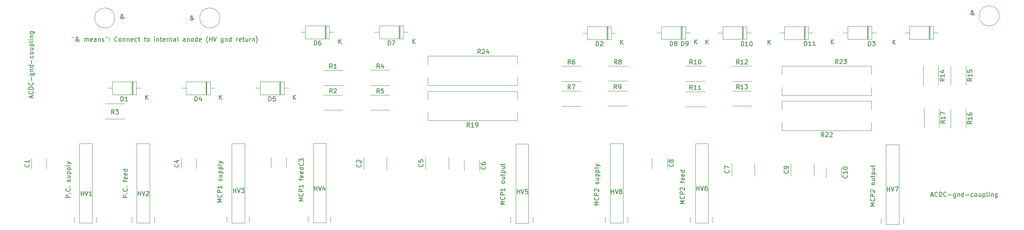
<source format=gbr>
%TF.GenerationSoftware,KiCad,Pcbnew,7.0.7*%
%TF.CreationDate,2024-04-10T14:30:17-07:00*%
%TF.ProjectId,hv-pcb-v1,68762d70-6362-42d7-9631-2e6b69636164,rev?*%
%TF.SameCoordinates,Original*%
%TF.FileFunction,Legend,Top*%
%TF.FilePolarity,Positive*%
%FSLAX46Y46*%
G04 Gerber Fmt 4.6, Leading zero omitted, Abs format (unit mm)*
G04 Created by KiCad (PCBNEW 7.0.7) date 2024-04-10 14:30:17*
%MOMM*%
%LPD*%
G01*
G04 APERTURE LIST*
%ADD10C,0.150000*%
%ADD11C,0.120000*%
G04 APERTURE END LIST*
D10*
X149730819Y-141938220D02*
X148730819Y-141938220D01*
X148730819Y-141938220D02*
X149445104Y-141604887D01*
X149445104Y-141604887D02*
X148730819Y-141271554D01*
X148730819Y-141271554D02*
X149730819Y-141271554D01*
X149635580Y-140223935D02*
X149683200Y-140271554D01*
X149683200Y-140271554D02*
X149730819Y-140414411D01*
X149730819Y-140414411D02*
X149730819Y-140509649D01*
X149730819Y-140509649D02*
X149683200Y-140652506D01*
X149683200Y-140652506D02*
X149587961Y-140747744D01*
X149587961Y-140747744D02*
X149492723Y-140795363D01*
X149492723Y-140795363D02*
X149302247Y-140842982D01*
X149302247Y-140842982D02*
X149159390Y-140842982D01*
X149159390Y-140842982D02*
X148968914Y-140795363D01*
X148968914Y-140795363D02*
X148873676Y-140747744D01*
X148873676Y-140747744D02*
X148778438Y-140652506D01*
X148778438Y-140652506D02*
X148730819Y-140509649D01*
X148730819Y-140509649D02*
X148730819Y-140414411D01*
X148730819Y-140414411D02*
X148778438Y-140271554D01*
X148778438Y-140271554D02*
X148826057Y-140223935D01*
X149730819Y-139795363D02*
X148730819Y-139795363D01*
X148730819Y-139795363D02*
X148730819Y-139414411D01*
X148730819Y-139414411D02*
X148778438Y-139319173D01*
X148778438Y-139319173D02*
X148826057Y-139271554D01*
X148826057Y-139271554D02*
X148921295Y-139223935D01*
X148921295Y-139223935D02*
X149064152Y-139223935D01*
X149064152Y-139223935D02*
X149159390Y-139271554D01*
X149159390Y-139271554D02*
X149207009Y-139319173D01*
X149207009Y-139319173D02*
X149254628Y-139414411D01*
X149254628Y-139414411D02*
X149254628Y-139795363D01*
X149730819Y-138271554D02*
X149730819Y-138842982D01*
X149730819Y-138557268D02*
X148730819Y-138557268D01*
X148730819Y-138557268D02*
X148873676Y-138652506D01*
X148873676Y-138652506D02*
X148968914Y-138747744D01*
X148968914Y-138747744D02*
X149016533Y-138842982D01*
X149730819Y-136938220D02*
X149683200Y-137033458D01*
X149683200Y-137033458D02*
X149635580Y-137081077D01*
X149635580Y-137081077D02*
X149540342Y-137128696D01*
X149540342Y-137128696D02*
X149254628Y-137128696D01*
X149254628Y-137128696D02*
X149159390Y-137081077D01*
X149159390Y-137081077D02*
X149111771Y-137033458D01*
X149111771Y-137033458D02*
X149064152Y-136938220D01*
X149064152Y-136938220D02*
X149064152Y-136795363D01*
X149064152Y-136795363D02*
X149111771Y-136700125D01*
X149111771Y-136700125D02*
X149159390Y-136652506D01*
X149159390Y-136652506D02*
X149254628Y-136604887D01*
X149254628Y-136604887D02*
X149540342Y-136604887D01*
X149540342Y-136604887D02*
X149635580Y-136652506D01*
X149635580Y-136652506D02*
X149683200Y-136700125D01*
X149683200Y-136700125D02*
X149730819Y-136795363D01*
X149730819Y-136795363D02*
X149730819Y-136938220D01*
X149064152Y-135747744D02*
X149730819Y-135747744D01*
X149064152Y-136176315D02*
X149587961Y-136176315D01*
X149587961Y-136176315D02*
X149683200Y-136128696D01*
X149683200Y-136128696D02*
X149730819Y-136033458D01*
X149730819Y-136033458D02*
X149730819Y-135890601D01*
X149730819Y-135890601D02*
X149683200Y-135795363D01*
X149683200Y-135795363D02*
X149635580Y-135747744D01*
X149064152Y-135414410D02*
X149064152Y-135033458D01*
X148730819Y-135271553D02*
X149587961Y-135271553D01*
X149587961Y-135271553D02*
X149683200Y-135223934D01*
X149683200Y-135223934D02*
X149730819Y-135128696D01*
X149730819Y-135128696D02*
X149730819Y-135033458D01*
X149064152Y-134700124D02*
X150064152Y-134700124D01*
X149111771Y-134700124D02*
X149064152Y-134604886D01*
X149064152Y-134604886D02*
X149064152Y-134414410D01*
X149064152Y-134414410D02*
X149111771Y-134319172D01*
X149111771Y-134319172D02*
X149159390Y-134271553D01*
X149159390Y-134271553D02*
X149254628Y-134223934D01*
X149254628Y-134223934D02*
X149540342Y-134223934D01*
X149540342Y-134223934D02*
X149635580Y-134271553D01*
X149635580Y-134271553D02*
X149683200Y-134319172D01*
X149683200Y-134319172D02*
X149730819Y-134414410D01*
X149730819Y-134414410D02*
X149730819Y-134604886D01*
X149730819Y-134604886D02*
X149683200Y-134700124D01*
X149064152Y-133366791D02*
X149730819Y-133366791D01*
X149064152Y-133795362D02*
X149587961Y-133795362D01*
X149587961Y-133795362D02*
X149683200Y-133747743D01*
X149683200Y-133747743D02*
X149730819Y-133652505D01*
X149730819Y-133652505D02*
X149730819Y-133509648D01*
X149730819Y-133509648D02*
X149683200Y-133414410D01*
X149683200Y-133414410D02*
X149635580Y-133366791D01*
X149064152Y-133033457D02*
X149064152Y-132652505D01*
X148730819Y-132890600D02*
X149587961Y-132890600D01*
X149587961Y-132890600D02*
X149683200Y-132842981D01*
X149683200Y-132842981D02*
X149730819Y-132747743D01*
X149730819Y-132747743D02*
X149730819Y-132652505D01*
X51889160Y-103878819D02*
X51889160Y-104069295D01*
X52270112Y-103878819D02*
X52270112Y-104069295D01*
X53508208Y-104878819D02*
X53460589Y-104878819D01*
X53460589Y-104878819D02*
X53365350Y-104831200D01*
X53365350Y-104831200D02*
X53222493Y-104688342D01*
X53222493Y-104688342D02*
X52984398Y-104402628D01*
X52984398Y-104402628D02*
X52889160Y-104259771D01*
X52889160Y-104259771D02*
X52841541Y-104116914D01*
X52841541Y-104116914D02*
X52841541Y-104021676D01*
X52841541Y-104021676D02*
X52889160Y-103926438D01*
X52889160Y-103926438D02*
X52984398Y-103878819D01*
X52984398Y-103878819D02*
X53032017Y-103878819D01*
X53032017Y-103878819D02*
X53127255Y-103926438D01*
X53127255Y-103926438D02*
X53174874Y-104021676D01*
X53174874Y-104021676D02*
X53174874Y-104069295D01*
X53174874Y-104069295D02*
X53127255Y-104164533D01*
X53127255Y-104164533D02*
X53079636Y-104212152D01*
X53079636Y-104212152D02*
X52793922Y-104402628D01*
X52793922Y-104402628D02*
X52746303Y-104450247D01*
X52746303Y-104450247D02*
X52698684Y-104545485D01*
X52698684Y-104545485D02*
X52698684Y-104688342D01*
X52698684Y-104688342D02*
X52746303Y-104783580D01*
X52746303Y-104783580D02*
X52793922Y-104831200D01*
X52793922Y-104831200D02*
X52889160Y-104878819D01*
X52889160Y-104878819D02*
X53032017Y-104878819D01*
X53032017Y-104878819D02*
X53127255Y-104831200D01*
X53127255Y-104831200D02*
X53174874Y-104783580D01*
X53174874Y-104783580D02*
X53317731Y-104593104D01*
X53317731Y-104593104D02*
X53365350Y-104450247D01*
X53365350Y-104450247D02*
X53365350Y-104355009D01*
X54698684Y-104878819D02*
X54698684Y-104212152D01*
X54698684Y-104307390D02*
X54746303Y-104259771D01*
X54746303Y-104259771D02*
X54841541Y-104212152D01*
X54841541Y-104212152D02*
X54984398Y-104212152D01*
X54984398Y-104212152D02*
X55079636Y-104259771D01*
X55079636Y-104259771D02*
X55127255Y-104355009D01*
X55127255Y-104355009D02*
X55127255Y-104878819D01*
X55127255Y-104355009D02*
X55174874Y-104259771D01*
X55174874Y-104259771D02*
X55270112Y-104212152D01*
X55270112Y-104212152D02*
X55412969Y-104212152D01*
X55412969Y-104212152D02*
X55508208Y-104259771D01*
X55508208Y-104259771D02*
X55555827Y-104355009D01*
X55555827Y-104355009D02*
X55555827Y-104878819D01*
X56412969Y-104831200D02*
X56317731Y-104878819D01*
X56317731Y-104878819D02*
X56127255Y-104878819D01*
X56127255Y-104878819D02*
X56032017Y-104831200D01*
X56032017Y-104831200D02*
X55984398Y-104735961D01*
X55984398Y-104735961D02*
X55984398Y-104355009D01*
X55984398Y-104355009D02*
X56032017Y-104259771D01*
X56032017Y-104259771D02*
X56127255Y-104212152D01*
X56127255Y-104212152D02*
X56317731Y-104212152D01*
X56317731Y-104212152D02*
X56412969Y-104259771D01*
X56412969Y-104259771D02*
X56460588Y-104355009D01*
X56460588Y-104355009D02*
X56460588Y-104450247D01*
X56460588Y-104450247D02*
X55984398Y-104545485D01*
X57317731Y-104878819D02*
X57317731Y-104355009D01*
X57317731Y-104355009D02*
X57270112Y-104259771D01*
X57270112Y-104259771D02*
X57174874Y-104212152D01*
X57174874Y-104212152D02*
X56984398Y-104212152D01*
X56984398Y-104212152D02*
X56889160Y-104259771D01*
X57317731Y-104831200D02*
X57222493Y-104878819D01*
X57222493Y-104878819D02*
X56984398Y-104878819D01*
X56984398Y-104878819D02*
X56889160Y-104831200D01*
X56889160Y-104831200D02*
X56841541Y-104735961D01*
X56841541Y-104735961D02*
X56841541Y-104640723D01*
X56841541Y-104640723D02*
X56889160Y-104545485D01*
X56889160Y-104545485D02*
X56984398Y-104497866D01*
X56984398Y-104497866D02*
X57222493Y-104497866D01*
X57222493Y-104497866D02*
X57317731Y-104450247D01*
X57793922Y-104212152D02*
X57793922Y-104878819D01*
X57793922Y-104307390D02*
X57841541Y-104259771D01*
X57841541Y-104259771D02*
X57936779Y-104212152D01*
X57936779Y-104212152D02*
X58079636Y-104212152D01*
X58079636Y-104212152D02*
X58174874Y-104259771D01*
X58174874Y-104259771D02*
X58222493Y-104355009D01*
X58222493Y-104355009D02*
X58222493Y-104878819D01*
X58651065Y-104831200D02*
X58746303Y-104878819D01*
X58746303Y-104878819D02*
X58936779Y-104878819D01*
X58936779Y-104878819D02*
X59032017Y-104831200D01*
X59032017Y-104831200D02*
X59079636Y-104735961D01*
X59079636Y-104735961D02*
X59079636Y-104688342D01*
X59079636Y-104688342D02*
X59032017Y-104593104D01*
X59032017Y-104593104D02*
X58936779Y-104545485D01*
X58936779Y-104545485D02*
X58793922Y-104545485D01*
X58793922Y-104545485D02*
X58698684Y-104497866D01*
X58698684Y-104497866D02*
X58651065Y-104402628D01*
X58651065Y-104402628D02*
X58651065Y-104355009D01*
X58651065Y-104355009D02*
X58698684Y-104259771D01*
X58698684Y-104259771D02*
X58793922Y-104212152D01*
X58793922Y-104212152D02*
X58936779Y-104212152D01*
X58936779Y-104212152D02*
X59032017Y-104259771D01*
X59460589Y-103878819D02*
X59460589Y-104069295D01*
X59841541Y-103878819D02*
X59841541Y-104069295D01*
X60270113Y-104783580D02*
X60317732Y-104831200D01*
X60317732Y-104831200D02*
X60270113Y-104878819D01*
X60270113Y-104878819D02*
X60222494Y-104831200D01*
X60222494Y-104831200D02*
X60270113Y-104783580D01*
X60270113Y-104783580D02*
X60270113Y-104878819D01*
X60270113Y-104259771D02*
X60317732Y-104307390D01*
X60317732Y-104307390D02*
X60270113Y-104355009D01*
X60270113Y-104355009D02*
X60222494Y-104307390D01*
X60222494Y-104307390D02*
X60270113Y-104259771D01*
X60270113Y-104259771D02*
X60270113Y-104355009D01*
X62079636Y-104783580D02*
X62032017Y-104831200D01*
X62032017Y-104831200D02*
X61889160Y-104878819D01*
X61889160Y-104878819D02*
X61793922Y-104878819D01*
X61793922Y-104878819D02*
X61651065Y-104831200D01*
X61651065Y-104831200D02*
X61555827Y-104735961D01*
X61555827Y-104735961D02*
X61508208Y-104640723D01*
X61508208Y-104640723D02*
X61460589Y-104450247D01*
X61460589Y-104450247D02*
X61460589Y-104307390D01*
X61460589Y-104307390D02*
X61508208Y-104116914D01*
X61508208Y-104116914D02*
X61555827Y-104021676D01*
X61555827Y-104021676D02*
X61651065Y-103926438D01*
X61651065Y-103926438D02*
X61793922Y-103878819D01*
X61793922Y-103878819D02*
X61889160Y-103878819D01*
X61889160Y-103878819D02*
X62032017Y-103926438D01*
X62032017Y-103926438D02*
X62079636Y-103974057D01*
X62651065Y-104878819D02*
X62555827Y-104831200D01*
X62555827Y-104831200D02*
X62508208Y-104783580D01*
X62508208Y-104783580D02*
X62460589Y-104688342D01*
X62460589Y-104688342D02*
X62460589Y-104402628D01*
X62460589Y-104402628D02*
X62508208Y-104307390D01*
X62508208Y-104307390D02*
X62555827Y-104259771D01*
X62555827Y-104259771D02*
X62651065Y-104212152D01*
X62651065Y-104212152D02*
X62793922Y-104212152D01*
X62793922Y-104212152D02*
X62889160Y-104259771D01*
X62889160Y-104259771D02*
X62936779Y-104307390D01*
X62936779Y-104307390D02*
X62984398Y-104402628D01*
X62984398Y-104402628D02*
X62984398Y-104688342D01*
X62984398Y-104688342D02*
X62936779Y-104783580D01*
X62936779Y-104783580D02*
X62889160Y-104831200D01*
X62889160Y-104831200D02*
X62793922Y-104878819D01*
X62793922Y-104878819D02*
X62651065Y-104878819D01*
X63412970Y-104212152D02*
X63412970Y-104878819D01*
X63412970Y-104307390D02*
X63460589Y-104259771D01*
X63460589Y-104259771D02*
X63555827Y-104212152D01*
X63555827Y-104212152D02*
X63698684Y-104212152D01*
X63698684Y-104212152D02*
X63793922Y-104259771D01*
X63793922Y-104259771D02*
X63841541Y-104355009D01*
X63841541Y-104355009D02*
X63841541Y-104878819D01*
X64317732Y-104212152D02*
X64317732Y-104878819D01*
X64317732Y-104307390D02*
X64365351Y-104259771D01*
X64365351Y-104259771D02*
X64460589Y-104212152D01*
X64460589Y-104212152D02*
X64603446Y-104212152D01*
X64603446Y-104212152D02*
X64698684Y-104259771D01*
X64698684Y-104259771D02*
X64746303Y-104355009D01*
X64746303Y-104355009D02*
X64746303Y-104878819D01*
X65603446Y-104831200D02*
X65508208Y-104878819D01*
X65508208Y-104878819D02*
X65317732Y-104878819D01*
X65317732Y-104878819D02*
X65222494Y-104831200D01*
X65222494Y-104831200D02*
X65174875Y-104735961D01*
X65174875Y-104735961D02*
X65174875Y-104355009D01*
X65174875Y-104355009D02*
X65222494Y-104259771D01*
X65222494Y-104259771D02*
X65317732Y-104212152D01*
X65317732Y-104212152D02*
X65508208Y-104212152D01*
X65508208Y-104212152D02*
X65603446Y-104259771D01*
X65603446Y-104259771D02*
X65651065Y-104355009D01*
X65651065Y-104355009D02*
X65651065Y-104450247D01*
X65651065Y-104450247D02*
X65174875Y-104545485D01*
X66508208Y-104831200D02*
X66412970Y-104878819D01*
X66412970Y-104878819D02*
X66222494Y-104878819D01*
X66222494Y-104878819D02*
X66127256Y-104831200D01*
X66127256Y-104831200D02*
X66079637Y-104783580D01*
X66079637Y-104783580D02*
X66032018Y-104688342D01*
X66032018Y-104688342D02*
X66032018Y-104402628D01*
X66032018Y-104402628D02*
X66079637Y-104307390D01*
X66079637Y-104307390D02*
X66127256Y-104259771D01*
X66127256Y-104259771D02*
X66222494Y-104212152D01*
X66222494Y-104212152D02*
X66412970Y-104212152D01*
X66412970Y-104212152D02*
X66508208Y-104259771D01*
X66793923Y-104212152D02*
X67174875Y-104212152D01*
X66936780Y-103878819D02*
X66936780Y-104735961D01*
X66936780Y-104735961D02*
X66984399Y-104831200D01*
X66984399Y-104831200D02*
X67079637Y-104878819D01*
X67079637Y-104878819D02*
X67174875Y-104878819D01*
X68127257Y-104212152D02*
X68508209Y-104212152D01*
X68270114Y-103878819D02*
X68270114Y-104735961D01*
X68270114Y-104735961D02*
X68317733Y-104831200D01*
X68317733Y-104831200D02*
X68412971Y-104878819D01*
X68412971Y-104878819D02*
X68508209Y-104878819D01*
X68984400Y-104878819D02*
X68889162Y-104831200D01*
X68889162Y-104831200D02*
X68841543Y-104783580D01*
X68841543Y-104783580D02*
X68793924Y-104688342D01*
X68793924Y-104688342D02*
X68793924Y-104402628D01*
X68793924Y-104402628D02*
X68841543Y-104307390D01*
X68841543Y-104307390D02*
X68889162Y-104259771D01*
X68889162Y-104259771D02*
X68984400Y-104212152D01*
X68984400Y-104212152D02*
X69127257Y-104212152D01*
X69127257Y-104212152D02*
X69222495Y-104259771D01*
X69222495Y-104259771D02*
X69270114Y-104307390D01*
X69270114Y-104307390D02*
X69317733Y-104402628D01*
X69317733Y-104402628D02*
X69317733Y-104688342D01*
X69317733Y-104688342D02*
X69270114Y-104783580D01*
X69270114Y-104783580D02*
X69222495Y-104831200D01*
X69222495Y-104831200D02*
X69127257Y-104878819D01*
X69127257Y-104878819D02*
X68984400Y-104878819D01*
X70508210Y-104878819D02*
X70508210Y-104212152D01*
X70508210Y-103878819D02*
X70460591Y-103926438D01*
X70460591Y-103926438D02*
X70508210Y-103974057D01*
X70508210Y-103974057D02*
X70555829Y-103926438D01*
X70555829Y-103926438D02*
X70508210Y-103878819D01*
X70508210Y-103878819D02*
X70508210Y-103974057D01*
X70984400Y-104212152D02*
X70984400Y-104878819D01*
X70984400Y-104307390D02*
X71032019Y-104259771D01*
X71032019Y-104259771D02*
X71127257Y-104212152D01*
X71127257Y-104212152D02*
X71270114Y-104212152D01*
X71270114Y-104212152D02*
X71365352Y-104259771D01*
X71365352Y-104259771D02*
X71412971Y-104355009D01*
X71412971Y-104355009D02*
X71412971Y-104878819D01*
X71746305Y-104212152D02*
X72127257Y-104212152D01*
X71889162Y-103878819D02*
X71889162Y-104735961D01*
X71889162Y-104735961D02*
X71936781Y-104831200D01*
X71936781Y-104831200D02*
X72032019Y-104878819D01*
X72032019Y-104878819D02*
X72127257Y-104878819D01*
X72841543Y-104831200D02*
X72746305Y-104878819D01*
X72746305Y-104878819D02*
X72555829Y-104878819D01*
X72555829Y-104878819D02*
X72460591Y-104831200D01*
X72460591Y-104831200D02*
X72412972Y-104735961D01*
X72412972Y-104735961D02*
X72412972Y-104355009D01*
X72412972Y-104355009D02*
X72460591Y-104259771D01*
X72460591Y-104259771D02*
X72555829Y-104212152D01*
X72555829Y-104212152D02*
X72746305Y-104212152D01*
X72746305Y-104212152D02*
X72841543Y-104259771D01*
X72841543Y-104259771D02*
X72889162Y-104355009D01*
X72889162Y-104355009D02*
X72889162Y-104450247D01*
X72889162Y-104450247D02*
X72412972Y-104545485D01*
X73317734Y-104878819D02*
X73317734Y-104212152D01*
X73317734Y-104402628D02*
X73365353Y-104307390D01*
X73365353Y-104307390D02*
X73412972Y-104259771D01*
X73412972Y-104259771D02*
X73508210Y-104212152D01*
X73508210Y-104212152D02*
X73603448Y-104212152D01*
X73936782Y-104212152D02*
X73936782Y-104878819D01*
X73936782Y-104307390D02*
X73984401Y-104259771D01*
X73984401Y-104259771D02*
X74079639Y-104212152D01*
X74079639Y-104212152D02*
X74222496Y-104212152D01*
X74222496Y-104212152D02*
X74317734Y-104259771D01*
X74317734Y-104259771D02*
X74365353Y-104355009D01*
X74365353Y-104355009D02*
X74365353Y-104878819D01*
X75270115Y-104878819D02*
X75270115Y-104355009D01*
X75270115Y-104355009D02*
X75222496Y-104259771D01*
X75222496Y-104259771D02*
X75127258Y-104212152D01*
X75127258Y-104212152D02*
X74936782Y-104212152D01*
X74936782Y-104212152D02*
X74841544Y-104259771D01*
X75270115Y-104831200D02*
X75174877Y-104878819D01*
X75174877Y-104878819D02*
X74936782Y-104878819D01*
X74936782Y-104878819D02*
X74841544Y-104831200D01*
X74841544Y-104831200D02*
X74793925Y-104735961D01*
X74793925Y-104735961D02*
X74793925Y-104640723D01*
X74793925Y-104640723D02*
X74841544Y-104545485D01*
X74841544Y-104545485D02*
X74936782Y-104497866D01*
X74936782Y-104497866D02*
X75174877Y-104497866D01*
X75174877Y-104497866D02*
X75270115Y-104450247D01*
X75889163Y-104878819D02*
X75793925Y-104831200D01*
X75793925Y-104831200D02*
X75746306Y-104735961D01*
X75746306Y-104735961D02*
X75746306Y-103878819D01*
X77460592Y-104878819D02*
X77460592Y-104355009D01*
X77460592Y-104355009D02*
X77412973Y-104259771D01*
X77412973Y-104259771D02*
X77317735Y-104212152D01*
X77317735Y-104212152D02*
X77127259Y-104212152D01*
X77127259Y-104212152D02*
X77032021Y-104259771D01*
X77460592Y-104831200D02*
X77365354Y-104878819D01*
X77365354Y-104878819D02*
X77127259Y-104878819D01*
X77127259Y-104878819D02*
X77032021Y-104831200D01*
X77032021Y-104831200D02*
X76984402Y-104735961D01*
X76984402Y-104735961D02*
X76984402Y-104640723D01*
X76984402Y-104640723D02*
X77032021Y-104545485D01*
X77032021Y-104545485D02*
X77127259Y-104497866D01*
X77127259Y-104497866D02*
X77365354Y-104497866D01*
X77365354Y-104497866D02*
X77460592Y-104450247D01*
X77936783Y-104212152D02*
X77936783Y-104878819D01*
X77936783Y-104307390D02*
X77984402Y-104259771D01*
X77984402Y-104259771D02*
X78079640Y-104212152D01*
X78079640Y-104212152D02*
X78222497Y-104212152D01*
X78222497Y-104212152D02*
X78317735Y-104259771D01*
X78317735Y-104259771D02*
X78365354Y-104355009D01*
X78365354Y-104355009D02*
X78365354Y-104878819D01*
X78984402Y-104878819D02*
X78889164Y-104831200D01*
X78889164Y-104831200D02*
X78841545Y-104783580D01*
X78841545Y-104783580D02*
X78793926Y-104688342D01*
X78793926Y-104688342D02*
X78793926Y-104402628D01*
X78793926Y-104402628D02*
X78841545Y-104307390D01*
X78841545Y-104307390D02*
X78889164Y-104259771D01*
X78889164Y-104259771D02*
X78984402Y-104212152D01*
X78984402Y-104212152D02*
X79127259Y-104212152D01*
X79127259Y-104212152D02*
X79222497Y-104259771D01*
X79222497Y-104259771D02*
X79270116Y-104307390D01*
X79270116Y-104307390D02*
X79317735Y-104402628D01*
X79317735Y-104402628D02*
X79317735Y-104688342D01*
X79317735Y-104688342D02*
X79270116Y-104783580D01*
X79270116Y-104783580D02*
X79222497Y-104831200D01*
X79222497Y-104831200D02*
X79127259Y-104878819D01*
X79127259Y-104878819D02*
X78984402Y-104878819D01*
X80174878Y-104878819D02*
X80174878Y-103878819D01*
X80174878Y-104831200D02*
X80079640Y-104878819D01*
X80079640Y-104878819D02*
X79889164Y-104878819D01*
X79889164Y-104878819D02*
X79793926Y-104831200D01*
X79793926Y-104831200D02*
X79746307Y-104783580D01*
X79746307Y-104783580D02*
X79698688Y-104688342D01*
X79698688Y-104688342D02*
X79698688Y-104402628D01*
X79698688Y-104402628D02*
X79746307Y-104307390D01*
X79746307Y-104307390D02*
X79793926Y-104259771D01*
X79793926Y-104259771D02*
X79889164Y-104212152D01*
X79889164Y-104212152D02*
X80079640Y-104212152D01*
X80079640Y-104212152D02*
X80174878Y-104259771D01*
X81032021Y-104831200D02*
X80936783Y-104878819D01*
X80936783Y-104878819D02*
X80746307Y-104878819D01*
X80746307Y-104878819D02*
X80651069Y-104831200D01*
X80651069Y-104831200D02*
X80603450Y-104735961D01*
X80603450Y-104735961D02*
X80603450Y-104355009D01*
X80603450Y-104355009D02*
X80651069Y-104259771D01*
X80651069Y-104259771D02*
X80746307Y-104212152D01*
X80746307Y-104212152D02*
X80936783Y-104212152D01*
X80936783Y-104212152D02*
X81032021Y-104259771D01*
X81032021Y-104259771D02*
X81079640Y-104355009D01*
X81079640Y-104355009D02*
X81079640Y-104450247D01*
X81079640Y-104450247D02*
X80603450Y-104545485D01*
X82555831Y-105259771D02*
X82508212Y-105212152D01*
X82508212Y-105212152D02*
X82412974Y-105069295D01*
X82412974Y-105069295D02*
X82365355Y-104974057D01*
X82365355Y-104974057D02*
X82317736Y-104831200D01*
X82317736Y-104831200D02*
X82270117Y-104593104D01*
X82270117Y-104593104D02*
X82270117Y-104402628D01*
X82270117Y-104402628D02*
X82317736Y-104164533D01*
X82317736Y-104164533D02*
X82365355Y-104021676D01*
X82365355Y-104021676D02*
X82412974Y-103926438D01*
X82412974Y-103926438D02*
X82508212Y-103783580D01*
X82508212Y-103783580D02*
X82555831Y-103735961D01*
X82936784Y-104878819D02*
X82936784Y-103878819D01*
X82936784Y-104355009D02*
X83508212Y-104355009D01*
X83508212Y-104878819D02*
X83508212Y-103878819D01*
X83841546Y-103878819D02*
X84174879Y-104878819D01*
X84174879Y-104878819D02*
X84508212Y-103878819D01*
X86032022Y-104212152D02*
X86032022Y-105021676D01*
X86032022Y-105021676D02*
X85984403Y-105116914D01*
X85984403Y-105116914D02*
X85936784Y-105164533D01*
X85936784Y-105164533D02*
X85841546Y-105212152D01*
X85841546Y-105212152D02*
X85698689Y-105212152D01*
X85698689Y-105212152D02*
X85603451Y-105164533D01*
X86032022Y-104831200D02*
X85936784Y-104878819D01*
X85936784Y-104878819D02*
X85746308Y-104878819D01*
X85746308Y-104878819D02*
X85651070Y-104831200D01*
X85651070Y-104831200D02*
X85603451Y-104783580D01*
X85603451Y-104783580D02*
X85555832Y-104688342D01*
X85555832Y-104688342D02*
X85555832Y-104402628D01*
X85555832Y-104402628D02*
X85603451Y-104307390D01*
X85603451Y-104307390D02*
X85651070Y-104259771D01*
X85651070Y-104259771D02*
X85746308Y-104212152D01*
X85746308Y-104212152D02*
X85936784Y-104212152D01*
X85936784Y-104212152D02*
X86032022Y-104259771D01*
X86508213Y-104212152D02*
X86508213Y-104878819D01*
X86508213Y-104307390D02*
X86555832Y-104259771D01*
X86555832Y-104259771D02*
X86651070Y-104212152D01*
X86651070Y-104212152D02*
X86793927Y-104212152D01*
X86793927Y-104212152D02*
X86889165Y-104259771D01*
X86889165Y-104259771D02*
X86936784Y-104355009D01*
X86936784Y-104355009D02*
X86936784Y-104878819D01*
X87841546Y-104878819D02*
X87841546Y-103878819D01*
X87841546Y-104831200D02*
X87746308Y-104878819D01*
X87746308Y-104878819D02*
X87555832Y-104878819D01*
X87555832Y-104878819D02*
X87460594Y-104831200D01*
X87460594Y-104831200D02*
X87412975Y-104783580D01*
X87412975Y-104783580D02*
X87365356Y-104688342D01*
X87365356Y-104688342D02*
X87365356Y-104402628D01*
X87365356Y-104402628D02*
X87412975Y-104307390D01*
X87412975Y-104307390D02*
X87460594Y-104259771D01*
X87460594Y-104259771D02*
X87555832Y-104212152D01*
X87555832Y-104212152D02*
X87746308Y-104212152D01*
X87746308Y-104212152D02*
X87841546Y-104259771D01*
X89079642Y-104878819D02*
X89079642Y-104212152D01*
X89079642Y-104402628D02*
X89127261Y-104307390D01*
X89127261Y-104307390D02*
X89174880Y-104259771D01*
X89174880Y-104259771D02*
X89270118Y-104212152D01*
X89270118Y-104212152D02*
X89365356Y-104212152D01*
X90079642Y-104831200D02*
X89984404Y-104878819D01*
X89984404Y-104878819D02*
X89793928Y-104878819D01*
X89793928Y-104878819D02*
X89698690Y-104831200D01*
X89698690Y-104831200D02*
X89651071Y-104735961D01*
X89651071Y-104735961D02*
X89651071Y-104355009D01*
X89651071Y-104355009D02*
X89698690Y-104259771D01*
X89698690Y-104259771D02*
X89793928Y-104212152D01*
X89793928Y-104212152D02*
X89984404Y-104212152D01*
X89984404Y-104212152D02*
X90079642Y-104259771D01*
X90079642Y-104259771D02*
X90127261Y-104355009D01*
X90127261Y-104355009D02*
X90127261Y-104450247D01*
X90127261Y-104450247D02*
X89651071Y-104545485D01*
X90412976Y-104212152D02*
X90793928Y-104212152D01*
X90555833Y-103878819D02*
X90555833Y-104735961D01*
X90555833Y-104735961D02*
X90603452Y-104831200D01*
X90603452Y-104831200D02*
X90698690Y-104878819D01*
X90698690Y-104878819D02*
X90793928Y-104878819D01*
X91555833Y-104212152D02*
X91555833Y-104878819D01*
X91127262Y-104212152D02*
X91127262Y-104735961D01*
X91127262Y-104735961D02*
X91174881Y-104831200D01*
X91174881Y-104831200D02*
X91270119Y-104878819D01*
X91270119Y-104878819D02*
X91412976Y-104878819D01*
X91412976Y-104878819D02*
X91508214Y-104831200D01*
X91508214Y-104831200D02*
X91555833Y-104783580D01*
X92032024Y-104878819D02*
X92032024Y-104212152D01*
X92032024Y-104402628D02*
X92079643Y-104307390D01*
X92079643Y-104307390D02*
X92127262Y-104259771D01*
X92127262Y-104259771D02*
X92222500Y-104212152D01*
X92222500Y-104212152D02*
X92317738Y-104212152D01*
X92651072Y-104212152D02*
X92651072Y-104878819D01*
X92651072Y-104307390D02*
X92698691Y-104259771D01*
X92698691Y-104259771D02*
X92793929Y-104212152D01*
X92793929Y-104212152D02*
X92936786Y-104212152D01*
X92936786Y-104212152D02*
X93032024Y-104259771D01*
X93032024Y-104259771D02*
X93079643Y-104355009D01*
X93079643Y-104355009D02*
X93079643Y-104878819D01*
X93460596Y-105259771D02*
X93508215Y-105212152D01*
X93508215Y-105212152D02*
X93603453Y-105069295D01*
X93603453Y-105069295D02*
X93651072Y-104974057D01*
X93651072Y-104974057D02*
X93698691Y-104831200D01*
X93698691Y-104831200D02*
X93746310Y-104593104D01*
X93746310Y-104593104D02*
X93746310Y-104402628D01*
X93746310Y-104402628D02*
X93698691Y-104164533D01*
X93698691Y-104164533D02*
X93651072Y-104021676D01*
X93651072Y-104021676D02*
X93603453Y-103926438D01*
X93603453Y-103926438D02*
X93508215Y-103783580D01*
X93508215Y-103783580D02*
X93460596Y-103735961D01*
X85749819Y-141374220D02*
X84749819Y-141374220D01*
X84749819Y-141374220D02*
X85464104Y-141040887D01*
X85464104Y-141040887D02*
X84749819Y-140707554D01*
X84749819Y-140707554D02*
X85749819Y-140707554D01*
X85654580Y-139659935D02*
X85702200Y-139707554D01*
X85702200Y-139707554D02*
X85749819Y-139850411D01*
X85749819Y-139850411D02*
X85749819Y-139945649D01*
X85749819Y-139945649D02*
X85702200Y-140088506D01*
X85702200Y-140088506D02*
X85606961Y-140183744D01*
X85606961Y-140183744D02*
X85511723Y-140231363D01*
X85511723Y-140231363D02*
X85321247Y-140278982D01*
X85321247Y-140278982D02*
X85178390Y-140278982D01*
X85178390Y-140278982D02*
X84987914Y-140231363D01*
X84987914Y-140231363D02*
X84892676Y-140183744D01*
X84892676Y-140183744D02*
X84797438Y-140088506D01*
X84797438Y-140088506D02*
X84749819Y-139945649D01*
X84749819Y-139945649D02*
X84749819Y-139850411D01*
X84749819Y-139850411D02*
X84797438Y-139707554D01*
X84797438Y-139707554D02*
X84845057Y-139659935D01*
X85749819Y-139231363D02*
X84749819Y-139231363D01*
X84749819Y-139231363D02*
X84749819Y-138850411D01*
X84749819Y-138850411D02*
X84797438Y-138755173D01*
X84797438Y-138755173D02*
X84845057Y-138707554D01*
X84845057Y-138707554D02*
X84940295Y-138659935D01*
X84940295Y-138659935D02*
X85083152Y-138659935D01*
X85083152Y-138659935D02*
X85178390Y-138707554D01*
X85178390Y-138707554D02*
X85226009Y-138755173D01*
X85226009Y-138755173D02*
X85273628Y-138850411D01*
X85273628Y-138850411D02*
X85273628Y-139231363D01*
X85749819Y-137707554D02*
X85749819Y-138278982D01*
X85749819Y-137993268D02*
X84749819Y-137993268D01*
X84749819Y-137993268D02*
X84892676Y-138088506D01*
X84892676Y-138088506D02*
X84987914Y-138183744D01*
X84987914Y-138183744D02*
X85035533Y-138278982D01*
X85702200Y-136564696D02*
X85749819Y-136469458D01*
X85749819Y-136469458D02*
X85749819Y-136278982D01*
X85749819Y-136278982D02*
X85702200Y-136183744D01*
X85702200Y-136183744D02*
X85606961Y-136136125D01*
X85606961Y-136136125D02*
X85559342Y-136136125D01*
X85559342Y-136136125D02*
X85464104Y-136183744D01*
X85464104Y-136183744D02*
X85416485Y-136278982D01*
X85416485Y-136278982D02*
X85416485Y-136421839D01*
X85416485Y-136421839D02*
X85368866Y-136517077D01*
X85368866Y-136517077D02*
X85273628Y-136564696D01*
X85273628Y-136564696D02*
X85226009Y-136564696D01*
X85226009Y-136564696D02*
X85130771Y-136517077D01*
X85130771Y-136517077D02*
X85083152Y-136421839D01*
X85083152Y-136421839D02*
X85083152Y-136278982D01*
X85083152Y-136278982D02*
X85130771Y-136183744D01*
X85083152Y-135278982D02*
X85749819Y-135278982D01*
X85083152Y-135707553D02*
X85606961Y-135707553D01*
X85606961Y-135707553D02*
X85702200Y-135659934D01*
X85702200Y-135659934D02*
X85749819Y-135564696D01*
X85749819Y-135564696D02*
X85749819Y-135421839D01*
X85749819Y-135421839D02*
X85702200Y-135326601D01*
X85702200Y-135326601D02*
X85654580Y-135278982D01*
X85083152Y-134802791D02*
X86083152Y-134802791D01*
X85130771Y-134802791D02*
X85083152Y-134707553D01*
X85083152Y-134707553D02*
X85083152Y-134517077D01*
X85083152Y-134517077D02*
X85130771Y-134421839D01*
X85130771Y-134421839D02*
X85178390Y-134374220D01*
X85178390Y-134374220D02*
X85273628Y-134326601D01*
X85273628Y-134326601D02*
X85559342Y-134326601D01*
X85559342Y-134326601D02*
X85654580Y-134374220D01*
X85654580Y-134374220D02*
X85702200Y-134421839D01*
X85702200Y-134421839D02*
X85749819Y-134517077D01*
X85749819Y-134517077D02*
X85749819Y-134707553D01*
X85749819Y-134707553D02*
X85702200Y-134802791D01*
X85083152Y-133898029D02*
X86083152Y-133898029D01*
X85130771Y-133898029D02*
X85083152Y-133802791D01*
X85083152Y-133802791D02*
X85083152Y-133612315D01*
X85083152Y-133612315D02*
X85130771Y-133517077D01*
X85130771Y-133517077D02*
X85178390Y-133469458D01*
X85178390Y-133469458D02*
X85273628Y-133421839D01*
X85273628Y-133421839D02*
X85559342Y-133421839D01*
X85559342Y-133421839D02*
X85654580Y-133469458D01*
X85654580Y-133469458D02*
X85702200Y-133517077D01*
X85702200Y-133517077D02*
X85749819Y-133612315D01*
X85749819Y-133612315D02*
X85749819Y-133802791D01*
X85749819Y-133802791D02*
X85702200Y-133898029D01*
X85749819Y-132850410D02*
X85702200Y-132945648D01*
X85702200Y-132945648D02*
X85606961Y-132993267D01*
X85606961Y-132993267D02*
X84749819Y-132993267D01*
X85083152Y-132564695D02*
X85749819Y-132326600D01*
X85083152Y-132088505D02*
X85749819Y-132326600D01*
X85749819Y-132326600D02*
X85987914Y-132421838D01*
X85987914Y-132421838D02*
X86035533Y-132469457D01*
X86035533Y-132469457D02*
X86083152Y-132564695D01*
X104159819Y-141153220D02*
X103159819Y-141153220D01*
X103159819Y-141153220D02*
X103874104Y-140819887D01*
X103874104Y-140819887D02*
X103159819Y-140486554D01*
X103159819Y-140486554D02*
X104159819Y-140486554D01*
X104064580Y-139438935D02*
X104112200Y-139486554D01*
X104112200Y-139486554D02*
X104159819Y-139629411D01*
X104159819Y-139629411D02*
X104159819Y-139724649D01*
X104159819Y-139724649D02*
X104112200Y-139867506D01*
X104112200Y-139867506D02*
X104016961Y-139962744D01*
X104016961Y-139962744D02*
X103921723Y-140010363D01*
X103921723Y-140010363D02*
X103731247Y-140057982D01*
X103731247Y-140057982D02*
X103588390Y-140057982D01*
X103588390Y-140057982D02*
X103397914Y-140010363D01*
X103397914Y-140010363D02*
X103302676Y-139962744D01*
X103302676Y-139962744D02*
X103207438Y-139867506D01*
X103207438Y-139867506D02*
X103159819Y-139724649D01*
X103159819Y-139724649D02*
X103159819Y-139629411D01*
X103159819Y-139629411D02*
X103207438Y-139486554D01*
X103207438Y-139486554D02*
X103255057Y-139438935D01*
X104159819Y-139010363D02*
X103159819Y-139010363D01*
X103159819Y-139010363D02*
X103159819Y-138629411D01*
X103159819Y-138629411D02*
X103207438Y-138534173D01*
X103207438Y-138534173D02*
X103255057Y-138486554D01*
X103255057Y-138486554D02*
X103350295Y-138438935D01*
X103350295Y-138438935D02*
X103493152Y-138438935D01*
X103493152Y-138438935D02*
X103588390Y-138486554D01*
X103588390Y-138486554D02*
X103636009Y-138534173D01*
X103636009Y-138534173D02*
X103683628Y-138629411D01*
X103683628Y-138629411D02*
X103683628Y-139010363D01*
X104159819Y-137486554D02*
X104159819Y-138057982D01*
X104159819Y-137772268D02*
X103159819Y-137772268D01*
X103159819Y-137772268D02*
X103302676Y-137867506D01*
X103302676Y-137867506D02*
X103397914Y-137962744D01*
X103397914Y-137962744D02*
X103445533Y-138057982D01*
X103493152Y-136438934D02*
X103493152Y-136057982D01*
X104159819Y-136296077D02*
X103302676Y-136296077D01*
X103302676Y-136296077D02*
X103207438Y-136248458D01*
X103207438Y-136248458D02*
X103159819Y-136153220D01*
X103159819Y-136153220D02*
X103159819Y-136057982D01*
X104112200Y-135343696D02*
X104159819Y-135438934D01*
X104159819Y-135438934D02*
X104159819Y-135629410D01*
X104159819Y-135629410D02*
X104112200Y-135724648D01*
X104112200Y-135724648D02*
X104016961Y-135772267D01*
X104016961Y-135772267D02*
X103636009Y-135772267D01*
X103636009Y-135772267D02*
X103540771Y-135724648D01*
X103540771Y-135724648D02*
X103493152Y-135629410D01*
X103493152Y-135629410D02*
X103493152Y-135438934D01*
X103493152Y-135438934D02*
X103540771Y-135343696D01*
X103540771Y-135343696D02*
X103636009Y-135296077D01*
X103636009Y-135296077D02*
X103731247Y-135296077D01*
X103731247Y-135296077D02*
X103826485Y-135772267D01*
X104112200Y-134486553D02*
X104159819Y-134581791D01*
X104159819Y-134581791D02*
X104159819Y-134772267D01*
X104159819Y-134772267D02*
X104112200Y-134867505D01*
X104112200Y-134867505D02*
X104016961Y-134915124D01*
X104016961Y-134915124D02*
X103636009Y-134915124D01*
X103636009Y-134915124D02*
X103540771Y-134867505D01*
X103540771Y-134867505D02*
X103493152Y-134772267D01*
X103493152Y-134772267D02*
X103493152Y-134581791D01*
X103493152Y-134581791D02*
X103540771Y-134486553D01*
X103540771Y-134486553D02*
X103636009Y-134438934D01*
X103636009Y-134438934D02*
X103731247Y-134438934D01*
X103731247Y-134438934D02*
X103826485Y-134915124D01*
X104159819Y-133581791D02*
X103159819Y-133581791D01*
X104112200Y-133581791D02*
X104159819Y-133677029D01*
X104159819Y-133677029D02*
X104159819Y-133867505D01*
X104159819Y-133867505D02*
X104112200Y-133962743D01*
X104112200Y-133962743D02*
X104064580Y-134010362D01*
X104064580Y-134010362D02*
X103969342Y-134057981D01*
X103969342Y-134057981D02*
X103683628Y-134057981D01*
X103683628Y-134057981D02*
X103588390Y-134010362D01*
X103588390Y-134010362D02*
X103540771Y-133962743D01*
X103540771Y-133962743D02*
X103493152Y-133867505D01*
X103493152Y-133867505D02*
X103493152Y-133677029D01*
X103493152Y-133677029D02*
X103540771Y-133581791D01*
X51417819Y-140379220D02*
X50417819Y-140379220D01*
X50417819Y-140379220D02*
X50417819Y-139998268D01*
X50417819Y-139998268D02*
X50465438Y-139903030D01*
X50465438Y-139903030D02*
X50513057Y-139855411D01*
X50513057Y-139855411D02*
X50608295Y-139807792D01*
X50608295Y-139807792D02*
X50751152Y-139807792D01*
X50751152Y-139807792D02*
X50846390Y-139855411D01*
X50846390Y-139855411D02*
X50894009Y-139903030D01*
X50894009Y-139903030D02*
X50941628Y-139998268D01*
X50941628Y-139998268D02*
X50941628Y-140379220D01*
X51322580Y-139379220D02*
X51370200Y-139331601D01*
X51370200Y-139331601D02*
X51417819Y-139379220D01*
X51417819Y-139379220D02*
X51370200Y-139426839D01*
X51370200Y-139426839D02*
X51322580Y-139379220D01*
X51322580Y-139379220D02*
X51417819Y-139379220D01*
X51322580Y-138331602D02*
X51370200Y-138379221D01*
X51370200Y-138379221D02*
X51417819Y-138522078D01*
X51417819Y-138522078D02*
X51417819Y-138617316D01*
X51417819Y-138617316D02*
X51370200Y-138760173D01*
X51370200Y-138760173D02*
X51274961Y-138855411D01*
X51274961Y-138855411D02*
X51179723Y-138903030D01*
X51179723Y-138903030D02*
X50989247Y-138950649D01*
X50989247Y-138950649D02*
X50846390Y-138950649D01*
X50846390Y-138950649D02*
X50655914Y-138903030D01*
X50655914Y-138903030D02*
X50560676Y-138855411D01*
X50560676Y-138855411D02*
X50465438Y-138760173D01*
X50465438Y-138760173D02*
X50417819Y-138617316D01*
X50417819Y-138617316D02*
X50417819Y-138522078D01*
X50417819Y-138522078D02*
X50465438Y-138379221D01*
X50465438Y-138379221D02*
X50513057Y-138331602D01*
X51322580Y-137903030D02*
X51370200Y-137855411D01*
X51370200Y-137855411D02*
X51417819Y-137903030D01*
X51417819Y-137903030D02*
X51370200Y-137950649D01*
X51370200Y-137950649D02*
X51322580Y-137903030D01*
X51322580Y-137903030D02*
X51417819Y-137903030D01*
X51370200Y-136712554D02*
X51417819Y-136617316D01*
X51417819Y-136617316D02*
X51417819Y-136426840D01*
X51417819Y-136426840D02*
X51370200Y-136331602D01*
X51370200Y-136331602D02*
X51274961Y-136283983D01*
X51274961Y-136283983D02*
X51227342Y-136283983D01*
X51227342Y-136283983D02*
X51132104Y-136331602D01*
X51132104Y-136331602D02*
X51084485Y-136426840D01*
X51084485Y-136426840D02*
X51084485Y-136569697D01*
X51084485Y-136569697D02*
X51036866Y-136664935D01*
X51036866Y-136664935D02*
X50941628Y-136712554D01*
X50941628Y-136712554D02*
X50894009Y-136712554D01*
X50894009Y-136712554D02*
X50798771Y-136664935D01*
X50798771Y-136664935D02*
X50751152Y-136569697D01*
X50751152Y-136569697D02*
X50751152Y-136426840D01*
X50751152Y-136426840D02*
X50798771Y-136331602D01*
X50751152Y-135426840D02*
X51417819Y-135426840D01*
X50751152Y-135855411D02*
X51274961Y-135855411D01*
X51274961Y-135855411D02*
X51370200Y-135807792D01*
X51370200Y-135807792D02*
X51417819Y-135712554D01*
X51417819Y-135712554D02*
X51417819Y-135569697D01*
X51417819Y-135569697D02*
X51370200Y-135474459D01*
X51370200Y-135474459D02*
X51322580Y-135426840D01*
X50751152Y-134950649D02*
X51751152Y-134950649D01*
X50798771Y-134950649D02*
X50751152Y-134855411D01*
X50751152Y-134855411D02*
X50751152Y-134664935D01*
X50751152Y-134664935D02*
X50798771Y-134569697D01*
X50798771Y-134569697D02*
X50846390Y-134522078D01*
X50846390Y-134522078D02*
X50941628Y-134474459D01*
X50941628Y-134474459D02*
X51227342Y-134474459D01*
X51227342Y-134474459D02*
X51322580Y-134522078D01*
X51322580Y-134522078D02*
X51370200Y-134569697D01*
X51370200Y-134569697D02*
X51417819Y-134664935D01*
X51417819Y-134664935D02*
X51417819Y-134855411D01*
X51417819Y-134855411D02*
X51370200Y-134950649D01*
X50751152Y-134045887D02*
X51751152Y-134045887D01*
X50798771Y-134045887D02*
X50751152Y-133950649D01*
X50751152Y-133950649D02*
X50751152Y-133760173D01*
X50751152Y-133760173D02*
X50798771Y-133664935D01*
X50798771Y-133664935D02*
X50846390Y-133617316D01*
X50846390Y-133617316D02*
X50941628Y-133569697D01*
X50941628Y-133569697D02*
X51227342Y-133569697D01*
X51227342Y-133569697D02*
X51322580Y-133617316D01*
X51322580Y-133617316D02*
X51370200Y-133664935D01*
X51370200Y-133664935D02*
X51417819Y-133760173D01*
X51417819Y-133760173D02*
X51417819Y-133950649D01*
X51417819Y-133950649D02*
X51370200Y-134045887D01*
X51417819Y-132998268D02*
X51370200Y-133093506D01*
X51370200Y-133093506D02*
X51274961Y-133141125D01*
X51274961Y-133141125D02*
X50417819Y-133141125D01*
X50751152Y-132712553D02*
X51417819Y-132474458D01*
X50751152Y-132236363D02*
X51417819Y-132474458D01*
X51417819Y-132474458D02*
X51655914Y-132569696D01*
X51655914Y-132569696D02*
X51703533Y-132617315D01*
X51703533Y-132617315D02*
X51751152Y-132712553D01*
X63618303Y-99738819D02*
X63570684Y-99738819D01*
X63570684Y-99738819D02*
X63475445Y-99691200D01*
X63475445Y-99691200D02*
X63332588Y-99548342D01*
X63332588Y-99548342D02*
X63094493Y-99262628D01*
X63094493Y-99262628D02*
X62999255Y-99119771D01*
X62999255Y-99119771D02*
X62951636Y-98976914D01*
X62951636Y-98976914D02*
X62951636Y-98881676D01*
X62951636Y-98881676D02*
X62999255Y-98786438D01*
X62999255Y-98786438D02*
X63094493Y-98738819D01*
X63094493Y-98738819D02*
X63142112Y-98738819D01*
X63142112Y-98738819D02*
X63237350Y-98786438D01*
X63237350Y-98786438D02*
X63284969Y-98881676D01*
X63284969Y-98881676D02*
X63284969Y-98929295D01*
X63284969Y-98929295D02*
X63237350Y-99024533D01*
X63237350Y-99024533D02*
X63189731Y-99072152D01*
X63189731Y-99072152D02*
X62904017Y-99262628D01*
X62904017Y-99262628D02*
X62856398Y-99310247D01*
X62856398Y-99310247D02*
X62808779Y-99405485D01*
X62808779Y-99405485D02*
X62808779Y-99548342D01*
X62808779Y-99548342D02*
X62856398Y-99643580D01*
X62856398Y-99643580D02*
X62904017Y-99691200D01*
X62904017Y-99691200D02*
X62999255Y-99738819D01*
X62999255Y-99738819D02*
X63142112Y-99738819D01*
X63142112Y-99738819D02*
X63237350Y-99691200D01*
X63237350Y-99691200D02*
X63284969Y-99643580D01*
X63284969Y-99643580D02*
X63427826Y-99453104D01*
X63427826Y-99453104D02*
X63475445Y-99310247D01*
X63475445Y-99310247D02*
X63475445Y-99215009D01*
X246133160Y-139852104D02*
X246609350Y-139852104D01*
X246037922Y-140137819D02*
X246371255Y-139137819D01*
X246371255Y-139137819D02*
X246704588Y-140137819D01*
X247609350Y-140042580D02*
X247561731Y-140090200D01*
X247561731Y-140090200D02*
X247418874Y-140137819D01*
X247418874Y-140137819D02*
X247323636Y-140137819D01*
X247323636Y-140137819D02*
X247180779Y-140090200D01*
X247180779Y-140090200D02*
X247085541Y-139994961D01*
X247085541Y-139994961D02*
X247037922Y-139899723D01*
X247037922Y-139899723D02*
X246990303Y-139709247D01*
X246990303Y-139709247D02*
X246990303Y-139566390D01*
X246990303Y-139566390D02*
X247037922Y-139375914D01*
X247037922Y-139375914D02*
X247085541Y-139280676D01*
X247085541Y-139280676D02*
X247180779Y-139185438D01*
X247180779Y-139185438D02*
X247323636Y-139137819D01*
X247323636Y-139137819D02*
X247418874Y-139137819D01*
X247418874Y-139137819D02*
X247561731Y-139185438D01*
X247561731Y-139185438D02*
X247609350Y-139233057D01*
X248037922Y-140137819D02*
X248037922Y-139137819D01*
X248037922Y-139137819D02*
X248276017Y-139137819D01*
X248276017Y-139137819D02*
X248418874Y-139185438D01*
X248418874Y-139185438D02*
X248514112Y-139280676D01*
X248514112Y-139280676D02*
X248561731Y-139375914D01*
X248561731Y-139375914D02*
X248609350Y-139566390D01*
X248609350Y-139566390D02*
X248609350Y-139709247D01*
X248609350Y-139709247D02*
X248561731Y-139899723D01*
X248561731Y-139899723D02*
X248514112Y-139994961D01*
X248514112Y-139994961D02*
X248418874Y-140090200D01*
X248418874Y-140090200D02*
X248276017Y-140137819D01*
X248276017Y-140137819D02*
X248037922Y-140137819D01*
X249609350Y-140042580D02*
X249561731Y-140090200D01*
X249561731Y-140090200D02*
X249418874Y-140137819D01*
X249418874Y-140137819D02*
X249323636Y-140137819D01*
X249323636Y-140137819D02*
X249180779Y-140090200D01*
X249180779Y-140090200D02*
X249085541Y-139994961D01*
X249085541Y-139994961D02*
X249037922Y-139899723D01*
X249037922Y-139899723D02*
X248990303Y-139709247D01*
X248990303Y-139709247D02*
X248990303Y-139566390D01*
X248990303Y-139566390D02*
X249037922Y-139375914D01*
X249037922Y-139375914D02*
X249085541Y-139280676D01*
X249085541Y-139280676D02*
X249180779Y-139185438D01*
X249180779Y-139185438D02*
X249323636Y-139137819D01*
X249323636Y-139137819D02*
X249418874Y-139137819D01*
X249418874Y-139137819D02*
X249561731Y-139185438D01*
X249561731Y-139185438D02*
X249609350Y-139233057D01*
X250037922Y-139756866D02*
X250799827Y-139756866D01*
X251704588Y-139471152D02*
X251704588Y-140280676D01*
X251704588Y-140280676D02*
X251656969Y-140375914D01*
X251656969Y-140375914D02*
X251609350Y-140423533D01*
X251609350Y-140423533D02*
X251514112Y-140471152D01*
X251514112Y-140471152D02*
X251371255Y-140471152D01*
X251371255Y-140471152D02*
X251276017Y-140423533D01*
X251704588Y-140090200D02*
X251609350Y-140137819D01*
X251609350Y-140137819D02*
X251418874Y-140137819D01*
X251418874Y-140137819D02*
X251323636Y-140090200D01*
X251323636Y-140090200D02*
X251276017Y-140042580D01*
X251276017Y-140042580D02*
X251228398Y-139947342D01*
X251228398Y-139947342D02*
X251228398Y-139661628D01*
X251228398Y-139661628D02*
X251276017Y-139566390D01*
X251276017Y-139566390D02*
X251323636Y-139518771D01*
X251323636Y-139518771D02*
X251418874Y-139471152D01*
X251418874Y-139471152D02*
X251609350Y-139471152D01*
X251609350Y-139471152D02*
X251704588Y-139518771D01*
X252180779Y-139471152D02*
X252180779Y-140137819D01*
X252180779Y-139566390D02*
X252228398Y-139518771D01*
X252228398Y-139518771D02*
X252323636Y-139471152D01*
X252323636Y-139471152D02*
X252466493Y-139471152D01*
X252466493Y-139471152D02*
X252561731Y-139518771D01*
X252561731Y-139518771D02*
X252609350Y-139614009D01*
X252609350Y-139614009D02*
X252609350Y-140137819D01*
X253514112Y-140137819D02*
X253514112Y-139137819D01*
X253514112Y-140090200D02*
X253418874Y-140137819D01*
X253418874Y-140137819D02*
X253228398Y-140137819D01*
X253228398Y-140137819D02*
X253133160Y-140090200D01*
X253133160Y-140090200D02*
X253085541Y-140042580D01*
X253085541Y-140042580D02*
X253037922Y-139947342D01*
X253037922Y-139947342D02*
X253037922Y-139661628D01*
X253037922Y-139661628D02*
X253085541Y-139566390D01*
X253085541Y-139566390D02*
X253133160Y-139518771D01*
X253133160Y-139518771D02*
X253228398Y-139471152D01*
X253228398Y-139471152D02*
X253418874Y-139471152D01*
X253418874Y-139471152D02*
X253514112Y-139518771D01*
X253990303Y-139756866D02*
X254752208Y-139756866D01*
X255656969Y-140090200D02*
X255561731Y-140137819D01*
X255561731Y-140137819D02*
X255371255Y-140137819D01*
X255371255Y-140137819D02*
X255276017Y-140090200D01*
X255276017Y-140090200D02*
X255228398Y-140042580D01*
X255228398Y-140042580D02*
X255180779Y-139947342D01*
X255180779Y-139947342D02*
X255180779Y-139661628D01*
X255180779Y-139661628D02*
X255228398Y-139566390D01*
X255228398Y-139566390D02*
X255276017Y-139518771D01*
X255276017Y-139518771D02*
X255371255Y-139471152D01*
X255371255Y-139471152D02*
X255561731Y-139471152D01*
X255561731Y-139471152D02*
X255656969Y-139518771D01*
X256228398Y-140137819D02*
X256133160Y-140090200D01*
X256133160Y-140090200D02*
X256085541Y-140042580D01*
X256085541Y-140042580D02*
X256037922Y-139947342D01*
X256037922Y-139947342D02*
X256037922Y-139661628D01*
X256037922Y-139661628D02*
X256085541Y-139566390D01*
X256085541Y-139566390D02*
X256133160Y-139518771D01*
X256133160Y-139518771D02*
X256228398Y-139471152D01*
X256228398Y-139471152D02*
X256371255Y-139471152D01*
X256371255Y-139471152D02*
X256466493Y-139518771D01*
X256466493Y-139518771D02*
X256514112Y-139566390D01*
X256514112Y-139566390D02*
X256561731Y-139661628D01*
X256561731Y-139661628D02*
X256561731Y-139947342D01*
X256561731Y-139947342D02*
X256514112Y-140042580D01*
X256514112Y-140042580D02*
X256466493Y-140090200D01*
X256466493Y-140090200D02*
X256371255Y-140137819D01*
X256371255Y-140137819D02*
X256228398Y-140137819D01*
X257418874Y-139471152D02*
X257418874Y-140137819D01*
X256990303Y-139471152D02*
X256990303Y-139994961D01*
X256990303Y-139994961D02*
X257037922Y-140090200D01*
X257037922Y-140090200D02*
X257133160Y-140137819D01*
X257133160Y-140137819D02*
X257276017Y-140137819D01*
X257276017Y-140137819D02*
X257371255Y-140090200D01*
X257371255Y-140090200D02*
X257418874Y-140042580D01*
X257895065Y-139471152D02*
X257895065Y-140471152D01*
X257895065Y-139518771D02*
X257990303Y-139471152D01*
X257990303Y-139471152D02*
X258180779Y-139471152D01*
X258180779Y-139471152D02*
X258276017Y-139518771D01*
X258276017Y-139518771D02*
X258323636Y-139566390D01*
X258323636Y-139566390D02*
X258371255Y-139661628D01*
X258371255Y-139661628D02*
X258371255Y-139947342D01*
X258371255Y-139947342D02*
X258323636Y-140042580D01*
X258323636Y-140042580D02*
X258276017Y-140090200D01*
X258276017Y-140090200D02*
X258180779Y-140137819D01*
X258180779Y-140137819D02*
X257990303Y-140137819D01*
X257990303Y-140137819D02*
X257895065Y-140090200D01*
X258942684Y-140137819D02*
X258847446Y-140090200D01*
X258847446Y-140090200D02*
X258799827Y-139994961D01*
X258799827Y-139994961D02*
X258799827Y-139137819D01*
X259323637Y-140137819D02*
X259323637Y-139471152D01*
X259323637Y-139137819D02*
X259276018Y-139185438D01*
X259276018Y-139185438D02*
X259323637Y-139233057D01*
X259323637Y-139233057D02*
X259371256Y-139185438D01*
X259371256Y-139185438D02*
X259323637Y-139137819D01*
X259323637Y-139137819D02*
X259323637Y-139233057D01*
X259799827Y-139471152D02*
X259799827Y-140137819D01*
X259799827Y-139566390D02*
X259847446Y-139518771D01*
X259847446Y-139518771D02*
X259942684Y-139471152D01*
X259942684Y-139471152D02*
X260085541Y-139471152D01*
X260085541Y-139471152D02*
X260180779Y-139518771D01*
X260180779Y-139518771D02*
X260228398Y-139614009D01*
X260228398Y-139614009D02*
X260228398Y-140137819D01*
X261133160Y-139471152D02*
X261133160Y-140280676D01*
X261133160Y-140280676D02*
X261085541Y-140375914D01*
X261085541Y-140375914D02*
X261037922Y-140423533D01*
X261037922Y-140423533D02*
X260942684Y-140471152D01*
X260942684Y-140471152D02*
X260799827Y-140471152D01*
X260799827Y-140471152D02*
X260704589Y-140423533D01*
X261133160Y-140090200D02*
X261037922Y-140137819D01*
X261037922Y-140137819D02*
X260847446Y-140137819D01*
X260847446Y-140137819D02*
X260752208Y-140090200D01*
X260752208Y-140090200D02*
X260704589Y-140042580D01*
X260704589Y-140042580D02*
X260656970Y-139947342D01*
X260656970Y-139947342D02*
X260656970Y-139661628D01*
X260656970Y-139661628D02*
X260704589Y-139566390D01*
X260704589Y-139566390D02*
X260752208Y-139518771D01*
X260752208Y-139518771D02*
X260847446Y-139471152D01*
X260847446Y-139471152D02*
X261037922Y-139471152D01*
X261037922Y-139471152D02*
X261133160Y-139518771D01*
X255975303Y-98884819D02*
X255927684Y-98884819D01*
X255927684Y-98884819D02*
X255832445Y-98837200D01*
X255832445Y-98837200D02*
X255689588Y-98694342D01*
X255689588Y-98694342D02*
X255451493Y-98408628D01*
X255451493Y-98408628D02*
X255356255Y-98265771D01*
X255356255Y-98265771D02*
X255308636Y-98122914D01*
X255308636Y-98122914D02*
X255308636Y-98027676D01*
X255308636Y-98027676D02*
X255356255Y-97932438D01*
X255356255Y-97932438D02*
X255451493Y-97884819D01*
X255451493Y-97884819D02*
X255499112Y-97884819D01*
X255499112Y-97884819D02*
X255594350Y-97932438D01*
X255594350Y-97932438D02*
X255641969Y-98027676D01*
X255641969Y-98027676D02*
X255641969Y-98075295D01*
X255641969Y-98075295D02*
X255594350Y-98170533D01*
X255594350Y-98170533D02*
X255546731Y-98218152D01*
X255546731Y-98218152D02*
X255261017Y-98408628D01*
X255261017Y-98408628D02*
X255213398Y-98456247D01*
X255213398Y-98456247D02*
X255165779Y-98551485D01*
X255165779Y-98551485D02*
X255165779Y-98694342D01*
X255165779Y-98694342D02*
X255213398Y-98789580D01*
X255213398Y-98789580D02*
X255261017Y-98837200D01*
X255261017Y-98837200D02*
X255356255Y-98884819D01*
X255356255Y-98884819D02*
X255499112Y-98884819D01*
X255499112Y-98884819D02*
X255594350Y-98837200D01*
X255594350Y-98837200D02*
X255641969Y-98789580D01*
X255641969Y-98789580D02*
X255784826Y-98599104D01*
X255784826Y-98599104D02*
X255832445Y-98456247D01*
X255832445Y-98456247D02*
X255832445Y-98361009D01*
X190398819Y-141763220D02*
X189398819Y-141763220D01*
X189398819Y-141763220D02*
X190113104Y-141429887D01*
X190113104Y-141429887D02*
X189398819Y-141096554D01*
X189398819Y-141096554D02*
X190398819Y-141096554D01*
X190303580Y-140048935D02*
X190351200Y-140096554D01*
X190351200Y-140096554D02*
X190398819Y-140239411D01*
X190398819Y-140239411D02*
X190398819Y-140334649D01*
X190398819Y-140334649D02*
X190351200Y-140477506D01*
X190351200Y-140477506D02*
X190255961Y-140572744D01*
X190255961Y-140572744D02*
X190160723Y-140620363D01*
X190160723Y-140620363D02*
X189970247Y-140667982D01*
X189970247Y-140667982D02*
X189827390Y-140667982D01*
X189827390Y-140667982D02*
X189636914Y-140620363D01*
X189636914Y-140620363D02*
X189541676Y-140572744D01*
X189541676Y-140572744D02*
X189446438Y-140477506D01*
X189446438Y-140477506D02*
X189398819Y-140334649D01*
X189398819Y-140334649D02*
X189398819Y-140239411D01*
X189398819Y-140239411D02*
X189446438Y-140096554D01*
X189446438Y-140096554D02*
X189494057Y-140048935D01*
X190398819Y-139620363D02*
X189398819Y-139620363D01*
X189398819Y-139620363D02*
X189398819Y-139239411D01*
X189398819Y-139239411D02*
X189446438Y-139144173D01*
X189446438Y-139144173D02*
X189494057Y-139096554D01*
X189494057Y-139096554D02*
X189589295Y-139048935D01*
X189589295Y-139048935D02*
X189732152Y-139048935D01*
X189732152Y-139048935D02*
X189827390Y-139096554D01*
X189827390Y-139096554D02*
X189875009Y-139144173D01*
X189875009Y-139144173D02*
X189922628Y-139239411D01*
X189922628Y-139239411D02*
X189922628Y-139620363D01*
X189494057Y-138667982D02*
X189446438Y-138620363D01*
X189446438Y-138620363D02*
X189398819Y-138525125D01*
X189398819Y-138525125D02*
X189398819Y-138287030D01*
X189398819Y-138287030D02*
X189446438Y-138191792D01*
X189446438Y-138191792D02*
X189494057Y-138144173D01*
X189494057Y-138144173D02*
X189589295Y-138096554D01*
X189589295Y-138096554D02*
X189684533Y-138096554D01*
X189684533Y-138096554D02*
X189827390Y-138144173D01*
X189827390Y-138144173D02*
X190398819Y-138715601D01*
X190398819Y-138715601D02*
X190398819Y-138096554D01*
X189732152Y-137048934D02*
X189732152Y-136667982D01*
X190398819Y-136906077D02*
X189541676Y-136906077D01*
X189541676Y-136906077D02*
X189446438Y-136858458D01*
X189446438Y-136858458D02*
X189398819Y-136763220D01*
X189398819Y-136763220D02*
X189398819Y-136667982D01*
X190351200Y-135953696D02*
X190398819Y-136048934D01*
X190398819Y-136048934D02*
X190398819Y-136239410D01*
X190398819Y-136239410D02*
X190351200Y-136334648D01*
X190351200Y-136334648D02*
X190255961Y-136382267D01*
X190255961Y-136382267D02*
X189875009Y-136382267D01*
X189875009Y-136382267D02*
X189779771Y-136334648D01*
X189779771Y-136334648D02*
X189732152Y-136239410D01*
X189732152Y-136239410D02*
X189732152Y-136048934D01*
X189732152Y-136048934D02*
X189779771Y-135953696D01*
X189779771Y-135953696D02*
X189875009Y-135906077D01*
X189875009Y-135906077D02*
X189970247Y-135906077D01*
X189970247Y-135906077D02*
X190065485Y-136382267D01*
X190351200Y-135096553D02*
X190398819Y-135191791D01*
X190398819Y-135191791D02*
X190398819Y-135382267D01*
X190398819Y-135382267D02*
X190351200Y-135477505D01*
X190351200Y-135477505D02*
X190255961Y-135525124D01*
X190255961Y-135525124D02*
X189875009Y-135525124D01*
X189875009Y-135525124D02*
X189779771Y-135477505D01*
X189779771Y-135477505D02*
X189732152Y-135382267D01*
X189732152Y-135382267D02*
X189732152Y-135191791D01*
X189732152Y-135191791D02*
X189779771Y-135096553D01*
X189779771Y-135096553D02*
X189875009Y-135048934D01*
X189875009Y-135048934D02*
X189970247Y-135048934D01*
X189970247Y-135048934D02*
X190065485Y-135525124D01*
X190398819Y-134191791D02*
X189398819Y-134191791D01*
X190351200Y-134191791D02*
X190398819Y-134287029D01*
X190398819Y-134287029D02*
X190398819Y-134477505D01*
X190398819Y-134477505D02*
X190351200Y-134572743D01*
X190351200Y-134572743D02*
X190303580Y-134620362D01*
X190303580Y-134620362D02*
X190208342Y-134667981D01*
X190208342Y-134667981D02*
X189922628Y-134667981D01*
X189922628Y-134667981D02*
X189827390Y-134620362D01*
X189827390Y-134620362D02*
X189779771Y-134572743D01*
X189779771Y-134572743D02*
X189732152Y-134477505D01*
X189732152Y-134477505D02*
X189732152Y-134287029D01*
X189732152Y-134287029D02*
X189779771Y-134191791D01*
X79408303Y-100043819D02*
X79360684Y-100043819D01*
X79360684Y-100043819D02*
X79265445Y-99996200D01*
X79265445Y-99996200D02*
X79122588Y-99853342D01*
X79122588Y-99853342D02*
X78884493Y-99567628D01*
X78884493Y-99567628D02*
X78789255Y-99424771D01*
X78789255Y-99424771D02*
X78741636Y-99281914D01*
X78741636Y-99281914D02*
X78741636Y-99186676D01*
X78741636Y-99186676D02*
X78789255Y-99091438D01*
X78789255Y-99091438D02*
X78884493Y-99043819D01*
X78884493Y-99043819D02*
X78932112Y-99043819D01*
X78932112Y-99043819D02*
X79027350Y-99091438D01*
X79027350Y-99091438D02*
X79074969Y-99186676D01*
X79074969Y-99186676D02*
X79074969Y-99234295D01*
X79074969Y-99234295D02*
X79027350Y-99329533D01*
X79027350Y-99329533D02*
X78979731Y-99377152D01*
X78979731Y-99377152D02*
X78694017Y-99567628D01*
X78694017Y-99567628D02*
X78646398Y-99615247D01*
X78646398Y-99615247D02*
X78598779Y-99710485D01*
X78598779Y-99710485D02*
X78598779Y-99853342D01*
X78598779Y-99853342D02*
X78646398Y-99948580D01*
X78646398Y-99948580D02*
X78694017Y-99996200D01*
X78694017Y-99996200D02*
X78789255Y-100043819D01*
X78789255Y-100043819D02*
X78932112Y-100043819D01*
X78932112Y-100043819D02*
X79027350Y-99996200D01*
X79027350Y-99996200D02*
X79074969Y-99948580D01*
X79074969Y-99948580D02*
X79217826Y-99758104D01*
X79217826Y-99758104D02*
X79265445Y-99615247D01*
X79265445Y-99615247D02*
X79265445Y-99520009D01*
X170981819Y-142068220D02*
X169981819Y-142068220D01*
X169981819Y-142068220D02*
X170696104Y-141734887D01*
X170696104Y-141734887D02*
X169981819Y-141401554D01*
X169981819Y-141401554D02*
X170981819Y-141401554D01*
X170886580Y-140353935D02*
X170934200Y-140401554D01*
X170934200Y-140401554D02*
X170981819Y-140544411D01*
X170981819Y-140544411D02*
X170981819Y-140639649D01*
X170981819Y-140639649D02*
X170934200Y-140782506D01*
X170934200Y-140782506D02*
X170838961Y-140877744D01*
X170838961Y-140877744D02*
X170743723Y-140925363D01*
X170743723Y-140925363D02*
X170553247Y-140972982D01*
X170553247Y-140972982D02*
X170410390Y-140972982D01*
X170410390Y-140972982D02*
X170219914Y-140925363D01*
X170219914Y-140925363D02*
X170124676Y-140877744D01*
X170124676Y-140877744D02*
X170029438Y-140782506D01*
X170029438Y-140782506D02*
X169981819Y-140639649D01*
X169981819Y-140639649D02*
X169981819Y-140544411D01*
X169981819Y-140544411D02*
X170029438Y-140401554D01*
X170029438Y-140401554D02*
X170077057Y-140353935D01*
X170981819Y-139925363D02*
X169981819Y-139925363D01*
X169981819Y-139925363D02*
X169981819Y-139544411D01*
X169981819Y-139544411D02*
X170029438Y-139449173D01*
X170029438Y-139449173D02*
X170077057Y-139401554D01*
X170077057Y-139401554D02*
X170172295Y-139353935D01*
X170172295Y-139353935D02*
X170315152Y-139353935D01*
X170315152Y-139353935D02*
X170410390Y-139401554D01*
X170410390Y-139401554D02*
X170458009Y-139449173D01*
X170458009Y-139449173D02*
X170505628Y-139544411D01*
X170505628Y-139544411D02*
X170505628Y-139925363D01*
X170077057Y-138972982D02*
X170029438Y-138925363D01*
X170029438Y-138925363D02*
X169981819Y-138830125D01*
X169981819Y-138830125D02*
X169981819Y-138592030D01*
X169981819Y-138592030D02*
X170029438Y-138496792D01*
X170029438Y-138496792D02*
X170077057Y-138449173D01*
X170077057Y-138449173D02*
X170172295Y-138401554D01*
X170172295Y-138401554D02*
X170267533Y-138401554D01*
X170267533Y-138401554D02*
X170410390Y-138449173D01*
X170410390Y-138449173D02*
X170981819Y-139020601D01*
X170981819Y-139020601D02*
X170981819Y-138401554D01*
X170934200Y-137258696D02*
X170981819Y-137163458D01*
X170981819Y-137163458D02*
X170981819Y-136972982D01*
X170981819Y-136972982D02*
X170934200Y-136877744D01*
X170934200Y-136877744D02*
X170838961Y-136830125D01*
X170838961Y-136830125D02*
X170791342Y-136830125D01*
X170791342Y-136830125D02*
X170696104Y-136877744D01*
X170696104Y-136877744D02*
X170648485Y-136972982D01*
X170648485Y-136972982D02*
X170648485Y-137115839D01*
X170648485Y-137115839D02*
X170600866Y-137211077D01*
X170600866Y-137211077D02*
X170505628Y-137258696D01*
X170505628Y-137258696D02*
X170458009Y-137258696D01*
X170458009Y-137258696D02*
X170362771Y-137211077D01*
X170362771Y-137211077D02*
X170315152Y-137115839D01*
X170315152Y-137115839D02*
X170315152Y-136972982D01*
X170315152Y-136972982D02*
X170362771Y-136877744D01*
X170315152Y-135972982D02*
X170981819Y-135972982D01*
X170315152Y-136401553D02*
X170838961Y-136401553D01*
X170838961Y-136401553D02*
X170934200Y-136353934D01*
X170934200Y-136353934D02*
X170981819Y-136258696D01*
X170981819Y-136258696D02*
X170981819Y-136115839D01*
X170981819Y-136115839D02*
X170934200Y-136020601D01*
X170934200Y-136020601D02*
X170886580Y-135972982D01*
X170315152Y-135496791D02*
X171315152Y-135496791D01*
X170362771Y-135496791D02*
X170315152Y-135401553D01*
X170315152Y-135401553D02*
X170315152Y-135211077D01*
X170315152Y-135211077D02*
X170362771Y-135115839D01*
X170362771Y-135115839D02*
X170410390Y-135068220D01*
X170410390Y-135068220D02*
X170505628Y-135020601D01*
X170505628Y-135020601D02*
X170791342Y-135020601D01*
X170791342Y-135020601D02*
X170886580Y-135068220D01*
X170886580Y-135068220D02*
X170934200Y-135115839D01*
X170934200Y-135115839D02*
X170981819Y-135211077D01*
X170981819Y-135211077D02*
X170981819Y-135401553D01*
X170981819Y-135401553D02*
X170934200Y-135496791D01*
X170315152Y-134592029D02*
X171315152Y-134592029D01*
X170362771Y-134592029D02*
X170315152Y-134496791D01*
X170315152Y-134496791D02*
X170315152Y-134306315D01*
X170315152Y-134306315D02*
X170362771Y-134211077D01*
X170362771Y-134211077D02*
X170410390Y-134163458D01*
X170410390Y-134163458D02*
X170505628Y-134115839D01*
X170505628Y-134115839D02*
X170791342Y-134115839D01*
X170791342Y-134115839D02*
X170886580Y-134163458D01*
X170886580Y-134163458D02*
X170934200Y-134211077D01*
X170934200Y-134211077D02*
X170981819Y-134306315D01*
X170981819Y-134306315D02*
X170981819Y-134496791D01*
X170981819Y-134496791D02*
X170934200Y-134592029D01*
X170981819Y-133544410D02*
X170934200Y-133639648D01*
X170934200Y-133639648D02*
X170838961Y-133687267D01*
X170838961Y-133687267D02*
X169981819Y-133687267D01*
X170315152Y-133258695D02*
X170981819Y-133020600D01*
X170315152Y-132782505D02*
X170981819Y-133020600D01*
X170981819Y-133020600D02*
X171219914Y-133115838D01*
X171219914Y-133115838D02*
X171267533Y-133163457D01*
X171267533Y-133163457D02*
X171315152Y-133258695D01*
X42752104Y-117711839D02*
X42752104Y-117235649D01*
X43037819Y-117807077D02*
X42037819Y-117473744D01*
X42037819Y-117473744D02*
X43037819Y-117140411D01*
X42942580Y-116235649D02*
X42990200Y-116283268D01*
X42990200Y-116283268D02*
X43037819Y-116426125D01*
X43037819Y-116426125D02*
X43037819Y-116521363D01*
X43037819Y-116521363D02*
X42990200Y-116664220D01*
X42990200Y-116664220D02*
X42894961Y-116759458D01*
X42894961Y-116759458D02*
X42799723Y-116807077D01*
X42799723Y-116807077D02*
X42609247Y-116854696D01*
X42609247Y-116854696D02*
X42466390Y-116854696D01*
X42466390Y-116854696D02*
X42275914Y-116807077D01*
X42275914Y-116807077D02*
X42180676Y-116759458D01*
X42180676Y-116759458D02*
X42085438Y-116664220D01*
X42085438Y-116664220D02*
X42037819Y-116521363D01*
X42037819Y-116521363D02*
X42037819Y-116426125D01*
X42037819Y-116426125D02*
X42085438Y-116283268D01*
X42085438Y-116283268D02*
X42133057Y-116235649D01*
X43037819Y-115807077D02*
X42037819Y-115807077D01*
X42037819Y-115807077D02*
X42037819Y-115568982D01*
X42037819Y-115568982D02*
X42085438Y-115426125D01*
X42085438Y-115426125D02*
X42180676Y-115330887D01*
X42180676Y-115330887D02*
X42275914Y-115283268D01*
X42275914Y-115283268D02*
X42466390Y-115235649D01*
X42466390Y-115235649D02*
X42609247Y-115235649D01*
X42609247Y-115235649D02*
X42799723Y-115283268D01*
X42799723Y-115283268D02*
X42894961Y-115330887D01*
X42894961Y-115330887D02*
X42990200Y-115426125D01*
X42990200Y-115426125D02*
X43037819Y-115568982D01*
X43037819Y-115568982D02*
X43037819Y-115807077D01*
X42942580Y-114235649D02*
X42990200Y-114283268D01*
X42990200Y-114283268D02*
X43037819Y-114426125D01*
X43037819Y-114426125D02*
X43037819Y-114521363D01*
X43037819Y-114521363D02*
X42990200Y-114664220D01*
X42990200Y-114664220D02*
X42894961Y-114759458D01*
X42894961Y-114759458D02*
X42799723Y-114807077D01*
X42799723Y-114807077D02*
X42609247Y-114854696D01*
X42609247Y-114854696D02*
X42466390Y-114854696D01*
X42466390Y-114854696D02*
X42275914Y-114807077D01*
X42275914Y-114807077D02*
X42180676Y-114759458D01*
X42180676Y-114759458D02*
X42085438Y-114664220D01*
X42085438Y-114664220D02*
X42037819Y-114521363D01*
X42037819Y-114521363D02*
X42037819Y-114426125D01*
X42037819Y-114426125D02*
X42085438Y-114283268D01*
X42085438Y-114283268D02*
X42133057Y-114235649D01*
X42656866Y-113807077D02*
X42656866Y-113045173D01*
X42371152Y-112140411D02*
X43180676Y-112140411D01*
X43180676Y-112140411D02*
X43275914Y-112188030D01*
X43275914Y-112188030D02*
X43323533Y-112235649D01*
X43323533Y-112235649D02*
X43371152Y-112330887D01*
X43371152Y-112330887D02*
X43371152Y-112473744D01*
X43371152Y-112473744D02*
X43323533Y-112568982D01*
X42990200Y-112140411D02*
X43037819Y-112235649D01*
X43037819Y-112235649D02*
X43037819Y-112426125D01*
X43037819Y-112426125D02*
X42990200Y-112521363D01*
X42990200Y-112521363D02*
X42942580Y-112568982D01*
X42942580Y-112568982D02*
X42847342Y-112616601D01*
X42847342Y-112616601D02*
X42561628Y-112616601D01*
X42561628Y-112616601D02*
X42466390Y-112568982D01*
X42466390Y-112568982D02*
X42418771Y-112521363D01*
X42418771Y-112521363D02*
X42371152Y-112426125D01*
X42371152Y-112426125D02*
X42371152Y-112235649D01*
X42371152Y-112235649D02*
X42418771Y-112140411D01*
X42371152Y-111664220D02*
X43037819Y-111664220D01*
X42466390Y-111664220D02*
X42418771Y-111616601D01*
X42418771Y-111616601D02*
X42371152Y-111521363D01*
X42371152Y-111521363D02*
X42371152Y-111378506D01*
X42371152Y-111378506D02*
X42418771Y-111283268D01*
X42418771Y-111283268D02*
X42514009Y-111235649D01*
X42514009Y-111235649D02*
X43037819Y-111235649D01*
X43037819Y-110330887D02*
X42037819Y-110330887D01*
X42990200Y-110330887D02*
X43037819Y-110426125D01*
X43037819Y-110426125D02*
X43037819Y-110616601D01*
X43037819Y-110616601D02*
X42990200Y-110711839D01*
X42990200Y-110711839D02*
X42942580Y-110759458D01*
X42942580Y-110759458D02*
X42847342Y-110807077D01*
X42847342Y-110807077D02*
X42561628Y-110807077D01*
X42561628Y-110807077D02*
X42466390Y-110759458D01*
X42466390Y-110759458D02*
X42418771Y-110711839D01*
X42418771Y-110711839D02*
X42371152Y-110616601D01*
X42371152Y-110616601D02*
X42371152Y-110426125D01*
X42371152Y-110426125D02*
X42418771Y-110330887D01*
X42656866Y-109854696D02*
X42656866Y-109092792D01*
X42990200Y-108188030D02*
X43037819Y-108283268D01*
X43037819Y-108283268D02*
X43037819Y-108473744D01*
X43037819Y-108473744D02*
X42990200Y-108568982D01*
X42990200Y-108568982D02*
X42942580Y-108616601D01*
X42942580Y-108616601D02*
X42847342Y-108664220D01*
X42847342Y-108664220D02*
X42561628Y-108664220D01*
X42561628Y-108664220D02*
X42466390Y-108616601D01*
X42466390Y-108616601D02*
X42418771Y-108568982D01*
X42418771Y-108568982D02*
X42371152Y-108473744D01*
X42371152Y-108473744D02*
X42371152Y-108283268D01*
X42371152Y-108283268D02*
X42418771Y-108188030D01*
X43037819Y-107616601D02*
X42990200Y-107711839D01*
X42990200Y-107711839D02*
X42942580Y-107759458D01*
X42942580Y-107759458D02*
X42847342Y-107807077D01*
X42847342Y-107807077D02*
X42561628Y-107807077D01*
X42561628Y-107807077D02*
X42466390Y-107759458D01*
X42466390Y-107759458D02*
X42418771Y-107711839D01*
X42418771Y-107711839D02*
X42371152Y-107616601D01*
X42371152Y-107616601D02*
X42371152Y-107473744D01*
X42371152Y-107473744D02*
X42418771Y-107378506D01*
X42418771Y-107378506D02*
X42466390Y-107330887D01*
X42466390Y-107330887D02*
X42561628Y-107283268D01*
X42561628Y-107283268D02*
X42847342Y-107283268D01*
X42847342Y-107283268D02*
X42942580Y-107330887D01*
X42942580Y-107330887D02*
X42990200Y-107378506D01*
X42990200Y-107378506D02*
X43037819Y-107473744D01*
X43037819Y-107473744D02*
X43037819Y-107616601D01*
X42371152Y-106426125D02*
X43037819Y-106426125D01*
X42371152Y-106854696D02*
X42894961Y-106854696D01*
X42894961Y-106854696D02*
X42990200Y-106807077D01*
X42990200Y-106807077D02*
X43037819Y-106711839D01*
X43037819Y-106711839D02*
X43037819Y-106568982D01*
X43037819Y-106568982D02*
X42990200Y-106473744D01*
X42990200Y-106473744D02*
X42942580Y-106426125D01*
X42371152Y-105949934D02*
X43371152Y-105949934D01*
X42418771Y-105949934D02*
X42371152Y-105854696D01*
X42371152Y-105854696D02*
X42371152Y-105664220D01*
X42371152Y-105664220D02*
X42418771Y-105568982D01*
X42418771Y-105568982D02*
X42466390Y-105521363D01*
X42466390Y-105521363D02*
X42561628Y-105473744D01*
X42561628Y-105473744D02*
X42847342Y-105473744D01*
X42847342Y-105473744D02*
X42942580Y-105521363D01*
X42942580Y-105521363D02*
X42990200Y-105568982D01*
X42990200Y-105568982D02*
X43037819Y-105664220D01*
X43037819Y-105664220D02*
X43037819Y-105854696D01*
X43037819Y-105854696D02*
X42990200Y-105949934D01*
X43037819Y-104902315D02*
X42990200Y-104997553D01*
X42990200Y-104997553D02*
X42894961Y-105045172D01*
X42894961Y-105045172D02*
X42037819Y-105045172D01*
X43037819Y-104521362D02*
X42371152Y-104521362D01*
X42037819Y-104521362D02*
X42085438Y-104568981D01*
X42085438Y-104568981D02*
X42133057Y-104521362D01*
X42133057Y-104521362D02*
X42085438Y-104473743D01*
X42085438Y-104473743D02*
X42037819Y-104521362D01*
X42037819Y-104521362D02*
X42133057Y-104521362D01*
X42371152Y-104045172D02*
X43037819Y-104045172D01*
X42466390Y-104045172D02*
X42418771Y-103997553D01*
X42418771Y-103997553D02*
X42371152Y-103902315D01*
X42371152Y-103902315D02*
X42371152Y-103759458D01*
X42371152Y-103759458D02*
X42418771Y-103664220D01*
X42418771Y-103664220D02*
X42514009Y-103616601D01*
X42514009Y-103616601D02*
X43037819Y-103616601D01*
X42371152Y-102711839D02*
X43180676Y-102711839D01*
X43180676Y-102711839D02*
X43275914Y-102759458D01*
X43275914Y-102759458D02*
X43323533Y-102807077D01*
X43323533Y-102807077D02*
X43371152Y-102902315D01*
X43371152Y-102902315D02*
X43371152Y-103045172D01*
X43371152Y-103045172D02*
X43323533Y-103140410D01*
X42990200Y-102711839D02*
X43037819Y-102807077D01*
X43037819Y-102807077D02*
X43037819Y-102997553D01*
X43037819Y-102997553D02*
X42990200Y-103092791D01*
X42990200Y-103092791D02*
X42942580Y-103140410D01*
X42942580Y-103140410D02*
X42847342Y-103188029D01*
X42847342Y-103188029D02*
X42561628Y-103188029D01*
X42561628Y-103188029D02*
X42466390Y-103140410D01*
X42466390Y-103140410D02*
X42418771Y-103092791D01*
X42418771Y-103092791D02*
X42371152Y-102997553D01*
X42371152Y-102997553D02*
X42371152Y-102807077D01*
X42371152Y-102807077D02*
X42418771Y-102711839D01*
X233443819Y-142280220D02*
X232443819Y-142280220D01*
X232443819Y-142280220D02*
X233158104Y-141946887D01*
X233158104Y-141946887D02*
X232443819Y-141613554D01*
X232443819Y-141613554D02*
X233443819Y-141613554D01*
X233348580Y-140565935D02*
X233396200Y-140613554D01*
X233396200Y-140613554D02*
X233443819Y-140756411D01*
X233443819Y-140756411D02*
X233443819Y-140851649D01*
X233443819Y-140851649D02*
X233396200Y-140994506D01*
X233396200Y-140994506D02*
X233300961Y-141089744D01*
X233300961Y-141089744D02*
X233205723Y-141137363D01*
X233205723Y-141137363D02*
X233015247Y-141184982D01*
X233015247Y-141184982D02*
X232872390Y-141184982D01*
X232872390Y-141184982D02*
X232681914Y-141137363D01*
X232681914Y-141137363D02*
X232586676Y-141089744D01*
X232586676Y-141089744D02*
X232491438Y-140994506D01*
X232491438Y-140994506D02*
X232443819Y-140851649D01*
X232443819Y-140851649D02*
X232443819Y-140756411D01*
X232443819Y-140756411D02*
X232491438Y-140613554D01*
X232491438Y-140613554D02*
X232539057Y-140565935D01*
X233443819Y-140137363D02*
X232443819Y-140137363D01*
X232443819Y-140137363D02*
X232443819Y-139756411D01*
X232443819Y-139756411D02*
X232491438Y-139661173D01*
X232491438Y-139661173D02*
X232539057Y-139613554D01*
X232539057Y-139613554D02*
X232634295Y-139565935D01*
X232634295Y-139565935D02*
X232777152Y-139565935D01*
X232777152Y-139565935D02*
X232872390Y-139613554D01*
X232872390Y-139613554D02*
X232920009Y-139661173D01*
X232920009Y-139661173D02*
X232967628Y-139756411D01*
X232967628Y-139756411D02*
X232967628Y-140137363D01*
X232539057Y-139184982D02*
X232491438Y-139137363D01*
X232491438Y-139137363D02*
X232443819Y-139042125D01*
X232443819Y-139042125D02*
X232443819Y-138804030D01*
X232443819Y-138804030D02*
X232491438Y-138708792D01*
X232491438Y-138708792D02*
X232539057Y-138661173D01*
X232539057Y-138661173D02*
X232634295Y-138613554D01*
X232634295Y-138613554D02*
X232729533Y-138613554D01*
X232729533Y-138613554D02*
X232872390Y-138661173D01*
X232872390Y-138661173D02*
X233443819Y-139232601D01*
X233443819Y-139232601D02*
X233443819Y-138613554D01*
X233443819Y-137280220D02*
X233396200Y-137375458D01*
X233396200Y-137375458D02*
X233348580Y-137423077D01*
X233348580Y-137423077D02*
X233253342Y-137470696D01*
X233253342Y-137470696D02*
X232967628Y-137470696D01*
X232967628Y-137470696D02*
X232872390Y-137423077D01*
X232872390Y-137423077D02*
X232824771Y-137375458D01*
X232824771Y-137375458D02*
X232777152Y-137280220D01*
X232777152Y-137280220D02*
X232777152Y-137137363D01*
X232777152Y-137137363D02*
X232824771Y-137042125D01*
X232824771Y-137042125D02*
X232872390Y-136994506D01*
X232872390Y-136994506D02*
X232967628Y-136946887D01*
X232967628Y-136946887D02*
X233253342Y-136946887D01*
X233253342Y-136946887D02*
X233348580Y-136994506D01*
X233348580Y-136994506D02*
X233396200Y-137042125D01*
X233396200Y-137042125D02*
X233443819Y-137137363D01*
X233443819Y-137137363D02*
X233443819Y-137280220D01*
X232777152Y-136089744D02*
X233443819Y-136089744D01*
X232777152Y-136518315D02*
X233300961Y-136518315D01*
X233300961Y-136518315D02*
X233396200Y-136470696D01*
X233396200Y-136470696D02*
X233443819Y-136375458D01*
X233443819Y-136375458D02*
X233443819Y-136232601D01*
X233443819Y-136232601D02*
X233396200Y-136137363D01*
X233396200Y-136137363D02*
X233348580Y-136089744D01*
X232777152Y-135756410D02*
X232777152Y-135375458D01*
X232443819Y-135613553D02*
X233300961Y-135613553D01*
X233300961Y-135613553D02*
X233396200Y-135565934D01*
X233396200Y-135565934D02*
X233443819Y-135470696D01*
X233443819Y-135470696D02*
X233443819Y-135375458D01*
X232777152Y-135042124D02*
X233777152Y-135042124D01*
X232824771Y-135042124D02*
X232777152Y-134946886D01*
X232777152Y-134946886D02*
X232777152Y-134756410D01*
X232777152Y-134756410D02*
X232824771Y-134661172D01*
X232824771Y-134661172D02*
X232872390Y-134613553D01*
X232872390Y-134613553D02*
X232967628Y-134565934D01*
X232967628Y-134565934D02*
X233253342Y-134565934D01*
X233253342Y-134565934D02*
X233348580Y-134613553D01*
X233348580Y-134613553D02*
X233396200Y-134661172D01*
X233396200Y-134661172D02*
X233443819Y-134756410D01*
X233443819Y-134756410D02*
X233443819Y-134946886D01*
X233443819Y-134946886D02*
X233396200Y-135042124D01*
X232777152Y-133708791D02*
X233443819Y-133708791D01*
X232777152Y-134137362D02*
X233300961Y-134137362D01*
X233300961Y-134137362D02*
X233396200Y-134089743D01*
X233396200Y-134089743D02*
X233443819Y-133994505D01*
X233443819Y-133994505D02*
X233443819Y-133851648D01*
X233443819Y-133851648D02*
X233396200Y-133756410D01*
X233396200Y-133756410D02*
X233348580Y-133708791D01*
X232777152Y-133375457D02*
X232777152Y-132994505D01*
X232443819Y-133232600D02*
X233300961Y-133232600D01*
X233300961Y-133232600D02*
X233396200Y-133184981D01*
X233396200Y-133184981D02*
X233443819Y-133089743D01*
X233443819Y-133089743D02*
X233443819Y-132994505D01*
X64354819Y-140379220D02*
X63354819Y-140379220D01*
X63354819Y-140379220D02*
X63354819Y-139998268D01*
X63354819Y-139998268D02*
X63402438Y-139903030D01*
X63402438Y-139903030D02*
X63450057Y-139855411D01*
X63450057Y-139855411D02*
X63545295Y-139807792D01*
X63545295Y-139807792D02*
X63688152Y-139807792D01*
X63688152Y-139807792D02*
X63783390Y-139855411D01*
X63783390Y-139855411D02*
X63831009Y-139903030D01*
X63831009Y-139903030D02*
X63878628Y-139998268D01*
X63878628Y-139998268D02*
X63878628Y-140379220D01*
X64259580Y-139379220D02*
X64307200Y-139331601D01*
X64307200Y-139331601D02*
X64354819Y-139379220D01*
X64354819Y-139379220D02*
X64307200Y-139426839D01*
X64307200Y-139426839D02*
X64259580Y-139379220D01*
X64259580Y-139379220D02*
X64354819Y-139379220D01*
X64259580Y-138331602D02*
X64307200Y-138379221D01*
X64307200Y-138379221D02*
X64354819Y-138522078D01*
X64354819Y-138522078D02*
X64354819Y-138617316D01*
X64354819Y-138617316D02*
X64307200Y-138760173D01*
X64307200Y-138760173D02*
X64211961Y-138855411D01*
X64211961Y-138855411D02*
X64116723Y-138903030D01*
X64116723Y-138903030D02*
X63926247Y-138950649D01*
X63926247Y-138950649D02*
X63783390Y-138950649D01*
X63783390Y-138950649D02*
X63592914Y-138903030D01*
X63592914Y-138903030D02*
X63497676Y-138855411D01*
X63497676Y-138855411D02*
X63402438Y-138760173D01*
X63402438Y-138760173D02*
X63354819Y-138617316D01*
X63354819Y-138617316D02*
X63354819Y-138522078D01*
X63354819Y-138522078D02*
X63402438Y-138379221D01*
X63402438Y-138379221D02*
X63450057Y-138331602D01*
X64259580Y-137903030D02*
X64307200Y-137855411D01*
X64307200Y-137855411D02*
X64354819Y-137903030D01*
X64354819Y-137903030D02*
X64307200Y-137950649D01*
X64307200Y-137950649D02*
X64259580Y-137903030D01*
X64259580Y-137903030D02*
X64354819Y-137903030D01*
X63688152Y-136807792D02*
X63688152Y-136426840D01*
X64354819Y-136664935D02*
X63497676Y-136664935D01*
X63497676Y-136664935D02*
X63402438Y-136617316D01*
X63402438Y-136617316D02*
X63354819Y-136522078D01*
X63354819Y-136522078D02*
X63354819Y-136426840D01*
X64307200Y-135712554D02*
X64354819Y-135807792D01*
X64354819Y-135807792D02*
X64354819Y-135998268D01*
X64354819Y-135998268D02*
X64307200Y-136093506D01*
X64307200Y-136093506D02*
X64211961Y-136141125D01*
X64211961Y-136141125D02*
X63831009Y-136141125D01*
X63831009Y-136141125D02*
X63735771Y-136093506D01*
X63735771Y-136093506D02*
X63688152Y-135998268D01*
X63688152Y-135998268D02*
X63688152Y-135807792D01*
X63688152Y-135807792D02*
X63735771Y-135712554D01*
X63735771Y-135712554D02*
X63831009Y-135664935D01*
X63831009Y-135664935D02*
X63926247Y-135664935D01*
X63926247Y-135664935D02*
X64021485Y-136141125D01*
X64307200Y-134855411D02*
X64354819Y-134950649D01*
X64354819Y-134950649D02*
X64354819Y-135141125D01*
X64354819Y-135141125D02*
X64307200Y-135236363D01*
X64307200Y-135236363D02*
X64211961Y-135283982D01*
X64211961Y-135283982D02*
X63831009Y-135283982D01*
X63831009Y-135283982D02*
X63735771Y-135236363D01*
X63735771Y-135236363D02*
X63688152Y-135141125D01*
X63688152Y-135141125D02*
X63688152Y-134950649D01*
X63688152Y-134950649D02*
X63735771Y-134855411D01*
X63735771Y-134855411D02*
X63831009Y-134807792D01*
X63831009Y-134807792D02*
X63926247Y-134807792D01*
X63926247Y-134807792D02*
X64021485Y-135283982D01*
X64354819Y-133950649D02*
X63354819Y-133950649D01*
X64307200Y-133950649D02*
X64354819Y-134045887D01*
X64354819Y-134045887D02*
X64354819Y-134236363D01*
X64354819Y-134236363D02*
X64307200Y-134331601D01*
X64307200Y-134331601D02*
X64259580Y-134379220D01*
X64259580Y-134379220D02*
X64164342Y-134426839D01*
X64164342Y-134426839D02*
X63878628Y-134426839D01*
X63878628Y-134426839D02*
X63783390Y-134379220D01*
X63783390Y-134379220D02*
X63735771Y-134331601D01*
X63735771Y-134331601D02*
X63688152Y-134236363D01*
X63688152Y-134236363D02*
X63688152Y-134045887D01*
X63688152Y-134045887D02*
X63735771Y-133950649D01*
X61359933Y-121388819D02*
X61026600Y-120912628D01*
X60788505Y-121388819D02*
X60788505Y-120388819D01*
X60788505Y-120388819D02*
X61169457Y-120388819D01*
X61169457Y-120388819D02*
X61264695Y-120436438D01*
X61264695Y-120436438D02*
X61312314Y-120484057D01*
X61312314Y-120484057D02*
X61359933Y-120579295D01*
X61359933Y-120579295D02*
X61359933Y-120722152D01*
X61359933Y-120722152D02*
X61312314Y-120817390D01*
X61312314Y-120817390D02*
X61264695Y-120865009D01*
X61264695Y-120865009D02*
X61169457Y-120912628D01*
X61169457Y-120912628D02*
X60788505Y-120912628D01*
X61693267Y-120388819D02*
X62312314Y-120388819D01*
X62312314Y-120388819D02*
X61978981Y-120769771D01*
X61978981Y-120769771D02*
X62121838Y-120769771D01*
X62121838Y-120769771D02*
X62217076Y-120817390D01*
X62217076Y-120817390D02*
X62264695Y-120865009D01*
X62264695Y-120865009D02*
X62312314Y-120960247D01*
X62312314Y-120960247D02*
X62312314Y-121198342D01*
X62312314Y-121198342D02*
X62264695Y-121293580D01*
X62264695Y-121293580D02*
X62217076Y-121341200D01*
X62217076Y-121341200D02*
X62121838Y-121388819D01*
X62121838Y-121388819D02*
X61836124Y-121388819D01*
X61836124Y-121388819D02*
X61740886Y-121341200D01*
X61740886Y-121341200D02*
X61693267Y-121293580D01*
X131147580Y-132722666D02*
X131195200Y-132770285D01*
X131195200Y-132770285D02*
X131242819Y-132913142D01*
X131242819Y-132913142D02*
X131242819Y-133008380D01*
X131242819Y-133008380D02*
X131195200Y-133151237D01*
X131195200Y-133151237D02*
X131099961Y-133246475D01*
X131099961Y-133246475D02*
X131004723Y-133294094D01*
X131004723Y-133294094D02*
X130814247Y-133341713D01*
X130814247Y-133341713D02*
X130671390Y-133341713D01*
X130671390Y-133341713D02*
X130480914Y-133294094D01*
X130480914Y-133294094D02*
X130385676Y-133246475D01*
X130385676Y-133246475D02*
X130290438Y-133151237D01*
X130290438Y-133151237D02*
X130242819Y-133008380D01*
X130242819Y-133008380D02*
X130242819Y-132913142D01*
X130242819Y-132913142D02*
X130290438Y-132770285D01*
X130290438Y-132770285D02*
X130338057Y-132722666D01*
X130242819Y-131817904D02*
X130242819Y-132294094D01*
X130242819Y-132294094D02*
X130719009Y-132341713D01*
X130719009Y-132341713D02*
X130671390Y-132294094D01*
X130671390Y-132294094D02*
X130623771Y-132198856D01*
X130623771Y-132198856D02*
X130623771Y-131960761D01*
X130623771Y-131960761D02*
X130671390Y-131865523D01*
X130671390Y-131865523D02*
X130719009Y-131817904D01*
X130719009Y-131817904D02*
X130814247Y-131770285D01*
X130814247Y-131770285D02*
X131052342Y-131770285D01*
X131052342Y-131770285D02*
X131147580Y-131817904D01*
X131147580Y-131817904D02*
X131195200Y-131865523D01*
X131195200Y-131865523D02*
X131242819Y-131960761D01*
X131242819Y-131960761D02*
X131242819Y-132198856D01*
X131242819Y-132198856D02*
X131195200Y-132294094D01*
X131195200Y-132294094D02*
X131147580Y-132341713D01*
X187771335Y-132736066D02*
X187818955Y-132783685D01*
X187818955Y-132783685D02*
X187866574Y-132926542D01*
X187866574Y-132926542D02*
X187866574Y-133021780D01*
X187866574Y-133021780D02*
X187818955Y-133164637D01*
X187818955Y-133164637D02*
X187723716Y-133259875D01*
X187723716Y-133259875D02*
X187628478Y-133307494D01*
X187628478Y-133307494D02*
X187438002Y-133355113D01*
X187438002Y-133355113D02*
X187295145Y-133355113D01*
X187295145Y-133355113D02*
X187104669Y-133307494D01*
X187104669Y-133307494D02*
X187009431Y-133259875D01*
X187009431Y-133259875D02*
X186914193Y-133164637D01*
X186914193Y-133164637D02*
X186866574Y-133021780D01*
X186866574Y-133021780D02*
X186866574Y-132926542D01*
X186866574Y-132926542D02*
X186914193Y-132783685D01*
X186914193Y-132783685D02*
X186961812Y-132736066D01*
X187295145Y-132164637D02*
X187247526Y-132259875D01*
X187247526Y-132259875D02*
X187199907Y-132307494D01*
X187199907Y-132307494D02*
X187104669Y-132355113D01*
X187104669Y-132355113D02*
X187057050Y-132355113D01*
X187057050Y-132355113D02*
X186961812Y-132307494D01*
X186961812Y-132307494D02*
X186914193Y-132259875D01*
X186914193Y-132259875D02*
X186866574Y-132164637D01*
X186866574Y-132164637D02*
X186866574Y-131974161D01*
X186866574Y-131974161D02*
X186914193Y-131878923D01*
X186914193Y-131878923D02*
X186961812Y-131831304D01*
X186961812Y-131831304D02*
X187057050Y-131783685D01*
X187057050Y-131783685D02*
X187104669Y-131783685D01*
X187104669Y-131783685D02*
X187199907Y-131831304D01*
X187199907Y-131831304D02*
X187247526Y-131878923D01*
X187247526Y-131878923D02*
X187295145Y-131974161D01*
X187295145Y-131974161D02*
X187295145Y-132164637D01*
X187295145Y-132164637D02*
X187342764Y-132259875D01*
X187342764Y-132259875D02*
X187390383Y-132307494D01*
X187390383Y-132307494D02*
X187485621Y-132355113D01*
X187485621Y-132355113D02*
X187676097Y-132355113D01*
X187676097Y-132355113D02*
X187771335Y-132307494D01*
X187771335Y-132307494D02*
X187818955Y-132259875D01*
X187818955Y-132259875D02*
X187866574Y-132164637D01*
X187866574Y-132164637D02*
X187866574Y-131974161D01*
X187866574Y-131974161D02*
X187818955Y-131878923D01*
X187818955Y-131878923D02*
X187771335Y-131831304D01*
X187771335Y-131831304D02*
X187676097Y-131783685D01*
X187676097Y-131783685D02*
X187485621Y-131783685D01*
X187485621Y-131783685D02*
X187390383Y-131831304D01*
X187390383Y-131831304D02*
X187342764Y-131878923D01*
X187342764Y-131878923D02*
X187295145Y-131974161D01*
X249196574Y-113339756D02*
X248720383Y-113673089D01*
X249196574Y-113911184D02*
X248196574Y-113911184D01*
X248196574Y-113911184D02*
X248196574Y-113530232D01*
X248196574Y-113530232D02*
X248244193Y-113434994D01*
X248244193Y-113434994D02*
X248291812Y-113387375D01*
X248291812Y-113387375D02*
X248387050Y-113339756D01*
X248387050Y-113339756D02*
X248529907Y-113339756D01*
X248529907Y-113339756D02*
X248625145Y-113387375D01*
X248625145Y-113387375D02*
X248672764Y-113434994D01*
X248672764Y-113434994D02*
X248720383Y-113530232D01*
X248720383Y-113530232D02*
X248720383Y-113911184D01*
X249196574Y-112387375D02*
X249196574Y-112958803D01*
X249196574Y-112673089D02*
X248196574Y-112673089D01*
X248196574Y-112673089D02*
X248339431Y-112768327D01*
X248339431Y-112768327D02*
X248434669Y-112863565D01*
X248434669Y-112863565D02*
X248482288Y-112958803D01*
X248529907Y-111530232D02*
X249196574Y-111530232D01*
X248148955Y-111768327D02*
X248863240Y-112006422D01*
X248863240Y-112006422D02*
X248863240Y-111387375D01*
X121365333Y-116634819D02*
X121032000Y-116158628D01*
X120793905Y-116634819D02*
X120793905Y-115634819D01*
X120793905Y-115634819D02*
X121174857Y-115634819D01*
X121174857Y-115634819D02*
X121270095Y-115682438D01*
X121270095Y-115682438D02*
X121317714Y-115730057D01*
X121317714Y-115730057D02*
X121365333Y-115825295D01*
X121365333Y-115825295D02*
X121365333Y-115968152D01*
X121365333Y-115968152D02*
X121317714Y-116063390D01*
X121317714Y-116063390D02*
X121270095Y-116111009D01*
X121270095Y-116111009D02*
X121174857Y-116158628D01*
X121174857Y-116158628D02*
X120793905Y-116158628D01*
X122270095Y-115634819D02*
X121793905Y-115634819D01*
X121793905Y-115634819D02*
X121746286Y-116111009D01*
X121746286Y-116111009D02*
X121793905Y-116063390D01*
X121793905Y-116063390D02*
X121889143Y-116015771D01*
X121889143Y-116015771D02*
X122127238Y-116015771D01*
X122127238Y-116015771D02*
X122222476Y-116063390D01*
X122222476Y-116063390D02*
X122270095Y-116111009D01*
X122270095Y-116111009D02*
X122317714Y-116206247D01*
X122317714Y-116206247D02*
X122317714Y-116444342D01*
X122317714Y-116444342D02*
X122270095Y-116539580D01*
X122270095Y-116539580D02*
X122222476Y-116587200D01*
X122222476Y-116587200D02*
X122127238Y-116634819D01*
X122127238Y-116634819D02*
X121889143Y-116634819D01*
X121889143Y-116634819D02*
X121793905Y-116587200D01*
X121793905Y-116587200D02*
X121746286Y-116539580D01*
X75897580Y-132817666D02*
X75945200Y-132865285D01*
X75945200Y-132865285D02*
X75992819Y-133008142D01*
X75992819Y-133008142D02*
X75992819Y-133103380D01*
X75992819Y-133103380D02*
X75945200Y-133246237D01*
X75945200Y-133246237D02*
X75849961Y-133341475D01*
X75849961Y-133341475D02*
X75754723Y-133389094D01*
X75754723Y-133389094D02*
X75564247Y-133436713D01*
X75564247Y-133436713D02*
X75421390Y-133436713D01*
X75421390Y-133436713D02*
X75230914Y-133389094D01*
X75230914Y-133389094D02*
X75135676Y-133341475D01*
X75135676Y-133341475D02*
X75040438Y-133246237D01*
X75040438Y-133246237D02*
X74992819Y-133103380D01*
X74992819Y-133103380D02*
X74992819Y-133008142D01*
X74992819Y-133008142D02*
X75040438Y-132865285D01*
X75040438Y-132865285D02*
X75088057Y-132817666D01*
X75326152Y-131960523D02*
X75992819Y-131960523D01*
X74945200Y-132198618D02*
X75659485Y-132436713D01*
X75659485Y-132436713D02*
X75659485Y-131817666D01*
X187153660Y-105884719D02*
X187153660Y-104884719D01*
X187153660Y-104884719D02*
X187391755Y-104884719D01*
X187391755Y-104884719D02*
X187534612Y-104932338D01*
X187534612Y-104932338D02*
X187629850Y-105027576D01*
X187629850Y-105027576D02*
X187677469Y-105122814D01*
X187677469Y-105122814D02*
X187725088Y-105313290D01*
X187725088Y-105313290D02*
X187725088Y-105456147D01*
X187725088Y-105456147D02*
X187677469Y-105646623D01*
X187677469Y-105646623D02*
X187629850Y-105741861D01*
X187629850Y-105741861D02*
X187534612Y-105837100D01*
X187534612Y-105837100D02*
X187391755Y-105884719D01*
X187391755Y-105884719D02*
X187153660Y-105884719D01*
X188296517Y-105313290D02*
X188201279Y-105265671D01*
X188201279Y-105265671D02*
X188153660Y-105218052D01*
X188153660Y-105218052D02*
X188106041Y-105122814D01*
X188106041Y-105122814D02*
X188106041Y-105075195D01*
X188106041Y-105075195D02*
X188153660Y-104979957D01*
X188153660Y-104979957D02*
X188201279Y-104932338D01*
X188201279Y-104932338D02*
X188296517Y-104884719D01*
X188296517Y-104884719D02*
X188486993Y-104884719D01*
X188486993Y-104884719D02*
X188582231Y-104932338D01*
X188582231Y-104932338D02*
X188629850Y-104979957D01*
X188629850Y-104979957D02*
X188677469Y-105075195D01*
X188677469Y-105075195D02*
X188677469Y-105122814D01*
X188677469Y-105122814D02*
X188629850Y-105218052D01*
X188629850Y-105218052D02*
X188582231Y-105265671D01*
X188582231Y-105265671D02*
X188486993Y-105313290D01*
X188486993Y-105313290D02*
X188296517Y-105313290D01*
X188296517Y-105313290D02*
X188201279Y-105360909D01*
X188201279Y-105360909D02*
X188153660Y-105408528D01*
X188153660Y-105408528D02*
X188106041Y-105503766D01*
X188106041Y-105503766D02*
X188106041Y-105694242D01*
X188106041Y-105694242D02*
X188153660Y-105789480D01*
X188153660Y-105789480D02*
X188201279Y-105837100D01*
X188201279Y-105837100D02*
X188296517Y-105884719D01*
X188296517Y-105884719D02*
X188486993Y-105884719D01*
X188486993Y-105884719D02*
X188582231Y-105837100D01*
X188582231Y-105837100D02*
X188629850Y-105789480D01*
X188629850Y-105789480D02*
X188677469Y-105694242D01*
X188677469Y-105694242D02*
X188677469Y-105503766D01*
X188677469Y-105503766D02*
X188629850Y-105408528D01*
X188629850Y-105408528D02*
X188582231Y-105360909D01*
X188582231Y-105360909D02*
X188486993Y-105313290D01*
X192709850Y-105514719D02*
X192709850Y-104514719D01*
X193281278Y-105514719D02*
X192852707Y-104943290D01*
X193281278Y-104514719D02*
X192709850Y-105086147D01*
X88338524Y-139290819D02*
X88338524Y-138290819D01*
X88338524Y-138767009D02*
X88909952Y-138767009D01*
X88909952Y-139290819D02*
X88909952Y-138290819D01*
X89243286Y-138290819D02*
X89576619Y-139290819D01*
X89576619Y-139290819D02*
X89909952Y-138290819D01*
X90148048Y-138290819D02*
X90767095Y-138290819D01*
X90767095Y-138290819D02*
X90433762Y-138671771D01*
X90433762Y-138671771D02*
X90576619Y-138671771D01*
X90576619Y-138671771D02*
X90671857Y-138719390D01*
X90671857Y-138719390D02*
X90719476Y-138767009D01*
X90719476Y-138767009D02*
X90767095Y-138862247D01*
X90767095Y-138862247D02*
X90767095Y-139100342D01*
X90767095Y-139100342D02*
X90719476Y-139195580D01*
X90719476Y-139195580D02*
X90671857Y-139243200D01*
X90671857Y-139243200D02*
X90576619Y-139290819D01*
X90576619Y-139290819D02*
X90290905Y-139290819D01*
X90290905Y-139290819D02*
X90195667Y-139243200D01*
X90195667Y-139243200D02*
X90148048Y-139195580D01*
X236246524Y-138911819D02*
X236246524Y-137911819D01*
X236246524Y-138388009D02*
X236817952Y-138388009D01*
X236817952Y-138911819D02*
X236817952Y-137911819D01*
X237151286Y-137911819D02*
X237484619Y-138911819D01*
X237484619Y-138911819D02*
X237817952Y-137911819D01*
X238056048Y-137911819D02*
X238722714Y-137911819D01*
X238722714Y-137911819D02*
X238294143Y-138911819D01*
X193152524Y-138741819D02*
X193152524Y-137741819D01*
X193152524Y-138218009D02*
X193723952Y-138218009D01*
X193723952Y-138741819D02*
X193723952Y-137741819D01*
X194057286Y-137741819D02*
X194390619Y-138741819D01*
X194390619Y-138741819D02*
X194723952Y-137741819D01*
X195485857Y-137741819D02*
X195295381Y-137741819D01*
X195295381Y-137741819D02*
X195200143Y-137789438D01*
X195200143Y-137789438D02*
X195152524Y-137837057D01*
X195152524Y-137837057D02*
X195057286Y-137979914D01*
X195057286Y-137979914D02*
X195009667Y-138170390D01*
X195009667Y-138170390D02*
X195009667Y-138551342D01*
X195009667Y-138551342D02*
X195057286Y-138646580D01*
X195057286Y-138646580D02*
X195104905Y-138694200D01*
X195104905Y-138694200D02*
X195200143Y-138741819D01*
X195200143Y-138741819D02*
X195390619Y-138741819D01*
X195390619Y-138741819D02*
X195485857Y-138694200D01*
X195485857Y-138694200D02*
X195533476Y-138646580D01*
X195533476Y-138646580D02*
X195581095Y-138551342D01*
X195581095Y-138551342D02*
X195581095Y-138313247D01*
X195581095Y-138313247D02*
X195533476Y-138218009D01*
X195533476Y-138218009D02*
X195485857Y-138170390D01*
X195485857Y-138170390D02*
X195390619Y-138122771D01*
X195390619Y-138122771D02*
X195200143Y-138122771D01*
X195200143Y-138122771D02*
X195104905Y-138170390D01*
X195104905Y-138170390D02*
X195057286Y-138218009D01*
X195057286Y-138218009D02*
X195009667Y-138313247D01*
X53896524Y-139954819D02*
X53896524Y-138954819D01*
X53896524Y-139431009D02*
X54467952Y-139431009D01*
X54467952Y-139954819D02*
X54467952Y-138954819D01*
X54801286Y-138954819D02*
X55134619Y-139954819D01*
X55134619Y-139954819D02*
X55467952Y-138954819D01*
X56325095Y-139954819D02*
X55753667Y-139954819D01*
X56039381Y-139954819D02*
X56039381Y-138954819D01*
X56039381Y-138954819D02*
X55944143Y-139097676D01*
X55944143Y-139097676D02*
X55848905Y-139192914D01*
X55848905Y-139192914D02*
X55753667Y-139240533D01*
X79627905Y-118443819D02*
X79627905Y-117443819D01*
X79627905Y-117443819D02*
X79866000Y-117443819D01*
X79866000Y-117443819D02*
X80008857Y-117491438D01*
X80008857Y-117491438D02*
X80104095Y-117586676D01*
X80104095Y-117586676D02*
X80151714Y-117681914D01*
X80151714Y-117681914D02*
X80199333Y-117872390D01*
X80199333Y-117872390D02*
X80199333Y-118015247D01*
X80199333Y-118015247D02*
X80151714Y-118205723D01*
X80151714Y-118205723D02*
X80104095Y-118300961D01*
X80104095Y-118300961D02*
X80008857Y-118396200D01*
X80008857Y-118396200D02*
X79866000Y-118443819D01*
X79866000Y-118443819D02*
X79627905Y-118443819D01*
X81056476Y-117777152D02*
X81056476Y-118443819D01*
X80818381Y-117396200D02*
X80580286Y-118110485D01*
X80580286Y-118110485D02*
X81199333Y-118110485D01*
X85184095Y-118073819D02*
X85184095Y-117073819D01*
X85755523Y-118073819D02*
X85326952Y-117502390D01*
X85755523Y-117073819D02*
X85184095Y-117645247D01*
X225114142Y-110019819D02*
X224780809Y-109543628D01*
X224542714Y-110019819D02*
X224542714Y-109019819D01*
X224542714Y-109019819D02*
X224923666Y-109019819D01*
X224923666Y-109019819D02*
X225018904Y-109067438D01*
X225018904Y-109067438D02*
X225066523Y-109115057D01*
X225066523Y-109115057D02*
X225114142Y-109210295D01*
X225114142Y-109210295D02*
X225114142Y-109353152D01*
X225114142Y-109353152D02*
X225066523Y-109448390D01*
X225066523Y-109448390D02*
X225018904Y-109496009D01*
X225018904Y-109496009D02*
X224923666Y-109543628D01*
X224923666Y-109543628D02*
X224542714Y-109543628D01*
X225495095Y-109115057D02*
X225542714Y-109067438D01*
X225542714Y-109067438D02*
X225637952Y-109019819D01*
X225637952Y-109019819D02*
X225876047Y-109019819D01*
X225876047Y-109019819D02*
X225971285Y-109067438D01*
X225971285Y-109067438D02*
X226018904Y-109115057D01*
X226018904Y-109115057D02*
X226066523Y-109210295D01*
X226066523Y-109210295D02*
X226066523Y-109305533D01*
X226066523Y-109305533D02*
X226018904Y-109448390D01*
X226018904Y-109448390D02*
X225447476Y-110019819D01*
X225447476Y-110019819D02*
X226066523Y-110019819D01*
X226399857Y-109019819D02*
X227018904Y-109019819D01*
X227018904Y-109019819D02*
X226685571Y-109400771D01*
X226685571Y-109400771D02*
X226828428Y-109400771D01*
X226828428Y-109400771D02*
X226923666Y-109448390D01*
X226923666Y-109448390D02*
X226971285Y-109496009D01*
X226971285Y-109496009D02*
X227018904Y-109591247D01*
X227018904Y-109591247D02*
X227018904Y-109829342D01*
X227018904Y-109829342D02*
X226971285Y-109924580D01*
X226971285Y-109924580D02*
X226923666Y-109972200D01*
X226923666Y-109972200D02*
X226828428Y-110019819D01*
X226828428Y-110019819D02*
X226542714Y-110019819D01*
X226542714Y-110019819D02*
X226447476Y-109972200D01*
X226447476Y-109972200D02*
X226399857Y-109924580D01*
X255420574Y-123020757D02*
X254944383Y-123354090D01*
X255420574Y-123592185D02*
X254420574Y-123592185D01*
X254420574Y-123592185D02*
X254420574Y-123211233D01*
X254420574Y-123211233D02*
X254468193Y-123115995D01*
X254468193Y-123115995D02*
X254515812Y-123068376D01*
X254515812Y-123068376D02*
X254611050Y-123020757D01*
X254611050Y-123020757D02*
X254753907Y-123020757D01*
X254753907Y-123020757D02*
X254849145Y-123068376D01*
X254849145Y-123068376D02*
X254896764Y-123115995D01*
X254896764Y-123115995D02*
X254944383Y-123211233D01*
X254944383Y-123211233D02*
X254944383Y-123592185D01*
X255420574Y-122068376D02*
X255420574Y-122639804D01*
X255420574Y-122354090D02*
X254420574Y-122354090D01*
X254420574Y-122354090D02*
X254563431Y-122449328D01*
X254563431Y-122449328D02*
X254658669Y-122544566D01*
X254658669Y-122544566D02*
X254706288Y-122639804D01*
X254420574Y-121211233D02*
X254420574Y-121401709D01*
X254420574Y-121401709D02*
X254468193Y-121496947D01*
X254468193Y-121496947D02*
X254515812Y-121544566D01*
X254515812Y-121544566D02*
X254658669Y-121639804D01*
X254658669Y-121639804D02*
X254849145Y-121687423D01*
X254849145Y-121687423D02*
X255230097Y-121687423D01*
X255230097Y-121687423D02*
X255325335Y-121639804D01*
X255325335Y-121639804D02*
X255372955Y-121592185D01*
X255372955Y-121592185D02*
X255420574Y-121496947D01*
X255420574Y-121496947D02*
X255420574Y-121306471D01*
X255420574Y-121306471D02*
X255372955Y-121211233D01*
X255372955Y-121211233D02*
X255325335Y-121163614D01*
X255325335Y-121163614D02*
X255230097Y-121115995D01*
X255230097Y-121115995D02*
X254992002Y-121115995D01*
X254992002Y-121115995D02*
X254896764Y-121163614D01*
X254896764Y-121163614D02*
X254849145Y-121211233D01*
X254849145Y-121211233D02*
X254801526Y-121306471D01*
X254801526Y-121306471D02*
X254801526Y-121496947D01*
X254801526Y-121496947D02*
X254849145Y-121592185D01*
X254849145Y-121592185D02*
X254896764Y-121639804D01*
X254896764Y-121639804D02*
X254992002Y-121687423D01*
X144258142Y-107718819D02*
X143924809Y-107242628D01*
X143686714Y-107718819D02*
X143686714Y-106718819D01*
X143686714Y-106718819D02*
X144067666Y-106718819D01*
X144067666Y-106718819D02*
X144162904Y-106766438D01*
X144162904Y-106766438D02*
X144210523Y-106814057D01*
X144210523Y-106814057D02*
X144258142Y-106909295D01*
X144258142Y-106909295D02*
X144258142Y-107052152D01*
X144258142Y-107052152D02*
X144210523Y-107147390D01*
X144210523Y-107147390D02*
X144162904Y-107195009D01*
X144162904Y-107195009D02*
X144067666Y-107242628D01*
X144067666Y-107242628D02*
X143686714Y-107242628D01*
X144639095Y-106814057D02*
X144686714Y-106766438D01*
X144686714Y-106766438D02*
X144781952Y-106718819D01*
X144781952Y-106718819D02*
X145020047Y-106718819D01*
X145020047Y-106718819D02*
X145115285Y-106766438D01*
X145115285Y-106766438D02*
X145162904Y-106814057D01*
X145162904Y-106814057D02*
X145210523Y-106909295D01*
X145210523Y-106909295D02*
X145210523Y-107004533D01*
X145210523Y-107004533D02*
X145162904Y-107147390D01*
X145162904Y-107147390D02*
X144591476Y-107718819D01*
X144591476Y-107718819D02*
X145210523Y-107718819D01*
X146067666Y-107052152D02*
X146067666Y-107718819D01*
X145829571Y-106671200D02*
X145591476Y-107385485D01*
X145591476Y-107385485D02*
X146210523Y-107385485D01*
X66777524Y-139954819D02*
X66777524Y-138954819D01*
X66777524Y-139431009D02*
X67348952Y-139431009D01*
X67348952Y-139954819D02*
X67348952Y-138954819D01*
X67682286Y-138954819D02*
X68015619Y-139954819D01*
X68015619Y-139954819D02*
X68348952Y-138954819D01*
X68634667Y-139050057D02*
X68682286Y-139002438D01*
X68682286Y-139002438D02*
X68777524Y-138954819D01*
X68777524Y-138954819D02*
X69015619Y-138954819D01*
X69015619Y-138954819D02*
X69110857Y-139002438D01*
X69110857Y-139002438D02*
X69158476Y-139050057D01*
X69158476Y-139050057D02*
X69206095Y-139145295D01*
X69206095Y-139145295D02*
X69206095Y-139240533D01*
X69206095Y-139240533D02*
X69158476Y-139383390D01*
X69158476Y-139383390D02*
X68587048Y-139954819D01*
X68587048Y-139954819D02*
X69206095Y-139954819D01*
X170380660Y-105925719D02*
X170380660Y-104925719D01*
X170380660Y-104925719D02*
X170618755Y-104925719D01*
X170618755Y-104925719D02*
X170761612Y-104973338D01*
X170761612Y-104973338D02*
X170856850Y-105068576D01*
X170856850Y-105068576D02*
X170904469Y-105163814D01*
X170904469Y-105163814D02*
X170952088Y-105354290D01*
X170952088Y-105354290D02*
X170952088Y-105497147D01*
X170952088Y-105497147D02*
X170904469Y-105687623D01*
X170904469Y-105687623D02*
X170856850Y-105782861D01*
X170856850Y-105782861D02*
X170761612Y-105878100D01*
X170761612Y-105878100D02*
X170618755Y-105925719D01*
X170618755Y-105925719D02*
X170380660Y-105925719D01*
X171333041Y-105020957D02*
X171380660Y-104973338D01*
X171380660Y-104973338D02*
X171475898Y-104925719D01*
X171475898Y-104925719D02*
X171713993Y-104925719D01*
X171713993Y-104925719D02*
X171809231Y-104973338D01*
X171809231Y-104973338D02*
X171856850Y-105020957D01*
X171856850Y-105020957D02*
X171904469Y-105116195D01*
X171904469Y-105116195D02*
X171904469Y-105211433D01*
X171904469Y-105211433D02*
X171856850Y-105354290D01*
X171856850Y-105354290D02*
X171285422Y-105925719D01*
X171285422Y-105925719D02*
X171904469Y-105925719D01*
X175936850Y-105555719D02*
X175936850Y-104555719D01*
X176508278Y-105555719D02*
X176079707Y-104984290D01*
X176508278Y-104555719D02*
X175936850Y-105127147D01*
X121368333Y-111003819D02*
X121035000Y-110527628D01*
X120796905Y-111003819D02*
X120796905Y-110003819D01*
X120796905Y-110003819D02*
X121177857Y-110003819D01*
X121177857Y-110003819D02*
X121273095Y-110051438D01*
X121273095Y-110051438D02*
X121320714Y-110099057D01*
X121320714Y-110099057D02*
X121368333Y-110194295D01*
X121368333Y-110194295D02*
X121368333Y-110337152D01*
X121368333Y-110337152D02*
X121320714Y-110432390D01*
X121320714Y-110432390D02*
X121273095Y-110480009D01*
X121273095Y-110480009D02*
X121177857Y-110527628D01*
X121177857Y-110527628D02*
X120796905Y-110527628D01*
X122225476Y-110337152D02*
X122225476Y-111003819D01*
X121987381Y-109956200D02*
X121749286Y-110670485D01*
X121749286Y-110670485D02*
X122368333Y-110670485D01*
X175080088Y-115682719D02*
X174746755Y-115206528D01*
X174508660Y-115682719D02*
X174508660Y-114682719D01*
X174508660Y-114682719D02*
X174889612Y-114682719D01*
X174889612Y-114682719D02*
X174984850Y-114730338D01*
X174984850Y-114730338D02*
X175032469Y-114777957D01*
X175032469Y-114777957D02*
X175080088Y-114873195D01*
X175080088Y-114873195D02*
X175080088Y-115016052D01*
X175080088Y-115016052D02*
X175032469Y-115111290D01*
X175032469Y-115111290D02*
X174984850Y-115158909D01*
X174984850Y-115158909D02*
X174889612Y-115206528D01*
X174889612Y-115206528D02*
X174508660Y-115206528D01*
X175556279Y-115682719D02*
X175746755Y-115682719D01*
X175746755Y-115682719D02*
X175841993Y-115635100D01*
X175841993Y-115635100D02*
X175889612Y-115587480D01*
X175889612Y-115587480D02*
X175984850Y-115444623D01*
X175984850Y-115444623D02*
X176032469Y-115254147D01*
X176032469Y-115254147D02*
X176032469Y-114873195D01*
X176032469Y-114873195D02*
X175984850Y-114777957D01*
X175984850Y-114777957D02*
X175937231Y-114730338D01*
X175937231Y-114730338D02*
X175841993Y-114682719D01*
X175841993Y-114682719D02*
X175651517Y-114682719D01*
X175651517Y-114682719D02*
X175556279Y-114730338D01*
X175556279Y-114730338D02*
X175508660Y-114777957D01*
X175508660Y-114777957D02*
X175461041Y-114873195D01*
X175461041Y-114873195D02*
X175461041Y-115111290D01*
X175461041Y-115111290D02*
X175508660Y-115206528D01*
X175508660Y-115206528D02*
X175556279Y-115254147D01*
X175556279Y-115254147D02*
X175651517Y-115301766D01*
X175651517Y-115301766D02*
X175841993Y-115301766D01*
X175841993Y-115301766D02*
X175937231Y-115254147D01*
X175937231Y-115254147D02*
X175984850Y-115206528D01*
X175984850Y-115206528D02*
X176032469Y-115111290D01*
X117120580Y-132796166D02*
X117168200Y-132843785D01*
X117168200Y-132843785D02*
X117215819Y-132986642D01*
X117215819Y-132986642D02*
X117215819Y-133081880D01*
X117215819Y-133081880D02*
X117168200Y-133224737D01*
X117168200Y-133224737D02*
X117072961Y-133319975D01*
X117072961Y-133319975D02*
X116977723Y-133367594D01*
X116977723Y-133367594D02*
X116787247Y-133415213D01*
X116787247Y-133415213D02*
X116644390Y-133415213D01*
X116644390Y-133415213D02*
X116453914Y-133367594D01*
X116453914Y-133367594D02*
X116358676Y-133319975D01*
X116358676Y-133319975D02*
X116263438Y-133224737D01*
X116263438Y-133224737D02*
X116215819Y-133081880D01*
X116215819Y-133081880D02*
X116215819Y-132986642D01*
X116215819Y-132986642D02*
X116263438Y-132843785D01*
X116263438Y-132843785D02*
X116311057Y-132796166D01*
X116311057Y-132415213D02*
X116263438Y-132367594D01*
X116263438Y-132367594D02*
X116215819Y-132272356D01*
X116215819Y-132272356D02*
X116215819Y-132034261D01*
X116215819Y-132034261D02*
X116263438Y-131939023D01*
X116263438Y-131939023D02*
X116311057Y-131891404D01*
X116311057Y-131891404D02*
X116406295Y-131843785D01*
X116406295Y-131843785D02*
X116501533Y-131843785D01*
X116501533Y-131843785D02*
X116644390Y-131891404D01*
X116644390Y-131891404D02*
X117215819Y-132462832D01*
X117215819Y-132462832D02*
X117215819Y-131843785D01*
X192190897Y-110044719D02*
X191857564Y-109568528D01*
X191619469Y-110044719D02*
X191619469Y-109044719D01*
X191619469Y-109044719D02*
X192000421Y-109044719D01*
X192000421Y-109044719D02*
X192095659Y-109092338D01*
X192095659Y-109092338D02*
X192143278Y-109139957D01*
X192143278Y-109139957D02*
X192190897Y-109235195D01*
X192190897Y-109235195D02*
X192190897Y-109378052D01*
X192190897Y-109378052D02*
X192143278Y-109473290D01*
X192143278Y-109473290D02*
X192095659Y-109520909D01*
X192095659Y-109520909D02*
X192000421Y-109568528D01*
X192000421Y-109568528D02*
X191619469Y-109568528D01*
X193143278Y-110044719D02*
X192571850Y-110044719D01*
X192857564Y-110044719D02*
X192857564Y-109044719D01*
X192857564Y-109044719D02*
X192762326Y-109187576D01*
X192762326Y-109187576D02*
X192667088Y-109282814D01*
X192667088Y-109282814D02*
X192571850Y-109330433D01*
X193762326Y-109044719D02*
X193857564Y-109044719D01*
X193857564Y-109044719D02*
X193952802Y-109092338D01*
X193952802Y-109092338D02*
X194000421Y-109139957D01*
X194000421Y-109139957D02*
X194048040Y-109235195D01*
X194048040Y-109235195D02*
X194095659Y-109425671D01*
X194095659Y-109425671D02*
X194095659Y-109663766D01*
X194095659Y-109663766D02*
X194048040Y-109854242D01*
X194048040Y-109854242D02*
X194000421Y-109949480D01*
X194000421Y-109949480D02*
X193952802Y-109997100D01*
X193952802Y-109997100D02*
X193857564Y-110044719D01*
X193857564Y-110044719D02*
X193762326Y-110044719D01*
X193762326Y-110044719D02*
X193667088Y-109997100D01*
X193667088Y-109997100D02*
X193619469Y-109949480D01*
X193619469Y-109949480D02*
X193571850Y-109854242D01*
X193571850Y-109854242D02*
X193524231Y-109663766D01*
X193524231Y-109663766D02*
X193524231Y-109425671D01*
X193524231Y-109425671D02*
X193571850Y-109235195D01*
X193571850Y-109235195D02*
X193619469Y-109139957D01*
X193619469Y-109139957D02*
X193667088Y-109092338D01*
X193667088Y-109092338D02*
X193762326Y-109044719D01*
X145275580Y-133325166D02*
X145323200Y-133372785D01*
X145323200Y-133372785D02*
X145370819Y-133515642D01*
X145370819Y-133515642D02*
X145370819Y-133610880D01*
X145370819Y-133610880D02*
X145323200Y-133753737D01*
X145323200Y-133753737D02*
X145227961Y-133848975D01*
X145227961Y-133848975D02*
X145132723Y-133896594D01*
X145132723Y-133896594D02*
X144942247Y-133944213D01*
X144942247Y-133944213D02*
X144799390Y-133944213D01*
X144799390Y-133944213D02*
X144608914Y-133896594D01*
X144608914Y-133896594D02*
X144513676Y-133848975D01*
X144513676Y-133848975D02*
X144418438Y-133753737D01*
X144418438Y-133753737D02*
X144370819Y-133610880D01*
X144370819Y-133610880D02*
X144370819Y-133515642D01*
X144370819Y-133515642D02*
X144418438Y-133372785D01*
X144418438Y-133372785D02*
X144466057Y-133325166D01*
X144370819Y-132468023D02*
X144370819Y-132658499D01*
X144370819Y-132658499D02*
X144418438Y-132753737D01*
X144418438Y-132753737D02*
X144466057Y-132801356D01*
X144466057Y-132801356D02*
X144608914Y-132896594D01*
X144608914Y-132896594D02*
X144799390Y-132944213D01*
X144799390Y-132944213D02*
X145180342Y-132944213D01*
X145180342Y-132944213D02*
X145275580Y-132896594D01*
X145275580Y-132896594D02*
X145323200Y-132848975D01*
X145323200Y-132848975D02*
X145370819Y-132753737D01*
X145370819Y-132753737D02*
X145370819Y-132563261D01*
X145370819Y-132563261D02*
X145323200Y-132468023D01*
X145323200Y-132468023D02*
X145275580Y-132420404D01*
X145275580Y-132420404D02*
X145180342Y-132372785D01*
X145180342Y-132372785D02*
X144942247Y-132372785D01*
X144942247Y-132372785D02*
X144847009Y-132420404D01*
X144847009Y-132420404D02*
X144799390Y-132468023D01*
X144799390Y-132468023D02*
X144751771Y-132563261D01*
X144751771Y-132563261D02*
X144751771Y-132753737D01*
X144751771Y-132753737D02*
X144799390Y-132848975D01*
X144799390Y-132848975D02*
X144847009Y-132896594D01*
X144847009Y-132896594D02*
X144942247Y-132944213D01*
X152534524Y-139529819D02*
X152534524Y-138529819D01*
X152534524Y-139006009D02*
X153105952Y-139006009D01*
X153105952Y-139529819D02*
X153105952Y-138529819D01*
X153439286Y-138529819D02*
X153772619Y-139529819D01*
X153772619Y-139529819D02*
X154105952Y-138529819D01*
X154915476Y-138529819D02*
X154439286Y-138529819D01*
X154439286Y-138529819D02*
X154391667Y-139006009D01*
X154391667Y-139006009D02*
X154439286Y-138958390D01*
X154439286Y-138958390D02*
X154534524Y-138910771D01*
X154534524Y-138910771D02*
X154772619Y-138910771D01*
X154772619Y-138910771D02*
X154867857Y-138958390D01*
X154867857Y-138958390D02*
X154915476Y-139006009D01*
X154915476Y-139006009D02*
X154963095Y-139101247D01*
X154963095Y-139101247D02*
X154963095Y-139339342D01*
X154963095Y-139339342D02*
X154915476Y-139434580D01*
X154915476Y-139434580D02*
X154867857Y-139482200D01*
X154867857Y-139482200D02*
X154772619Y-139529819D01*
X154772619Y-139529819D02*
X154534524Y-139529819D01*
X154534524Y-139529819D02*
X154439286Y-139482200D01*
X154439286Y-139482200D02*
X154391667Y-139434580D01*
X62915305Y-118443819D02*
X62915305Y-117443819D01*
X62915305Y-117443819D02*
X63153400Y-117443819D01*
X63153400Y-117443819D02*
X63296257Y-117491438D01*
X63296257Y-117491438D02*
X63391495Y-117586676D01*
X63391495Y-117586676D02*
X63439114Y-117681914D01*
X63439114Y-117681914D02*
X63486733Y-117872390D01*
X63486733Y-117872390D02*
X63486733Y-118015247D01*
X63486733Y-118015247D02*
X63439114Y-118205723D01*
X63439114Y-118205723D02*
X63391495Y-118300961D01*
X63391495Y-118300961D02*
X63296257Y-118396200D01*
X63296257Y-118396200D02*
X63153400Y-118443819D01*
X63153400Y-118443819D02*
X62915305Y-118443819D01*
X64439114Y-118443819D02*
X63867686Y-118443819D01*
X64153400Y-118443819D02*
X64153400Y-117443819D01*
X64153400Y-117443819D02*
X64058162Y-117586676D01*
X64058162Y-117586676D02*
X63962924Y-117681914D01*
X63962924Y-117681914D02*
X63867686Y-117729533D01*
X68471495Y-118073819D02*
X68471495Y-117073819D01*
X69042923Y-118073819D02*
X68614352Y-117502390D01*
X69042923Y-117073819D02*
X68471495Y-117645247D01*
X110735333Y-111010819D02*
X110402000Y-110534628D01*
X110163905Y-111010819D02*
X110163905Y-110010819D01*
X110163905Y-110010819D02*
X110544857Y-110010819D01*
X110544857Y-110010819D02*
X110640095Y-110058438D01*
X110640095Y-110058438D02*
X110687714Y-110106057D01*
X110687714Y-110106057D02*
X110735333Y-110201295D01*
X110735333Y-110201295D02*
X110735333Y-110344152D01*
X110735333Y-110344152D02*
X110687714Y-110439390D01*
X110687714Y-110439390D02*
X110640095Y-110487009D01*
X110640095Y-110487009D02*
X110544857Y-110534628D01*
X110544857Y-110534628D02*
X110163905Y-110534628D01*
X111687714Y-111010819D02*
X111116286Y-111010819D01*
X111402000Y-111010819D02*
X111402000Y-110010819D01*
X111402000Y-110010819D02*
X111306762Y-110153676D01*
X111306762Y-110153676D02*
X111211524Y-110248914D01*
X111211524Y-110248914D02*
X111116286Y-110296533D01*
X227134335Y-135318757D02*
X227181955Y-135366376D01*
X227181955Y-135366376D02*
X227229574Y-135509233D01*
X227229574Y-135509233D02*
X227229574Y-135604471D01*
X227229574Y-135604471D02*
X227181955Y-135747328D01*
X227181955Y-135747328D02*
X227086716Y-135842566D01*
X227086716Y-135842566D02*
X226991478Y-135890185D01*
X226991478Y-135890185D02*
X226801002Y-135937804D01*
X226801002Y-135937804D02*
X226658145Y-135937804D01*
X226658145Y-135937804D02*
X226467669Y-135890185D01*
X226467669Y-135890185D02*
X226372431Y-135842566D01*
X226372431Y-135842566D02*
X226277193Y-135747328D01*
X226277193Y-135747328D02*
X226229574Y-135604471D01*
X226229574Y-135604471D02*
X226229574Y-135509233D01*
X226229574Y-135509233D02*
X226277193Y-135366376D01*
X226277193Y-135366376D02*
X226324812Y-135318757D01*
X227229574Y-134366376D02*
X227229574Y-134937804D01*
X227229574Y-134652090D02*
X226229574Y-134652090D01*
X226229574Y-134652090D02*
X226372431Y-134747328D01*
X226372431Y-134747328D02*
X226467669Y-134842566D01*
X226467669Y-134842566D02*
X226515288Y-134937804D01*
X226229574Y-133747328D02*
X226229574Y-133652090D01*
X226229574Y-133652090D02*
X226277193Y-133556852D01*
X226277193Y-133556852D02*
X226324812Y-133509233D01*
X226324812Y-133509233D02*
X226420050Y-133461614D01*
X226420050Y-133461614D02*
X226610526Y-133413995D01*
X226610526Y-133413995D02*
X226848621Y-133413995D01*
X226848621Y-133413995D02*
X227039097Y-133461614D01*
X227039097Y-133461614D02*
X227134335Y-133509233D01*
X227134335Y-133509233D02*
X227181955Y-133556852D01*
X227181955Y-133556852D02*
X227229574Y-133652090D01*
X227229574Y-133652090D02*
X227229574Y-133747328D01*
X227229574Y-133747328D02*
X227181955Y-133842566D01*
X227181955Y-133842566D02*
X227134335Y-133890185D01*
X227134335Y-133890185D02*
X227039097Y-133937804D01*
X227039097Y-133937804D02*
X226848621Y-133985423D01*
X226848621Y-133985423D02*
X226610526Y-133985423D01*
X226610526Y-133985423D02*
X226420050Y-133937804D01*
X226420050Y-133937804D02*
X226324812Y-133890185D01*
X226324812Y-133890185D02*
X226277193Y-133842566D01*
X226277193Y-133842566D02*
X226229574Y-133747328D01*
X192190897Y-115863719D02*
X191857564Y-115387528D01*
X191619469Y-115863719D02*
X191619469Y-114863719D01*
X191619469Y-114863719D02*
X192000421Y-114863719D01*
X192000421Y-114863719D02*
X192095659Y-114911338D01*
X192095659Y-114911338D02*
X192143278Y-114958957D01*
X192143278Y-114958957D02*
X192190897Y-115054195D01*
X192190897Y-115054195D02*
X192190897Y-115197052D01*
X192190897Y-115197052D02*
X192143278Y-115292290D01*
X192143278Y-115292290D02*
X192095659Y-115339909D01*
X192095659Y-115339909D02*
X192000421Y-115387528D01*
X192000421Y-115387528D02*
X191619469Y-115387528D01*
X193143278Y-115863719D02*
X192571850Y-115863719D01*
X192857564Y-115863719D02*
X192857564Y-114863719D01*
X192857564Y-114863719D02*
X192762326Y-115006576D01*
X192762326Y-115006576D02*
X192667088Y-115101814D01*
X192667088Y-115101814D02*
X192571850Y-115149433D01*
X194095659Y-115863719D02*
X193524231Y-115863719D01*
X193809945Y-115863719D02*
X193809945Y-114863719D01*
X193809945Y-114863719D02*
X193714707Y-115006576D01*
X193714707Y-115006576D02*
X193619469Y-115101814D01*
X193619469Y-115101814D02*
X193524231Y-115149433D01*
X189703905Y-105895819D02*
X189703905Y-104895819D01*
X189703905Y-104895819D02*
X189942000Y-104895819D01*
X189942000Y-104895819D02*
X190084857Y-104943438D01*
X190084857Y-104943438D02*
X190180095Y-105038676D01*
X190180095Y-105038676D02*
X190227714Y-105133914D01*
X190227714Y-105133914D02*
X190275333Y-105324390D01*
X190275333Y-105324390D02*
X190275333Y-105467247D01*
X190275333Y-105467247D02*
X190227714Y-105657723D01*
X190227714Y-105657723D02*
X190180095Y-105752961D01*
X190180095Y-105752961D02*
X190084857Y-105848200D01*
X190084857Y-105848200D02*
X189942000Y-105895819D01*
X189942000Y-105895819D02*
X189703905Y-105895819D01*
X190751524Y-105895819D02*
X190942000Y-105895819D01*
X190942000Y-105895819D02*
X191037238Y-105848200D01*
X191037238Y-105848200D02*
X191084857Y-105800580D01*
X191084857Y-105800580D02*
X191180095Y-105657723D01*
X191180095Y-105657723D02*
X191227714Y-105467247D01*
X191227714Y-105467247D02*
X191227714Y-105086295D01*
X191227714Y-105086295D02*
X191180095Y-104991057D01*
X191180095Y-104991057D02*
X191132476Y-104943438D01*
X191132476Y-104943438D02*
X191037238Y-104895819D01*
X191037238Y-104895819D02*
X190846762Y-104895819D01*
X190846762Y-104895819D02*
X190751524Y-104943438D01*
X190751524Y-104943438D02*
X190703905Y-104991057D01*
X190703905Y-104991057D02*
X190656286Y-105086295D01*
X190656286Y-105086295D02*
X190656286Y-105324390D01*
X190656286Y-105324390D02*
X190703905Y-105419628D01*
X190703905Y-105419628D02*
X190751524Y-105467247D01*
X190751524Y-105467247D02*
X190846762Y-105514866D01*
X190846762Y-105514866D02*
X191037238Y-105514866D01*
X191037238Y-105514866D02*
X191132476Y-105467247D01*
X191132476Y-105467247D02*
X191180095Y-105419628D01*
X191180095Y-105419628D02*
X191227714Y-105324390D01*
X195260095Y-105525819D02*
X195260095Y-104525819D01*
X195831523Y-105525819D02*
X195402952Y-104954390D01*
X195831523Y-104525819D02*
X195260095Y-105097247D01*
X42036580Y-132817666D02*
X42084200Y-132865285D01*
X42084200Y-132865285D02*
X42131819Y-133008142D01*
X42131819Y-133008142D02*
X42131819Y-133103380D01*
X42131819Y-133103380D02*
X42084200Y-133246237D01*
X42084200Y-133246237D02*
X41988961Y-133341475D01*
X41988961Y-133341475D02*
X41893723Y-133389094D01*
X41893723Y-133389094D02*
X41703247Y-133436713D01*
X41703247Y-133436713D02*
X41560390Y-133436713D01*
X41560390Y-133436713D02*
X41369914Y-133389094D01*
X41369914Y-133389094D02*
X41274676Y-133341475D01*
X41274676Y-133341475D02*
X41179438Y-133246237D01*
X41179438Y-133246237D02*
X41131819Y-133103380D01*
X41131819Y-133103380D02*
X41131819Y-133008142D01*
X41131819Y-133008142D02*
X41179438Y-132865285D01*
X41179438Y-132865285D02*
X41227057Y-132817666D01*
X42131819Y-131865285D02*
X42131819Y-132436713D01*
X42131819Y-132150999D02*
X41131819Y-132150999D01*
X41131819Y-132150999D02*
X41274676Y-132246237D01*
X41274676Y-132246237D02*
X41369914Y-132341475D01*
X41369914Y-132341475D02*
X41417533Y-132436713D01*
X249331576Y-122884758D02*
X248855385Y-123218091D01*
X249331576Y-123456186D02*
X248331576Y-123456186D01*
X248331576Y-123456186D02*
X248331576Y-123075234D01*
X248331576Y-123075234D02*
X248379195Y-122979996D01*
X248379195Y-122979996D02*
X248426814Y-122932377D01*
X248426814Y-122932377D02*
X248522052Y-122884758D01*
X248522052Y-122884758D02*
X248664909Y-122884758D01*
X248664909Y-122884758D02*
X248760147Y-122932377D01*
X248760147Y-122932377D02*
X248807766Y-122979996D01*
X248807766Y-122979996D02*
X248855385Y-123075234D01*
X248855385Y-123075234D02*
X248855385Y-123456186D01*
X249331576Y-121932377D02*
X249331576Y-122503805D01*
X249331576Y-122218091D02*
X248331576Y-122218091D01*
X248331576Y-122218091D02*
X248474433Y-122313329D01*
X248474433Y-122313329D02*
X248569671Y-122408567D01*
X248569671Y-122408567D02*
X248617290Y-122503805D01*
X248331576Y-121599043D02*
X248331576Y-120932377D01*
X248331576Y-120932377D02*
X249331576Y-121360948D01*
X231975905Y-105890819D02*
X231975905Y-104890819D01*
X231975905Y-104890819D02*
X232214000Y-104890819D01*
X232214000Y-104890819D02*
X232356857Y-104938438D01*
X232356857Y-104938438D02*
X232452095Y-105033676D01*
X232452095Y-105033676D02*
X232499714Y-105128914D01*
X232499714Y-105128914D02*
X232547333Y-105319390D01*
X232547333Y-105319390D02*
X232547333Y-105462247D01*
X232547333Y-105462247D02*
X232499714Y-105652723D01*
X232499714Y-105652723D02*
X232452095Y-105747961D01*
X232452095Y-105747961D02*
X232356857Y-105843200D01*
X232356857Y-105843200D02*
X232214000Y-105890819D01*
X232214000Y-105890819D02*
X231975905Y-105890819D01*
X232880667Y-104890819D02*
X233499714Y-104890819D01*
X233499714Y-104890819D02*
X233166381Y-105271771D01*
X233166381Y-105271771D02*
X233309238Y-105271771D01*
X233309238Y-105271771D02*
X233404476Y-105319390D01*
X233404476Y-105319390D02*
X233452095Y-105367009D01*
X233452095Y-105367009D02*
X233499714Y-105462247D01*
X233499714Y-105462247D02*
X233499714Y-105700342D01*
X233499714Y-105700342D02*
X233452095Y-105795580D01*
X233452095Y-105795580D02*
X233404476Y-105843200D01*
X233404476Y-105843200D02*
X233309238Y-105890819D01*
X233309238Y-105890819D02*
X233023524Y-105890819D01*
X233023524Y-105890819D02*
X232928286Y-105843200D01*
X232928286Y-105843200D02*
X232880667Y-105795580D01*
X237532095Y-105520819D02*
X237532095Y-104520819D01*
X238103523Y-105520819D02*
X237674952Y-104949390D01*
X238103523Y-104520819D02*
X237532095Y-105092247D01*
X164595088Y-115714719D02*
X164261755Y-115238528D01*
X164023660Y-115714719D02*
X164023660Y-114714719D01*
X164023660Y-114714719D02*
X164404612Y-114714719D01*
X164404612Y-114714719D02*
X164499850Y-114762338D01*
X164499850Y-114762338D02*
X164547469Y-114809957D01*
X164547469Y-114809957D02*
X164595088Y-114905195D01*
X164595088Y-114905195D02*
X164595088Y-115048052D01*
X164595088Y-115048052D02*
X164547469Y-115143290D01*
X164547469Y-115143290D02*
X164499850Y-115190909D01*
X164499850Y-115190909D02*
X164404612Y-115238528D01*
X164404612Y-115238528D02*
X164023660Y-115238528D01*
X164928422Y-114714719D02*
X165595088Y-114714719D01*
X165595088Y-114714719D02*
X165166517Y-115714719D01*
X203239714Y-105930819D02*
X203239714Y-104930819D01*
X203239714Y-104930819D02*
X203477809Y-104930819D01*
X203477809Y-104930819D02*
X203620666Y-104978438D01*
X203620666Y-104978438D02*
X203715904Y-105073676D01*
X203715904Y-105073676D02*
X203763523Y-105168914D01*
X203763523Y-105168914D02*
X203811142Y-105359390D01*
X203811142Y-105359390D02*
X203811142Y-105502247D01*
X203811142Y-105502247D02*
X203763523Y-105692723D01*
X203763523Y-105692723D02*
X203715904Y-105787961D01*
X203715904Y-105787961D02*
X203620666Y-105883200D01*
X203620666Y-105883200D02*
X203477809Y-105930819D01*
X203477809Y-105930819D02*
X203239714Y-105930819D01*
X204763523Y-105930819D02*
X204192095Y-105930819D01*
X204477809Y-105930819D02*
X204477809Y-104930819D01*
X204477809Y-104930819D02*
X204382571Y-105073676D01*
X204382571Y-105073676D02*
X204287333Y-105168914D01*
X204287333Y-105168914D02*
X204192095Y-105216533D01*
X205382571Y-104930819D02*
X205477809Y-104930819D01*
X205477809Y-104930819D02*
X205573047Y-104978438D01*
X205573047Y-104978438D02*
X205620666Y-105026057D01*
X205620666Y-105026057D02*
X205668285Y-105121295D01*
X205668285Y-105121295D02*
X205715904Y-105311771D01*
X205715904Y-105311771D02*
X205715904Y-105549866D01*
X205715904Y-105549866D02*
X205668285Y-105740342D01*
X205668285Y-105740342D02*
X205620666Y-105835580D01*
X205620666Y-105835580D02*
X205573047Y-105883200D01*
X205573047Y-105883200D02*
X205477809Y-105930819D01*
X205477809Y-105930819D02*
X205382571Y-105930819D01*
X205382571Y-105930819D02*
X205287333Y-105883200D01*
X205287333Y-105883200D02*
X205239714Y-105835580D01*
X205239714Y-105835580D02*
X205192095Y-105740342D01*
X205192095Y-105740342D02*
X205144476Y-105549866D01*
X205144476Y-105549866D02*
X205144476Y-105311771D01*
X205144476Y-105311771D02*
X205192095Y-105121295D01*
X205192095Y-105121295D02*
X205239714Y-105026057D01*
X205239714Y-105026057D02*
X205287333Y-104978438D01*
X205287333Y-104978438D02*
X205382571Y-104930819D01*
X209272095Y-105560819D02*
X209272095Y-104560819D01*
X209843523Y-105560819D02*
X209414952Y-104989390D01*
X209843523Y-104560819D02*
X209272095Y-105132247D01*
X164621088Y-110054719D02*
X164287755Y-109578528D01*
X164049660Y-110054719D02*
X164049660Y-109054719D01*
X164049660Y-109054719D02*
X164430612Y-109054719D01*
X164430612Y-109054719D02*
X164525850Y-109102338D01*
X164525850Y-109102338D02*
X164573469Y-109149957D01*
X164573469Y-109149957D02*
X164621088Y-109245195D01*
X164621088Y-109245195D02*
X164621088Y-109388052D01*
X164621088Y-109388052D02*
X164573469Y-109483290D01*
X164573469Y-109483290D02*
X164525850Y-109530909D01*
X164525850Y-109530909D02*
X164430612Y-109578528D01*
X164430612Y-109578528D02*
X164049660Y-109578528D01*
X165478231Y-109054719D02*
X165287755Y-109054719D01*
X165287755Y-109054719D02*
X165192517Y-109102338D01*
X165192517Y-109102338D02*
X165144898Y-109149957D01*
X165144898Y-109149957D02*
X165049660Y-109292814D01*
X165049660Y-109292814D02*
X165002041Y-109483290D01*
X165002041Y-109483290D02*
X165002041Y-109864242D01*
X165002041Y-109864242D02*
X165049660Y-109959480D01*
X165049660Y-109959480D02*
X165097279Y-110007100D01*
X165097279Y-110007100D02*
X165192517Y-110054719D01*
X165192517Y-110054719D02*
X165382993Y-110054719D01*
X165382993Y-110054719D02*
X165478231Y-110007100D01*
X165478231Y-110007100D02*
X165525850Y-109959480D01*
X165525850Y-109959480D02*
X165573469Y-109864242D01*
X165573469Y-109864242D02*
X165573469Y-109626147D01*
X165573469Y-109626147D02*
X165525850Y-109530909D01*
X165525850Y-109530909D02*
X165478231Y-109483290D01*
X165478231Y-109483290D02*
X165382993Y-109435671D01*
X165382993Y-109435671D02*
X165192517Y-109435671D01*
X165192517Y-109435671D02*
X165097279Y-109483290D01*
X165097279Y-109483290D02*
X165049660Y-109530909D01*
X165049660Y-109530909D02*
X165002041Y-109626147D01*
X217518714Y-105870819D02*
X217518714Y-104870819D01*
X217518714Y-104870819D02*
X217756809Y-104870819D01*
X217756809Y-104870819D02*
X217899666Y-104918438D01*
X217899666Y-104918438D02*
X217994904Y-105013676D01*
X217994904Y-105013676D02*
X218042523Y-105108914D01*
X218042523Y-105108914D02*
X218090142Y-105299390D01*
X218090142Y-105299390D02*
X218090142Y-105442247D01*
X218090142Y-105442247D02*
X218042523Y-105632723D01*
X218042523Y-105632723D02*
X217994904Y-105727961D01*
X217994904Y-105727961D02*
X217899666Y-105823200D01*
X217899666Y-105823200D02*
X217756809Y-105870819D01*
X217756809Y-105870819D02*
X217518714Y-105870819D01*
X219042523Y-105870819D02*
X218471095Y-105870819D01*
X218756809Y-105870819D02*
X218756809Y-104870819D01*
X218756809Y-104870819D02*
X218661571Y-105013676D01*
X218661571Y-105013676D02*
X218566333Y-105108914D01*
X218566333Y-105108914D02*
X218471095Y-105156533D01*
X219994904Y-105870819D02*
X219423476Y-105870819D01*
X219709190Y-105870819D02*
X219709190Y-104870819D01*
X219709190Y-104870819D02*
X219613952Y-105013676D01*
X219613952Y-105013676D02*
X219518714Y-105108914D01*
X219518714Y-105108914D02*
X219423476Y-105156533D01*
X223551095Y-105500819D02*
X223551095Y-104500819D01*
X224122523Y-105500819D02*
X223693952Y-104929390D01*
X224122523Y-104500819D02*
X223551095Y-105072247D01*
X221922142Y-126569819D02*
X221588809Y-126093628D01*
X221350714Y-126569819D02*
X221350714Y-125569819D01*
X221350714Y-125569819D02*
X221731666Y-125569819D01*
X221731666Y-125569819D02*
X221826904Y-125617438D01*
X221826904Y-125617438D02*
X221874523Y-125665057D01*
X221874523Y-125665057D02*
X221922142Y-125760295D01*
X221922142Y-125760295D02*
X221922142Y-125903152D01*
X221922142Y-125903152D02*
X221874523Y-125998390D01*
X221874523Y-125998390D02*
X221826904Y-126046009D01*
X221826904Y-126046009D02*
X221731666Y-126093628D01*
X221731666Y-126093628D02*
X221350714Y-126093628D01*
X222303095Y-125665057D02*
X222350714Y-125617438D01*
X222350714Y-125617438D02*
X222445952Y-125569819D01*
X222445952Y-125569819D02*
X222684047Y-125569819D01*
X222684047Y-125569819D02*
X222779285Y-125617438D01*
X222779285Y-125617438D02*
X222826904Y-125665057D01*
X222826904Y-125665057D02*
X222874523Y-125760295D01*
X222874523Y-125760295D02*
X222874523Y-125855533D01*
X222874523Y-125855533D02*
X222826904Y-125998390D01*
X222826904Y-125998390D02*
X222255476Y-126569819D01*
X222255476Y-126569819D02*
X222874523Y-126569819D01*
X223255476Y-125665057D02*
X223303095Y-125617438D01*
X223303095Y-125617438D02*
X223398333Y-125569819D01*
X223398333Y-125569819D02*
X223636428Y-125569819D01*
X223636428Y-125569819D02*
X223731666Y-125617438D01*
X223731666Y-125617438D02*
X223779285Y-125665057D01*
X223779285Y-125665057D02*
X223826904Y-125760295D01*
X223826904Y-125760295D02*
X223826904Y-125855533D01*
X223826904Y-125855533D02*
X223779285Y-125998390D01*
X223779285Y-125998390D02*
X223207857Y-126569819D01*
X223207857Y-126569819D02*
X223826904Y-126569819D01*
X110688333Y-116615819D02*
X110355000Y-116139628D01*
X110116905Y-116615819D02*
X110116905Y-115615819D01*
X110116905Y-115615819D02*
X110497857Y-115615819D01*
X110497857Y-115615819D02*
X110593095Y-115663438D01*
X110593095Y-115663438D02*
X110640714Y-115711057D01*
X110640714Y-115711057D02*
X110688333Y-115806295D01*
X110688333Y-115806295D02*
X110688333Y-115949152D01*
X110688333Y-115949152D02*
X110640714Y-116044390D01*
X110640714Y-116044390D02*
X110593095Y-116092009D01*
X110593095Y-116092009D02*
X110497857Y-116139628D01*
X110497857Y-116139628D02*
X110116905Y-116139628D01*
X111069286Y-115711057D02*
X111116905Y-115663438D01*
X111116905Y-115663438D02*
X111212143Y-115615819D01*
X111212143Y-115615819D02*
X111450238Y-115615819D01*
X111450238Y-115615819D02*
X111545476Y-115663438D01*
X111545476Y-115663438D02*
X111593095Y-115711057D01*
X111593095Y-115711057D02*
X111640714Y-115806295D01*
X111640714Y-115806295D02*
X111640714Y-115901533D01*
X111640714Y-115901533D02*
X111593095Y-116044390D01*
X111593095Y-116044390D02*
X111021667Y-116615819D01*
X111021667Y-116615819D02*
X111640714Y-116615819D01*
X202756897Y-110044719D02*
X202423564Y-109568528D01*
X202185469Y-110044719D02*
X202185469Y-109044719D01*
X202185469Y-109044719D02*
X202566421Y-109044719D01*
X202566421Y-109044719D02*
X202661659Y-109092338D01*
X202661659Y-109092338D02*
X202709278Y-109139957D01*
X202709278Y-109139957D02*
X202756897Y-109235195D01*
X202756897Y-109235195D02*
X202756897Y-109378052D01*
X202756897Y-109378052D02*
X202709278Y-109473290D01*
X202709278Y-109473290D02*
X202661659Y-109520909D01*
X202661659Y-109520909D02*
X202566421Y-109568528D01*
X202566421Y-109568528D02*
X202185469Y-109568528D01*
X203709278Y-110044719D02*
X203137850Y-110044719D01*
X203423564Y-110044719D02*
X203423564Y-109044719D01*
X203423564Y-109044719D02*
X203328326Y-109187576D01*
X203328326Y-109187576D02*
X203233088Y-109282814D01*
X203233088Y-109282814D02*
X203137850Y-109330433D01*
X204090231Y-109139957D02*
X204137850Y-109092338D01*
X204137850Y-109092338D02*
X204233088Y-109044719D01*
X204233088Y-109044719D02*
X204471183Y-109044719D01*
X204471183Y-109044719D02*
X204566421Y-109092338D01*
X204566421Y-109092338D02*
X204614040Y-109139957D01*
X204614040Y-109139957D02*
X204661659Y-109235195D01*
X204661659Y-109235195D02*
X204661659Y-109330433D01*
X204661659Y-109330433D02*
X204614040Y-109473290D01*
X204614040Y-109473290D02*
X204042612Y-110044719D01*
X204042612Y-110044719D02*
X204661659Y-110044719D01*
X106670524Y-138786819D02*
X106670524Y-137786819D01*
X106670524Y-138263009D02*
X107241952Y-138263009D01*
X107241952Y-138786819D02*
X107241952Y-137786819D01*
X107575286Y-137786819D02*
X107908619Y-138786819D01*
X107908619Y-138786819D02*
X108241952Y-137786819D01*
X109003857Y-138120152D02*
X109003857Y-138786819D01*
X108765762Y-137739200D02*
X108527667Y-138453485D01*
X108527667Y-138453485D02*
X109146714Y-138453485D01*
X104134580Y-132507166D02*
X104182200Y-132554785D01*
X104182200Y-132554785D02*
X104229819Y-132697642D01*
X104229819Y-132697642D02*
X104229819Y-132792880D01*
X104229819Y-132792880D02*
X104182200Y-132935737D01*
X104182200Y-132935737D02*
X104086961Y-133030975D01*
X104086961Y-133030975D02*
X103991723Y-133078594D01*
X103991723Y-133078594D02*
X103801247Y-133126213D01*
X103801247Y-133126213D02*
X103658390Y-133126213D01*
X103658390Y-133126213D02*
X103467914Y-133078594D01*
X103467914Y-133078594D02*
X103372676Y-133030975D01*
X103372676Y-133030975D02*
X103277438Y-132935737D01*
X103277438Y-132935737D02*
X103229819Y-132792880D01*
X103229819Y-132792880D02*
X103229819Y-132697642D01*
X103229819Y-132697642D02*
X103277438Y-132554785D01*
X103277438Y-132554785D02*
X103325057Y-132507166D01*
X103229819Y-132173832D02*
X103229819Y-131554785D01*
X103229819Y-131554785D02*
X103610771Y-131888118D01*
X103610771Y-131888118D02*
X103610771Y-131745261D01*
X103610771Y-131745261D02*
X103658390Y-131650023D01*
X103658390Y-131650023D02*
X103706009Y-131602404D01*
X103706009Y-131602404D02*
X103801247Y-131554785D01*
X103801247Y-131554785D02*
X104039342Y-131554785D01*
X104039342Y-131554785D02*
X104134580Y-131602404D01*
X104134580Y-131602404D02*
X104182200Y-131650023D01*
X104182200Y-131650023D02*
X104229819Y-131745261D01*
X104229819Y-131745261D02*
X104229819Y-132030975D01*
X104229819Y-132030975D02*
X104182200Y-132126213D01*
X104182200Y-132126213D02*
X104134580Y-132173832D01*
X202756897Y-115710719D02*
X202423564Y-115234528D01*
X202185469Y-115710719D02*
X202185469Y-114710719D01*
X202185469Y-114710719D02*
X202566421Y-114710719D01*
X202566421Y-114710719D02*
X202661659Y-114758338D01*
X202661659Y-114758338D02*
X202709278Y-114805957D01*
X202709278Y-114805957D02*
X202756897Y-114901195D01*
X202756897Y-114901195D02*
X202756897Y-115044052D01*
X202756897Y-115044052D02*
X202709278Y-115139290D01*
X202709278Y-115139290D02*
X202661659Y-115186909D01*
X202661659Y-115186909D02*
X202566421Y-115234528D01*
X202566421Y-115234528D02*
X202185469Y-115234528D01*
X203709278Y-115710719D02*
X203137850Y-115710719D01*
X203423564Y-115710719D02*
X203423564Y-114710719D01*
X203423564Y-114710719D02*
X203328326Y-114853576D01*
X203328326Y-114853576D02*
X203233088Y-114948814D01*
X203233088Y-114948814D02*
X203137850Y-114996433D01*
X204042612Y-114710719D02*
X204661659Y-114710719D01*
X204661659Y-114710719D02*
X204328326Y-115091671D01*
X204328326Y-115091671D02*
X204471183Y-115091671D01*
X204471183Y-115091671D02*
X204566421Y-115139290D01*
X204566421Y-115139290D02*
X204614040Y-115186909D01*
X204614040Y-115186909D02*
X204661659Y-115282147D01*
X204661659Y-115282147D02*
X204661659Y-115520242D01*
X204661659Y-115520242D02*
X204614040Y-115615480D01*
X204614040Y-115615480D02*
X204566421Y-115663100D01*
X204566421Y-115663100D02*
X204471183Y-115710719D01*
X204471183Y-115710719D02*
X204185469Y-115710719D01*
X204185469Y-115710719D02*
X204090231Y-115663100D01*
X204090231Y-115663100D02*
X204042612Y-115615480D01*
X175106088Y-110022719D02*
X174772755Y-109546528D01*
X174534660Y-110022719D02*
X174534660Y-109022719D01*
X174534660Y-109022719D02*
X174915612Y-109022719D01*
X174915612Y-109022719D02*
X175010850Y-109070338D01*
X175010850Y-109070338D02*
X175058469Y-109117957D01*
X175058469Y-109117957D02*
X175106088Y-109213195D01*
X175106088Y-109213195D02*
X175106088Y-109356052D01*
X175106088Y-109356052D02*
X175058469Y-109451290D01*
X175058469Y-109451290D02*
X175010850Y-109498909D01*
X175010850Y-109498909D02*
X174915612Y-109546528D01*
X174915612Y-109546528D02*
X174534660Y-109546528D01*
X175677517Y-109451290D02*
X175582279Y-109403671D01*
X175582279Y-109403671D02*
X175534660Y-109356052D01*
X175534660Y-109356052D02*
X175487041Y-109260814D01*
X175487041Y-109260814D02*
X175487041Y-109213195D01*
X175487041Y-109213195D02*
X175534660Y-109117957D01*
X175534660Y-109117957D02*
X175582279Y-109070338D01*
X175582279Y-109070338D02*
X175677517Y-109022719D01*
X175677517Y-109022719D02*
X175867993Y-109022719D01*
X175867993Y-109022719D02*
X175963231Y-109070338D01*
X175963231Y-109070338D02*
X176010850Y-109117957D01*
X176010850Y-109117957D02*
X176058469Y-109213195D01*
X176058469Y-109213195D02*
X176058469Y-109260814D01*
X176058469Y-109260814D02*
X176010850Y-109356052D01*
X176010850Y-109356052D02*
X175963231Y-109403671D01*
X175963231Y-109403671D02*
X175867993Y-109451290D01*
X175867993Y-109451290D02*
X175677517Y-109451290D01*
X175677517Y-109451290D02*
X175582279Y-109498909D01*
X175582279Y-109498909D02*
X175534660Y-109546528D01*
X175534660Y-109546528D02*
X175487041Y-109641766D01*
X175487041Y-109641766D02*
X175487041Y-109832242D01*
X175487041Y-109832242D02*
X175534660Y-109927480D01*
X175534660Y-109927480D02*
X175582279Y-109975100D01*
X175582279Y-109975100D02*
X175677517Y-110022719D01*
X175677517Y-110022719D02*
X175867993Y-110022719D01*
X175867993Y-110022719D02*
X175963231Y-109975100D01*
X175963231Y-109975100D02*
X176010850Y-109927480D01*
X176010850Y-109927480D02*
X176058469Y-109832242D01*
X176058469Y-109832242D02*
X176058469Y-109641766D01*
X176058469Y-109641766D02*
X176010850Y-109546528D01*
X176010850Y-109546528D02*
X175963231Y-109498909D01*
X175963231Y-109498909D02*
X175867993Y-109451290D01*
X141767143Y-124335820D02*
X141433810Y-123859629D01*
X141195715Y-124335820D02*
X141195715Y-123335820D01*
X141195715Y-123335820D02*
X141576667Y-123335820D01*
X141576667Y-123335820D02*
X141671905Y-123383439D01*
X141671905Y-123383439D02*
X141719524Y-123431058D01*
X141719524Y-123431058D02*
X141767143Y-123526296D01*
X141767143Y-123526296D02*
X141767143Y-123669153D01*
X141767143Y-123669153D02*
X141719524Y-123764391D01*
X141719524Y-123764391D02*
X141671905Y-123812010D01*
X141671905Y-123812010D02*
X141576667Y-123859629D01*
X141576667Y-123859629D02*
X141195715Y-123859629D01*
X142719524Y-124335820D02*
X142148096Y-124335820D01*
X142433810Y-124335820D02*
X142433810Y-123335820D01*
X142433810Y-123335820D02*
X142338572Y-123478677D01*
X142338572Y-123478677D02*
X142243334Y-123573915D01*
X142243334Y-123573915D02*
X142148096Y-123621534D01*
X143195715Y-124335820D02*
X143386191Y-124335820D01*
X143386191Y-124335820D02*
X143481429Y-124288201D01*
X143481429Y-124288201D02*
X143529048Y-124240581D01*
X143529048Y-124240581D02*
X143624286Y-124097724D01*
X143624286Y-124097724D02*
X143671905Y-123907248D01*
X143671905Y-123907248D02*
X143671905Y-123526296D01*
X143671905Y-123526296D02*
X143624286Y-123431058D01*
X143624286Y-123431058D02*
X143576667Y-123383439D01*
X143576667Y-123383439D02*
X143481429Y-123335820D01*
X143481429Y-123335820D02*
X143290953Y-123335820D01*
X143290953Y-123335820D02*
X143195715Y-123383439D01*
X143195715Y-123383439D02*
X143148096Y-123431058D01*
X143148096Y-123431058D02*
X143100477Y-123526296D01*
X143100477Y-123526296D02*
X143100477Y-123764391D01*
X143100477Y-123764391D02*
X143148096Y-123859629D01*
X143148096Y-123859629D02*
X143195715Y-123907248D01*
X143195715Y-123907248D02*
X143290953Y-123954867D01*
X143290953Y-123954867D02*
X143481429Y-123954867D01*
X143481429Y-123954867D02*
X143576667Y-123907248D01*
X143576667Y-123907248D02*
X143624286Y-123859629D01*
X143624286Y-123859629D02*
X143671905Y-123764391D01*
X213803335Y-134214566D02*
X213850955Y-134262185D01*
X213850955Y-134262185D02*
X213898574Y-134405042D01*
X213898574Y-134405042D02*
X213898574Y-134500280D01*
X213898574Y-134500280D02*
X213850955Y-134643137D01*
X213850955Y-134643137D02*
X213755716Y-134738375D01*
X213755716Y-134738375D02*
X213660478Y-134785994D01*
X213660478Y-134785994D02*
X213470002Y-134833613D01*
X213470002Y-134833613D02*
X213327145Y-134833613D01*
X213327145Y-134833613D02*
X213136669Y-134785994D01*
X213136669Y-134785994D02*
X213041431Y-134738375D01*
X213041431Y-134738375D02*
X212946193Y-134643137D01*
X212946193Y-134643137D02*
X212898574Y-134500280D01*
X212898574Y-134500280D02*
X212898574Y-134405042D01*
X212898574Y-134405042D02*
X212946193Y-134262185D01*
X212946193Y-134262185D02*
X212993812Y-134214566D01*
X213898574Y-133738375D02*
X213898574Y-133547899D01*
X213898574Y-133547899D02*
X213850955Y-133452661D01*
X213850955Y-133452661D02*
X213803335Y-133405042D01*
X213803335Y-133405042D02*
X213660478Y-133309804D01*
X213660478Y-133309804D02*
X213470002Y-133262185D01*
X213470002Y-133262185D02*
X213089050Y-133262185D01*
X213089050Y-133262185D02*
X212993812Y-133309804D01*
X212993812Y-133309804D02*
X212946193Y-133357423D01*
X212946193Y-133357423D02*
X212898574Y-133452661D01*
X212898574Y-133452661D02*
X212898574Y-133643137D01*
X212898574Y-133643137D02*
X212946193Y-133738375D01*
X212946193Y-133738375D02*
X212993812Y-133785994D01*
X212993812Y-133785994D02*
X213089050Y-133833613D01*
X213089050Y-133833613D02*
X213327145Y-133833613D01*
X213327145Y-133833613D02*
X213422383Y-133785994D01*
X213422383Y-133785994D02*
X213470002Y-133738375D01*
X213470002Y-133738375D02*
X213517621Y-133643137D01*
X213517621Y-133643137D02*
X213517621Y-133452661D01*
X213517621Y-133452661D02*
X213470002Y-133357423D01*
X213470002Y-133357423D02*
X213422383Y-133309804D01*
X213422383Y-133309804D02*
X213327145Y-133262185D01*
X106620305Y-105749819D02*
X106620305Y-104749819D01*
X106620305Y-104749819D02*
X106858400Y-104749819D01*
X106858400Y-104749819D02*
X107001257Y-104797438D01*
X107001257Y-104797438D02*
X107096495Y-104892676D01*
X107096495Y-104892676D02*
X107144114Y-104987914D01*
X107144114Y-104987914D02*
X107191733Y-105178390D01*
X107191733Y-105178390D02*
X107191733Y-105321247D01*
X107191733Y-105321247D02*
X107144114Y-105511723D01*
X107144114Y-105511723D02*
X107096495Y-105606961D01*
X107096495Y-105606961D02*
X107001257Y-105702200D01*
X107001257Y-105702200D02*
X106858400Y-105749819D01*
X106858400Y-105749819D02*
X106620305Y-105749819D01*
X108048876Y-104749819D02*
X107858400Y-104749819D01*
X107858400Y-104749819D02*
X107763162Y-104797438D01*
X107763162Y-104797438D02*
X107715543Y-104845057D01*
X107715543Y-104845057D02*
X107620305Y-104987914D01*
X107620305Y-104987914D02*
X107572686Y-105178390D01*
X107572686Y-105178390D02*
X107572686Y-105559342D01*
X107572686Y-105559342D02*
X107620305Y-105654580D01*
X107620305Y-105654580D02*
X107667924Y-105702200D01*
X107667924Y-105702200D02*
X107763162Y-105749819D01*
X107763162Y-105749819D02*
X107953638Y-105749819D01*
X107953638Y-105749819D02*
X108048876Y-105702200D01*
X108048876Y-105702200D02*
X108096495Y-105654580D01*
X108096495Y-105654580D02*
X108144114Y-105559342D01*
X108144114Y-105559342D02*
X108144114Y-105321247D01*
X108144114Y-105321247D02*
X108096495Y-105226009D01*
X108096495Y-105226009D02*
X108048876Y-105178390D01*
X108048876Y-105178390D02*
X107953638Y-105130771D01*
X107953638Y-105130771D02*
X107763162Y-105130771D01*
X107763162Y-105130771D02*
X107667924Y-105178390D01*
X107667924Y-105178390D02*
X107620305Y-105226009D01*
X107620305Y-105226009D02*
X107572686Y-105321247D01*
X112176495Y-105379819D02*
X112176495Y-104379819D01*
X112747923Y-105379819D02*
X112319352Y-104808390D01*
X112747923Y-104379819D02*
X112176495Y-104951247D01*
X173822524Y-139522819D02*
X173822524Y-138522819D01*
X173822524Y-138999009D02*
X174393952Y-138999009D01*
X174393952Y-139522819D02*
X174393952Y-138522819D01*
X174727286Y-138522819D02*
X175060619Y-139522819D01*
X175060619Y-139522819D02*
X175393952Y-138522819D01*
X175870143Y-138951390D02*
X175774905Y-138903771D01*
X175774905Y-138903771D02*
X175727286Y-138856152D01*
X175727286Y-138856152D02*
X175679667Y-138760914D01*
X175679667Y-138760914D02*
X175679667Y-138713295D01*
X175679667Y-138713295D02*
X175727286Y-138618057D01*
X175727286Y-138618057D02*
X175774905Y-138570438D01*
X175774905Y-138570438D02*
X175870143Y-138522819D01*
X175870143Y-138522819D02*
X176060619Y-138522819D01*
X176060619Y-138522819D02*
X176155857Y-138570438D01*
X176155857Y-138570438D02*
X176203476Y-138618057D01*
X176203476Y-138618057D02*
X176251095Y-138713295D01*
X176251095Y-138713295D02*
X176251095Y-138760914D01*
X176251095Y-138760914D02*
X176203476Y-138856152D01*
X176203476Y-138856152D02*
X176155857Y-138903771D01*
X176155857Y-138903771D02*
X176060619Y-138951390D01*
X176060619Y-138951390D02*
X175870143Y-138951390D01*
X175870143Y-138951390D02*
X175774905Y-138999009D01*
X175774905Y-138999009D02*
X175727286Y-139046628D01*
X175727286Y-139046628D02*
X175679667Y-139141866D01*
X175679667Y-139141866D02*
X175679667Y-139332342D01*
X175679667Y-139332342D02*
X175727286Y-139427580D01*
X175727286Y-139427580D02*
X175774905Y-139475200D01*
X175774905Y-139475200D02*
X175870143Y-139522819D01*
X175870143Y-139522819D02*
X176060619Y-139522819D01*
X176060619Y-139522819D02*
X176155857Y-139475200D01*
X176155857Y-139475200D02*
X176203476Y-139427580D01*
X176203476Y-139427580D02*
X176251095Y-139332342D01*
X176251095Y-139332342D02*
X176251095Y-139141866D01*
X176251095Y-139141866D02*
X176203476Y-139046628D01*
X176203476Y-139046628D02*
X176155857Y-138999009D01*
X176155857Y-138999009D02*
X176060619Y-138951390D01*
X255420575Y-113277757D02*
X254944384Y-113611090D01*
X255420575Y-113849185D02*
X254420575Y-113849185D01*
X254420575Y-113849185D02*
X254420575Y-113468233D01*
X254420575Y-113468233D02*
X254468194Y-113372995D01*
X254468194Y-113372995D02*
X254515813Y-113325376D01*
X254515813Y-113325376D02*
X254611051Y-113277757D01*
X254611051Y-113277757D02*
X254753908Y-113277757D01*
X254753908Y-113277757D02*
X254849146Y-113325376D01*
X254849146Y-113325376D02*
X254896765Y-113372995D01*
X254896765Y-113372995D02*
X254944384Y-113468233D01*
X254944384Y-113468233D02*
X254944384Y-113849185D01*
X255420575Y-112325376D02*
X255420575Y-112896804D01*
X255420575Y-112611090D02*
X254420575Y-112611090D01*
X254420575Y-112611090D02*
X254563432Y-112706328D01*
X254563432Y-112706328D02*
X254658670Y-112801566D01*
X254658670Y-112801566D02*
X254706289Y-112896804D01*
X254420575Y-111420614D02*
X254420575Y-111896804D01*
X254420575Y-111896804D02*
X254896765Y-111944423D01*
X254896765Y-111944423D02*
X254849146Y-111896804D01*
X254849146Y-111896804D02*
X254801527Y-111801566D01*
X254801527Y-111801566D02*
X254801527Y-111563471D01*
X254801527Y-111563471D02*
X254849146Y-111468233D01*
X254849146Y-111468233D02*
X254896765Y-111420614D01*
X254896765Y-111420614D02*
X254992003Y-111372995D01*
X254992003Y-111372995D02*
X255230098Y-111372995D01*
X255230098Y-111372995D02*
X255325336Y-111420614D01*
X255325336Y-111420614D02*
X255372956Y-111468233D01*
X255372956Y-111468233D02*
X255420575Y-111563471D01*
X255420575Y-111563471D02*
X255420575Y-111801566D01*
X255420575Y-111801566D02*
X255372956Y-111896804D01*
X255372956Y-111896804D02*
X255325336Y-111944423D01*
X123332905Y-105749819D02*
X123332905Y-104749819D01*
X123332905Y-104749819D02*
X123571000Y-104749819D01*
X123571000Y-104749819D02*
X123713857Y-104797438D01*
X123713857Y-104797438D02*
X123809095Y-104892676D01*
X123809095Y-104892676D02*
X123856714Y-104987914D01*
X123856714Y-104987914D02*
X123904333Y-105178390D01*
X123904333Y-105178390D02*
X123904333Y-105321247D01*
X123904333Y-105321247D02*
X123856714Y-105511723D01*
X123856714Y-105511723D02*
X123809095Y-105606961D01*
X123809095Y-105606961D02*
X123713857Y-105702200D01*
X123713857Y-105702200D02*
X123571000Y-105749819D01*
X123571000Y-105749819D02*
X123332905Y-105749819D01*
X124237667Y-104749819D02*
X124904333Y-104749819D01*
X124904333Y-104749819D02*
X124475762Y-105749819D01*
X128889095Y-105379819D02*
X128889095Y-104379819D01*
X129460523Y-105379819D02*
X129031952Y-104808390D01*
X129460523Y-104379819D02*
X128889095Y-104951247D01*
X96340505Y-118443819D02*
X96340505Y-117443819D01*
X96340505Y-117443819D02*
X96578600Y-117443819D01*
X96578600Y-117443819D02*
X96721457Y-117491438D01*
X96721457Y-117491438D02*
X96816695Y-117586676D01*
X96816695Y-117586676D02*
X96864314Y-117681914D01*
X96864314Y-117681914D02*
X96911933Y-117872390D01*
X96911933Y-117872390D02*
X96911933Y-118015247D01*
X96911933Y-118015247D02*
X96864314Y-118205723D01*
X96864314Y-118205723D02*
X96816695Y-118300961D01*
X96816695Y-118300961D02*
X96721457Y-118396200D01*
X96721457Y-118396200D02*
X96578600Y-118443819D01*
X96578600Y-118443819D02*
X96340505Y-118443819D01*
X97816695Y-117443819D02*
X97340505Y-117443819D01*
X97340505Y-117443819D02*
X97292886Y-117920009D01*
X97292886Y-117920009D02*
X97340505Y-117872390D01*
X97340505Y-117872390D02*
X97435743Y-117824771D01*
X97435743Y-117824771D02*
X97673838Y-117824771D01*
X97673838Y-117824771D02*
X97769076Y-117872390D01*
X97769076Y-117872390D02*
X97816695Y-117920009D01*
X97816695Y-117920009D02*
X97864314Y-118015247D01*
X97864314Y-118015247D02*
X97864314Y-118253342D01*
X97864314Y-118253342D02*
X97816695Y-118348580D01*
X97816695Y-118348580D02*
X97769076Y-118396200D01*
X97769076Y-118396200D02*
X97673838Y-118443819D01*
X97673838Y-118443819D02*
X97435743Y-118443819D01*
X97435743Y-118443819D02*
X97340505Y-118396200D01*
X97340505Y-118396200D02*
X97292886Y-118348580D01*
X101896695Y-118073819D02*
X101896695Y-117073819D01*
X102468123Y-118073819D02*
X102039552Y-117502390D01*
X102468123Y-117073819D02*
X101896695Y-117645247D01*
X200359335Y-134200566D02*
X200406955Y-134248185D01*
X200406955Y-134248185D02*
X200454574Y-134391042D01*
X200454574Y-134391042D02*
X200454574Y-134486280D01*
X200454574Y-134486280D02*
X200406955Y-134629137D01*
X200406955Y-134629137D02*
X200311716Y-134724375D01*
X200311716Y-134724375D02*
X200216478Y-134771994D01*
X200216478Y-134771994D02*
X200026002Y-134819613D01*
X200026002Y-134819613D02*
X199883145Y-134819613D01*
X199883145Y-134819613D02*
X199692669Y-134771994D01*
X199692669Y-134771994D02*
X199597431Y-134724375D01*
X199597431Y-134724375D02*
X199502193Y-134629137D01*
X199502193Y-134629137D02*
X199454574Y-134486280D01*
X199454574Y-134486280D02*
X199454574Y-134391042D01*
X199454574Y-134391042D02*
X199502193Y-134248185D01*
X199502193Y-134248185D02*
X199549812Y-134200566D01*
X199454574Y-133867232D02*
X199454574Y-133200566D01*
X199454574Y-133200566D02*
X200454574Y-133629137D01*
D11*
%TO.C,R3*%
X59353936Y-119071000D02*
X63708064Y-119071000D01*
X59353936Y-122491000D02*
X63708064Y-122491000D01*
%TO.C,C5*%
X131828000Y-133971748D02*
X131828000Y-131140252D01*
X137048000Y-133971748D02*
X137048000Y-131140252D01*
%TO.C,C8*%
X186471755Y-131408148D02*
X186471755Y-133730652D01*
X183051755Y-131408148D02*
X183051755Y-133730652D01*
%TO.C,R14*%
X247831755Y-110519835D02*
X247831755Y-114873963D01*
X244411755Y-110519835D02*
X244411755Y-114873963D01*
%TO.C,R5*%
X119354936Y-117090000D02*
X123709064Y-117090000D01*
X119354936Y-120510000D02*
X123709064Y-120510000D01*
%TO.C,C4*%
X76478000Y-133812252D02*
X76478000Y-131489748D01*
X79898000Y-133812252D02*
X79898000Y-131489748D01*
%TO.C,D8*%
X191631755Y-102959900D02*
X190611755Y-102959900D01*
X190611755Y-104429900D02*
X190611755Y-101489900D01*
X190611755Y-101489900D02*
X185171755Y-101489900D01*
X189831755Y-104429900D02*
X189831755Y-101489900D01*
X189711755Y-104429900D02*
X189711755Y-101489900D01*
X189591755Y-104429900D02*
X189591755Y-101489900D01*
X185171755Y-104429900D02*
X190611755Y-104429900D01*
X185171755Y-101489900D02*
X185171755Y-104429900D01*
X184151755Y-102959900D02*
X185171755Y-102959900D01*
%TO.C,HV3*%
X86830000Y-145980000D02*
X86830000Y-144710000D01*
X91910000Y-145980000D02*
X91910000Y-144710000D01*
X87973000Y-146107000D02*
X90894000Y-146107000D01*
X90894000Y-146107000D02*
X90894000Y-128059000D01*
X90894000Y-128059000D02*
X87973000Y-128059000D01*
X87973000Y-128059000D02*
X87973000Y-146107000D01*
%TO.C,HV7*%
X234808755Y-146309900D02*
X234808755Y-145039900D01*
X239888755Y-146309900D02*
X239888755Y-145039900D01*
X235951755Y-146436900D02*
X238872755Y-146436900D01*
X238872755Y-146436900D02*
X238872755Y-128388900D01*
X238872755Y-128388900D02*
X235951755Y-128388900D01*
X235951755Y-128388900D02*
X235951755Y-146436900D01*
%TO.C,HV6*%
X191669755Y-146039900D02*
X191669755Y-144769900D01*
X196749755Y-146039900D02*
X196749755Y-144769900D01*
X192812755Y-146166900D02*
X195733755Y-146166900D01*
X195733755Y-146166900D02*
X195733755Y-128118900D01*
X195733755Y-128118900D02*
X192812755Y-128118900D01*
X192812755Y-128118900D02*
X192812755Y-146166900D01*
%TO.C,HV1*%
X52329000Y-146018000D02*
X52329000Y-144748000D01*
X57409000Y-146018000D02*
X57409000Y-144748000D01*
X53472000Y-146145000D02*
X56393000Y-146145000D01*
X56393000Y-146145000D02*
X56393000Y-128097000D01*
X56393000Y-128097000D02*
X53472000Y-128097000D01*
X53472000Y-128097000D02*
X53472000Y-146145000D01*
%TO.C,J3*%
X85277000Y-99586000D02*
G75*
G03*
X85277000Y-99586000I-2286000J0D01*
G01*
%TO.C,D4*%
X84106000Y-115519000D02*
X83086000Y-115519000D01*
X83086000Y-116989000D02*
X83086000Y-114049000D01*
X83086000Y-114049000D02*
X77646000Y-114049000D01*
X82306000Y-116989000D02*
X82306000Y-114049000D01*
X82186000Y-116989000D02*
X82186000Y-114049000D01*
X82066000Y-116989000D02*
X82066000Y-114049000D01*
X77646000Y-116989000D02*
X83086000Y-116989000D01*
X77646000Y-114049000D02*
X77646000Y-116989000D01*
X76626000Y-115519000D02*
X77646000Y-115519000D01*
%TO.C,R23*%
X232685000Y-117165000D02*
X212445000Y-117165000D01*
X232685000Y-115285000D02*
X232685000Y-117165000D01*
X232685000Y-112405000D02*
X232685000Y-110525000D01*
X232685000Y-110525000D02*
X212445000Y-110525000D01*
X212445000Y-117165000D02*
X212445000Y-115285000D01*
X212445000Y-110525000D02*
X212445000Y-112405000D01*
%TO.C,R16*%
X254055755Y-120200836D02*
X254055755Y-124554964D01*
X250635755Y-120200836D02*
X250635755Y-124554964D01*
%TO.C,R24*%
X152575000Y-114883000D02*
X132335000Y-114883000D01*
X152575000Y-113003000D02*
X152575000Y-114883000D01*
X152575000Y-110123000D02*
X152575000Y-108243000D01*
X152575000Y-108243000D02*
X132335000Y-108243000D01*
X132335000Y-114883000D02*
X132335000Y-113003000D01*
X132335000Y-108243000D02*
X132335000Y-110123000D01*
%TO.C,HV2*%
X65329000Y-146018000D02*
X65329000Y-144748000D01*
X70409000Y-146018000D02*
X70409000Y-144748000D01*
X66472000Y-146145000D02*
X69393000Y-146145000D01*
X69393000Y-146145000D02*
X69393000Y-128097000D01*
X69393000Y-128097000D02*
X66472000Y-128097000D01*
X66472000Y-128097000D02*
X66472000Y-146145000D01*
%TO.C,D2*%
X174858755Y-103000900D02*
X173838755Y-103000900D01*
X173838755Y-104470900D02*
X173838755Y-101530900D01*
X173838755Y-101530900D02*
X168398755Y-101530900D01*
X173058755Y-104470900D02*
X173058755Y-101530900D01*
X172938755Y-104470900D02*
X172938755Y-101530900D01*
X172818755Y-104470900D02*
X172818755Y-101530900D01*
X168398755Y-104470900D02*
X173838755Y-104470900D01*
X168398755Y-101530900D02*
X168398755Y-104470900D01*
X167378755Y-103000900D02*
X168398755Y-103000900D01*
%TO.C,R4*%
X119357936Y-111459000D02*
X123712064Y-111459000D01*
X119357936Y-114879000D02*
X123712064Y-114879000D01*
%TO.C,R9*%
X173069691Y-116137900D02*
X177423819Y-116137900D01*
X173069691Y-119557900D02*
X177423819Y-119557900D01*
%TO.C,C2*%
X117801000Y-134045248D02*
X117801000Y-131213752D01*
X123021000Y-134045248D02*
X123021000Y-131213752D01*
%TO.C,R10*%
X190656691Y-110499900D02*
X195010819Y-110499900D01*
X190656691Y-113919900D02*
X195010819Y-113919900D01*
%TO.C,C6*%
X143976000Y-131997248D02*
X143976000Y-134319752D01*
X140556000Y-131997248D02*
X140556000Y-134319752D01*
%TO.C,HV5*%
X151033000Y-146067000D02*
X151033000Y-144797000D01*
X156113000Y-146067000D02*
X156113000Y-144797000D01*
X152176000Y-146194000D02*
X155097000Y-146194000D01*
X155097000Y-146194000D02*
X155097000Y-128146000D01*
X155097000Y-128146000D02*
X152176000Y-128146000D01*
X152176000Y-128146000D02*
X152176000Y-146194000D01*
%TO.C,D1*%
X67393400Y-115519000D02*
X66373400Y-115519000D01*
X66373400Y-116989000D02*
X66373400Y-114049000D01*
X66373400Y-114049000D02*
X60933400Y-114049000D01*
X65593400Y-116989000D02*
X65593400Y-114049000D01*
X65473400Y-116989000D02*
X65473400Y-114049000D01*
X65353400Y-116989000D02*
X65353400Y-114049000D01*
X60933400Y-116989000D02*
X66373400Y-116989000D01*
X60933400Y-114049000D02*
X60933400Y-116989000D01*
X59913400Y-115519000D02*
X60933400Y-115519000D01*
%TO.C,R1*%
X108724936Y-111466000D02*
X113079064Y-111466000D01*
X108724936Y-114886000D02*
X113079064Y-114886000D01*
%TO.C,C10*%
X225834755Y-133514648D02*
X225834755Y-135837152D01*
X222414755Y-133514648D02*
X222414755Y-135837152D01*
%TO.C,J2*%
X261602955Y-99102900D02*
G75*
G03*
X261602955Y-99102900I-2286000J0D01*
G01*
%TO.C,R11*%
X190656691Y-116318900D02*
X195010819Y-116318900D01*
X190656691Y-119738900D02*
X195010819Y-119738900D01*
%TO.C,D9*%
X205456000Y-102944000D02*
X204436000Y-102944000D01*
X204436000Y-104414000D02*
X204436000Y-101474000D01*
X204436000Y-101474000D02*
X198996000Y-101474000D01*
X203656000Y-104414000D02*
X203656000Y-101474000D01*
X203536000Y-104414000D02*
X203536000Y-101474000D01*
X203416000Y-104414000D02*
X203416000Y-101474000D01*
X198996000Y-104414000D02*
X204436000Y-104414000D01*
X198996000Y-101474000D02*
X198996000Y-104414000D01*
X197976000Y-102944000D02*
X198996000Y-102944000D01*
%TO.C,C1*%
X42617000Y-133812252D02*
X42617000Y-131489748D01*
X46037000Y-133812252D02*
X46037000Y-131489748D01*
%TO.C,R17*%
X247966757Y-120064837D02*
X247966757Y-124418965D01*
X244546757Y-120064837D02*
X244546757Y-124418965D01*
%TO.C,D3*%
X247728000Y-102939000D02*
X246708000Y-102939000D01*
X246708000Y-104409000D02*
X246708000Y-101469000D01*
X246708000Y-101469000D02*
X241268000Y-101469000D01*
X245928000Y-104409000D02*
X245928000Y-101469000D01*
X245808000Y-104409000D02*
X245808000Y-101469000D01*
X245688000Y-104409000D02*
X245688000Y-101469000D01*
X241268000Y-104409000D02*
X246708000Y-104409000D01*
X241268000Y-101469000D02*
X241268000Y-104409000D01*
X240248000Y-102939000D02*
X241268000Y-102939000D01*
%TO.C,R7*%
X162584691Y-116169900D02*
X166938819Y-116169900D01*
X162584691Y-119589900D02*
X166938819Y-119589900D01*
%TO.C,D10*%
X219468000Y-102979000D02*
X218448000Y-102979000D01*
X218448000Y-104449000D02*
X218448000Y-101509000D01*
X218448000Y-101509000D02*
X213008000Y-101509000D01*
X217668000Y-104449000D02*
X217668000Y-101509000D01*
X217548000Y-104449000D02*
X217548000Y-101509000D01*
X217428000Y-104449000D02*
X217428000Y-101509000D01*
X213008000Y-104449000D02*
X218448000Y-104449000D01*
X213008000Y-101509000D02*
X213008000Y-104449000D01*
X211988000Y-102979000D02*
X213008000Y-102979000D01*
%TO.C,R6*%
X162610691Y-110509900D02*
X166964819Y-110509900D01*
X162610691Y-113929900D02*
X166964819Y-113929900D01*
%TO.C,D11*%
X233747000Y-102919000D02*
X232727000Y-102919000D01*
X232727000Y-104389000D02*
X232727000Y-101449000D01*
X232727000Y-101449000D02*
X227287000Y-101449000D01*
X231947000Y-104389000D02*
X231947000Y-101449000D01*
X231827000Y-104389000D02*
X231827000Y-101449000D01*
X231707000Y-104389000D02*
X231707000Y-101449000D01*
X227287000Y-104389000D02*
X232727000Y-104389000D01*
X227287000Y-101449000D02*
X227287000Y-104389000D01*
X226267000Y-102919000D02*
X227287000Y-102919000D01*
%TO.C,R22*%
X232685000Y-125115000D02*
X212445000Y-125115000D01*
X232685000Y-123235000D02*
X232685000Y-125115000D01*
X232685000Y-120355000D02*
X232685000Y-118475000D01*
X232685000Y-118475000D02*
X212445000Y-118475000D01*
X212445000Y-125115000D02*
X212445000Y-123235000D01*
X212445000Y-118475000D02*
X212445000Y-120355000D01*
%TO.C,R2*%
X108677936Y-117071000D02*
X113032064Y-117071000D01*
X108677936Y-120491000D02*
X113032064Y-120491000D01*
%TO.C,R12*%
X201222691Y-110499900D02*
X205576819Y-110499900D01*
X201222691Y-113919900D02*
X205576819Y-113919900D01*
%TO.C,HV4*%
X105239000Y-145947000D02*
X105239000Y-144677000D01*
X110319000Y-145947000D02*
X110319000Y-144677000D01*
X106382000Y-146074000D02*
X109303000Y-146074000D01*
X109303000Y-146074000D02*
X109303000Y-128026000D01*
X109303000Y-128026000D02*
X106382000Y-128026000D01*
X106382000Y-128026000D02*
X106382000Y-146074000D01*
%TO.C,C3*%
X100295000Y-131212248D02*
X100295000Y-133534752D01*
X96875000Y-131212248D02*
X96875000Y-133534752D01*
%TO.C,R13*%
X201222691Y-116165900D02*
X205576819Y-116165900D01*
X201222691Y-119585900D02*
X205576819Y-119585900D01*
%TO.C,R8*%
X173095691Y-110477900D02*
X177449819Y-110477900D01*
X173095691Y-113897900D02*
X177449819Y-113897900D01*
%TO.C,R19*%
X152530001Y-122881001D02*
X132290001Y-122881001D01*
X152530001Y-121001001D02*
X152530001Y-122881001D01*
X152530001Y-118121001D02*
X152530001Y-116241001D01*
X152530001Y-116241001D02*
X132290001Y-116241001D01*
X132290001Y-122881001D02*
X132290001Y-121001001D01*
X132290001Y-116241001D02*
X132290001Y-118121001D01*
%TO.C,C9*%
X214483755Y-135463648D02*
X214483755Y-132632152D01*
X219703755Y-135463648D02*
X219703755Y-132632152D01*
%TO.C,D6*%
X111098400Y-102825000D02*
X110078400Y-102825000D01*
X110078400Y-104295000D02*
X110078400Y-101355000D01*
X110078400Y-101355000D02*
X104638400Y-101355000D01*
X109298400Y-104295000D02*
X109298400Y-101355000D01*
X109178400Y-104295000D02*
X109178400Y-101355000D01*
X109058400Y-104295000D02*
X109058400Y-101355000D01*
X104638400Y-104295000D02*
X110078400Y-104295000D01*
X104638400Y-101355000D02*
X104638400Y-104295000D01*
X103618400Y-102825000D02*
X104638400Y-102825000D01*
%TO.C,HV8*%
X172420755Y-146027900D02*
X172420755Y-144757900D01*
X177500755Y-146027900D02*
X177500755Y-144757900D01*
X173563755Y-146154900D02*
X176484755Y-146154900D01*
X176484755Y-146154900D02*
X176484755Y-128106900D01*
X176484755Y-128106900D02*
X173563755Y-128106900D01*
X173563755Y-128106900D02*
X173563755Y-146154900D01*
%TO.C,R15*%
X254055756Y-110457836D02*
X254055756Y-114811964D01*
X250635756Y-110457836D02*
X250635756Y-114811964D01*
%TO.C,D7*%
X127811000Y-102825000D02*
X126791000Y-102825000D01*
X126791000Y-104295000D02*
X126791000Y-101355000D01*
X126791000Y-101355000D02*
X121351000Y-101355000D01*
X126011000Y-104295000D02*
X126011000Y-101355000D01*
X125891000Y-104295000D02*
X125891000Y-101355000D01*
X125771000Y-104295000D02*
X125771000Y-101355000D01*
X121351000Y-104295000D02*
X126791000Y-104295000D01*
X121351000Y-101355000D02*
X121351000Y-104295000D01*
X120331000Y-102825000D02*
X121351000Y-102825000D01*
%TO.C,J1*%
X61539000Y-99585000D02*
G75*
G03*
X61539000Y-99585000I-2286000J0D01*
G01*
%TO.C,D5*%
X100818600Y-115519000D02*
X99798600Y-115519000D01*
X99798600Y-116989000D02*
X99798600Y-114049000D01*
X99798600Y-114049000D02*
X94358600Y-114049000D01*
X99018600Y-116989000D02*
X99018600Y-114049000D01*
X98898600Y-116989000D02*
X98898600Y-114049000D01*
X98778600Y-116989000D02*
X98778600Y-114049000D01*
X94358600Y-116989000D02*
X99798600Y-116989000D01*
X94358600Y-114049000D02*
X94358600Y-116989000D01*
X93338600Y-115519000D02*
X94358600Y-115519000D01*
%TO.C,C7*%
X201039755Y-135449648D02*
X201039755Y-132618152D01*
X206259755Y-135449648D02*
X206259755Y-132618152D01*
%TD*%
M02*

</source>
